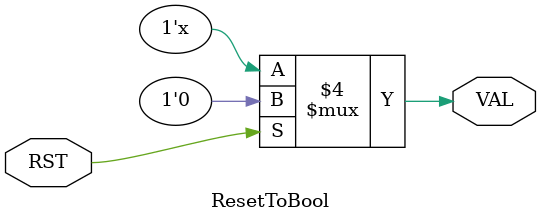
<source format=v>
`define  n 32
`define max_size 30


module mkSMAdapter4B(wciS0_Clk,
		     wciS0_MReset_n,

		     wciS0_MCmd,


		     wciS0_MAddrSpace,

		     wciS0_MByteEn,

		     wciS0_MAddr,

		     wciS0_MData,

		     wciS0_SResp,

		     wciS0_SData,

		     wciS0_SThreadBusy,

		     wciS0_SFlag,

		     wciS0_MFlag,

		     wmiM_MCmd,

		     wmiM_MReqLast,

		     wmiM_MReqInfo,

		     wmiM_MAddrSpace,

		     wmiM_MAddr,

		     wmiM_MBurstLength,

		     wmiM_MDataValid,

		     wmiM_MDataLast,

		     wmiM_MData,

		     wmiM_MDataByteEn,

		     wmiM_SResp,

		     wmiM_SData,

		     wmiM_SThreadBusy,

		     wmiM_SDataThreadBusy,

		     wmiM_SRespLast,

		     wmiM_SFlag,

		     wmiM_MFlag,

		     wmiM_MReset_n,

		     wmiM_SReset_n,

		     wsiM1_MCmd,

		     wsiM1_MReqLast,

		     wsiM1_MBurstPrecise,

		     wsiM1_MBurstLength,

		     wsiM1_MData,

		     wsiM1_MByteEn,

		     wsiM1_MReqInfo,

		     wsiM1_SThreadBusy,

		     wsiM1_MReset_n,

		     wsiM1_SReset_n,

		     wsiS1_MCmd,

		     wsiS1_MReqLast,

		     wsiS1_MBurstPrecise,

		     wsiS1_MBurstLength,

		     wsiS1_MData,

		     wsiS1_MByteEn,

		     wsiS1_MReqInfo,

		     wsiS1_SThreadBusy,

		     wsiS1_SReset_n,

		     wsiS1_MReset_n,
			 prevent_sweep_node);
  parameter [31 : 0] smaCtrlInit = 32'b0;
  input  wciS0_Clk;
  input  wciS0_MReset_n;
  output prevent_sweep_node;

  // action method wciS0_mCmd
  input  [2 : 0] wciS0_MCmd;

  // action method wciS0_mAddrSpace
  input  wciS0_MAddrSpace;

  // action method wciS0_mByteEn
  input  [3 : 0] wciS0_MByteEn;

  // action method wciS0_mAddr
  input  [19 : 0] wciS0_MAddr;

  // action method wciS0_mData
  input  [31 : 0] wciS0_MData;

  // value method wciS0_sResp
  output [1 : 0] wciS0_SResp;

  // value method wciS0_sData
  output [31 : 0] wciS0_SData;

  // value method wciS0_sThreadBusy
  output wciS0_SThreadBusy;

  // value method wciS0_sFlag
  output [1 : 0] wciS0_SFlag;

  // action method wciS0_mFlag
  input  [1 : 0] wciS0_MFlag;

  // value method wmiM_mCmd
  output [2 : 0] wmiM_MCmd;

  // value method wmiM_mReqLast
  output wmiM_MReqLast;

  // value method wmiM_mReqInfo
  output wmiM_MReqInfo;

  // value method wmiM_mAddrSpace
  output wmiM_MAddrSpace;

  // value method wmiM_mAddr
  output [13 : 0] wmiM_MAddr;

  // value method wmiM_mBurstLength
  output [11 : 0] wmiM_MBurstLength;

  // value method wmiM_mDataValid
  output wmiM_MDataValid;

  // value method wmiM_mDataLast
  output wmiM_MDataLast;

  // value method wmiM_mData
  output [31 : 0] wmiM_MData;

  // value method wmiM_mDataInfo

  // value method wmiM_mDataByteEn
  output [3 : 0] wmiM_MDataByteEn;

  // action method wmiM_sResp
  input  [1 : 0] wmiM_SResp;

  // action method wmiM_sData
  input  [31 : 0] wmiM_SData;

  // action method wmiM_sThreadBusy
  input  wmiM_SThreadBusy;

  // action method wmiM_sDataThreadBusy
  input  wmiM_SDataThreadBusy;

  // action method wmiM_sRespLast
  input  wmiM_SRespLast;

  // action method wmiM_sFlag
  input  [31 : 0] wmiM_SFlag;

  // value method wmiM_mFlag
  output [31 : 0] wmiM_MFlag;

  // value method wmiM_mReset_n
  output wmiM_MReset_n;

  // action method wmiM_sReset_n
  input  wmiM_SReset_n;

  // value method wsiM1_mCmd
  output [2 : 0] wsiM1_MCmd;

  // value method wsiM1_mReqLast
  output wsiM1_MReqLast;

  // value method wsiM1_mBurstPrecise
  output wsiM1_MBurstPrecise;

  // value method wsiM1_mBurstLength
  output [11 : 0] wsiM1_MBurstLength;

  // value method wsiM1_mData
  output [31 : 0] wsiM1_MData;

  // value method wsiM1_mByteEn
  output [3 : 0] wsiM1_MByteEn;

  // value method wsiM1_mReqInfo
  output [7 : 0] wsiM1_MReqInfo;

  // value method wsiM1_mDataInfo

  // action method wsiM1_sThreadBusy
  input  wsiM1_SThreadBusy;

  // value method wsiM1_mReset_n
  output wsiM1_MReset_n;

  // action method wsiM1_sReset_n
  input  wsiM1_SReset_n;

  // action method wsiS1_mCmd
  input  [2 : 0] wsiS1_MCmd;

  // action method wsiS1_mReqLast
  input  wsiS1_MReqLast;

  // action method wsiS1_mBurstPrecise
  input  wsiS1_MBurstPrecise;

  // action method wsiS1_mBurstLength
  input  [11 : 0] wsiS1_MBurstLength;

  // action method wsiS1_mData
  input  [31 : 0] wsiS1_MData;

  // action method wsiS1_mByteEn
  input  [3 : 0] wsiS1_MByteEn;

  // action method wsiS1_mReqInfo
  input  [7 : 0] wsiS1_MReqInfo;

  // action method wsiS1_mDataInfo

  // value method wsiS1_sThreadBusy
  output wsiS1_SThreadBusy;

  // value method wsiS1_sReset_n
  output wsiS1_SReset_n;

  // action method wsiS1_mReset_n
  input  wsiS1_MReset_n;

  // signals for module outputs
  wire [31 : 0] wciS0_SData, wmiM_MData, wmiM_MFlag, wsiM1_MData;
  wire [13 : 0] wmiM_MAddr;
  wire [11 : 0] wmiM_MBurstLength, wsiM1_MBurstLength;
  wire [7 : 0] wsiM1_MReqInfo;
  wire [3 : 0] wmiM_MDataByteEn, wsiM1_MByteEn;
  wire [2 : 0] wmiM_MCmd, wsiM1_MCmd;
  wire [1 : 0] wciS0_SFlag, wciS0_SResp;
  wire wciS0_SThreadBusy,
       wmiM_MAddrSpace,
       wmiM_MDataLast,
       wmiM_MDataValid,
       wmiM_MReqInfo,
       wmiM_MReqLast,
       wmiM_MReset_n,
       wsiM1_MBurstPrecise,
       wsiM1_MReqLast,
       wsiM1_MReset_n,
       wsiS1_SReset_n,
       wsiS1_SThreadBusy;

  // inlined wires
  wire [95 : 0] wsiM_extStatusW__wget, wsiS_extStatusW__wget;
  wire [60 : 0] wsiM_reqFifo_x_wire__wget, wsiS_wsiReq__wget;
  wire [59 : 0] wci_wciReq__wget;
  wire [37 : 0] wmi_dhF_x_wire__wget;
  wire [33 : 0] wci_respF_x_wire__wget, wmi_wmiResponse__wget;
  wire [31 : 0] wci_Es_mData_w__wget,
		wmi_Em_sData_w__wget,
		wmi_mFlagF_x_wire__wget,
		wmi_reqF_x_wire__wget,
		wsi_Es_mData_w__wget;
  wire [19 : 0] wci_Es_mAddr_w__wget;
  wire [11 : 0] wsi_Es_mBurstLength_w__wget;
  wire [7 : 0] wsi_Es_mReqInfo_w__wget;
  wire [3 : 0] fabRespCredit_acc_v1__wget,
	       fabRespCredit_acc_v2__wget,
	       wci_Es_mByteEn_w__wget,
	       wsi_Es_mByteEn_w__wget;
  wire [2 : 0] wci_Es_mCmd_w__wget, wci_wEdge__wget, wsi_Es_mCmd_w__wget;
  wire [1 : 0] wmi_Em_sResp_w__wget;
  wire fabRespCredit_acc_v1__whas,
       fabRespCredit_acc_v2__whas,
       mesgPreRequest_1__wget,
       mesgPreRequest_1__whas,
       wci_Es_mAddrSpace_w__wget,
       wci_Es_mAddrSpace_w__whas,
       wci_Es_mAddr_w__whas,
       wci_Es_mByteEn_w__whas,
       wci_Es_mCmd_w__whas,
       wci_Es_mData_w__whas,
       wci_ctlAckReg_1__wget,
       wci_ctlAckReg_1__whas,
       wci_reqF_r_clr__whas,
       wci_reqF_r_deq__whas,
       wci_reqF_r_enq__whas,
       wci_respF_dequeueing__whas,
       wci_respF_enqueueing__whas,
       wci_respF_x_wire__whas,
       wci_sFlagReg_1__wget,
       wci_sFlagReg_1__whas,
       wci_sThreadBusy_pw__whas,
       wci_wEdge__whas,
       wci_wciReq__whas,
       wci_wci_cfrd_pw__whas,
       wci_wci_cfwr_pw__whas,
       wci_wci_ctrl_pw__whas,
       wmi_Em_sData_w__whas,
       wmi_Em_sResp_w__whas,
       wmi_dhF_dequeueing__whas,
       wmi_dhF_enqueueing__whas,
       wmi_dhF_x_wire__whas,
       wmi_mFlagF_dequeueing__whas,
       wmi_mFlagF_enqueueing__whas,
       wmi_mFlagF_x_wire__whas,
       wmi_operateD_1__wget,
       wmi_operateD_1__whas,
       wmi_peerIsReady_1__wget,
       wmi_peerIsReady_1__whas,
       wmi_reqF_dequeueing__whas,
       wmi_reqF_enqueueing__whas,
       wmi_reqF_x_wire__whas,
       wmi_sDataThreadBusy_d_1__wget,
       wmi_sDataThreadBusy_d_1__whas,
       wmi_sThreadBusy_d_1__wget,
       wmi_sThreadBusy_d_1__whas,
       wmi_wmiResponse__whas,
       wsiM_operateD_1__wget,
       wsiM_operateD_1__whas,
       wsiM_peerIsReady_1__wget,
       wsiM_peerIsReady_1__whas,
       wsiM_reqFifo_dequeueing__whas,
       wsiM_reqFifo_enqueueing__whas,
       wsiM_reqFifo_x_wire__whas,
       wsiM_sThreadBusy_pw__whas,
       wsiS_operateD_1__wget,
       wsiS_operateD_1__whas,
       wsiS_peerIsReady_1__wget,
       wsiS_peerIsReady_1__whas,
       wsiS_reqFifo_r_clr__whas,
       wsiS_reqFifo_r_deq__whas,
       wsiS_reqFifo_r_enq__whas,
       wsiS_wsiReq__whas,
       wsi_Es_mBurstLength_w__whas,
       wsi_Es_mBurstPrecise_w__whas,
       wsi_Es_mByteEn_w__whas,
       wsi_Es_mCmd_w__whas,
       wsi_Es_mDataInfo_w__whas,
       wsi_Es_mData_w__whas,
       wsi_Es_mReqInfo_w__whas,
       wsi_Es_mReqLast_w__whas;

  // register abortCount
  reg [31 : 0] abortCount;
  wire [31 : 0] abortCount__D_IN;
  wire abortCount__EN;

  // register doAbort
  reg doAbort;
  wire doAbort__D_IN, doAbort__EN;

  // register endOfMessage
  reg endOfMessage;
  wire endOfMessage__D_IN, endOfMessage__EN;

  // register errCount
  reg [31 : 0] errCount;
  wire [31 : 0] errCount__D_IN;
  wire errCount__EN;

  // register fabRespCredit_value
  reg [3 : 0] fabRespCredit_value;
  wire [3 : 0] fabRespCredit_value__D_IN;
  wire fabRespCredit_value__EN;

  // register fabWordsCurReq
  reg [13 : 0] fabWordsCurReq;
  wire [13 : 0] fabWordsCurReq__D_IN;
  wire fabWordsCurReq__EN;

  // register fabWordsRemain
  reg [13 : 0] fabWordsRemain;
  wire [13 : 0] fabWordsRemain__D_IN;
  wire fabWordsRemain__EN;

  // register firstMsgReq
  reg firstMsgReq;
  wire firstMsgReq__D_IN, firstMsgReq__EN;

  // register impreciseBurst
  reg impreciseBurst;
  reg impreciseBurst__D_IN;
  wire impreciseBurst__EN;

  // register lastMesg
  reg [31 : 0] lastMesg;
  wire [31 : 0] lastMesg__D_IN;
  wire lastMesg__EN;

  // register mesgCount
  reg [31 : 0] mesgCount;
  reg [31 : 0] mesgCount__D_IN;
  wire mesgCount__EN;

  // register mesgLength
  reg [14 : 0] mesgLength;
  reg [14 : 0] mesgLength__D_IN;
  wire mesgLength__EN;

  // register mesgLengthSoFar
  reg [13 : 0] mesgLengthSoFar;
  wire [13 : 0] mesgLengthSoFar__D_IN;
  wire mesgLengthSoFar__EN;

  // register mesgPreRequest
  reg mesgPreRequest;
  wire mesgPreRequest__D_IN, mesgPreRequest__EN;

  // register mesgReqAddr
  reg [13 : 0] mesgReqAddr;
  wire [13 : 0] mesgReqAddr__D_IN;
  wire mesgReqAddr__EN;

  // register mesgReqOK
  reg mesgReqOK;
  wire mesgReqOK__D_IN, mesgReqOK__EN;

  // register mesgReqValid
  reg mesgReqValid;
  wire mesgReqValid__D_IN, mesgReqValid__EN;

  // register opcode
  reg [8 : 0] opcode;
  reg [8 : 0] opcode__D_IN;
  wire opcode__EN;

  // register preciseBurst
  reg preciseBurst;
  reg preciseBurst__D_IN;
  wire preciseBurst__EN;

  // register readyToPush
  reg readyToPush;
  reg readyToPush__D_IN;
  wire readyToPush__EN;

  // register readyToRequest
  reg readyToRequest;
  wire readyToRequest__D_IN, readyToRequest__EN;

  // register smaCtrl
  reg [31 : 0] smaCtrl;
  wire [31 : 0] smaCtrl__D_IN;
  wire smaCtrl__EN;

  // register thisMesg
  reg [31 : 0] thisMesg;
  reg [31 : 0] thisMesg__D_IN;
  wire thisMesg__EN;

  // register unrollCnt
  reg [15 : 0] unrollCnt;
  wire [15 : 0] unrollCnt__D_IN;
  wire unrollCnt__EN;

  // register valExpect
  reg [31 : 0] valExpect;
  wire [31 : 0] valExpect__D_IN;
  wire valExpect__EN;

  // register wci_cEdge
  reg [2 : 0] wci_cEdge;
  wire [2 : 0] wci_cEdge__D_IN;
  wire wci_cEdge__EN;

  // register wci_cState
  reg [2 : 0] wci_cState;
  wire [2 : 0] wci_cState__D_IN;
  wire wci_cState__EN;

  // register wci_ctlAckReg
  reg wci_ctlAckReg;
  wire wci_ctlAckReg__D_IN, wci_ctlAckReg__EN;

  // register wci_ctlOpActive
  reg wci_ctlOpActive;
  wire wci_ctlOpActive__D_IN, wci_ctlOpActive__EN;

  // register wci_illegalEdge
  reg wci_illegalEdge;
  wire wci_illegalEdge__D_IN, wci_illegalEdge__EN;

  // register wci_nState
  reg [2 : 0] wci_nState;
  reg [2 : 0] wci_nState__D_IN;
  wire wci_nState__EN;

  // register wci_reqF_countReg
  reg [1 : 0] wci_reqF_countReg;
  wire [1 : 0] wci_reqF_countReg__D_IN;
  wire wci_reqF_countReg__EN;

  // register wci_respF_c_r
  reg [1 : 0] wci_respF_c_r;
  wire [1 : 0] wci_respF_c_r__D_IN;
  wire wci_respF_c_r__EN;

  // register wci_respF_q_0
  reg [33 : 0] wci_respF_q_0;
  reg [33 : 0] wci_respF_q_0__D_IN;
  wire wci_respF_q_0__EN;

  // register wci_respF_q_1
  reg [33 : 0] wci_respF_q_1;
  reg [33 : 0] wci_respF_q_1__D_IN;
  wire wci_respF_q_1__EN;

  // register wci_sFlagReg
  reg wci_sFlagReg;
  wire wci_sFlagReg__D_IN, wci_sFlagReg__EN;

  // register wci_sThreadBusy_d
  reg wci_sThreadBusy_d;
  wire wci_sThreadBusy_d__D_IN, wci_sThreadBusy_d__EN;

  // register wmi_busyWithMessage
  reg wmi_busyWithMessage;
  wire wmi_busyWithMessage__D_IN, wmi_busyWithMessage__EN;

  // register wmi_dhF_c_r
  reg [1 : 0] wmi_dhF_c_r;
  wire [1 : 0] wmi_dhF_c_r__D_IN;
  wire wmi_dhF_c_r__EN;

  // register wmi_dhF_q_0
  reg [37 : 0] wmi_dhF_q_0;
  reg [37 : 0] wmi_dhF_q_0__D_IN;
  wire wmi_dhF_q_0__EN;

  // register wmi_dhF_q_1
  reg [37 : 0] wmi_dhF_q_1;
  reg [37 : 0] wmi_dhF_q_1__D_IN;
  wire wmi_dhF_q_1__EN;

  // register wmi_mFlagF_c_r
  reg [1 : 0] wmi_mFlagF_c_r;
  wire [1 : 0] wmi_mFlagF_c_r__D_IN;
  wire wmi_mFlagF_c_r__EN;

  // register wmi_mFlagF_q_0
  reg [31 : 0] wmi_mFlagF_q_0;
  reg [31 : 0] wmi_mFlagF_q_0__D_IN;
  wire wmi_mFlagF_q_0__EN;

  // register wmi_mFlagF_q_1
  reg [31 : 0] wmi_mFlagF_q_1;
  reg [31 : 0] wmi_mFlagF_q_1__D_IN;
  wire wmi_mFlagF_q_1__EN;

  // register wmi_operateD
  reg wmi_operateD;
  wire wmi_operateD__D_IN, wmi_operateD__EN;

  // register wmi_peerIsReady
  reg wmi_peerIsReady;
  wire wmi_peerIsReady__D_IN, wmi_peerIsReady__EN;

  // register wmi_reqF_c_r
  reg [1 : 0] wmi_reqF_c_r;
  wire [1 : 0] wmi_reqF_c_r__D_IN;
  wire wmi_reqF_c_r__EN;

  // register wmi_reqF_q_0
  reg [31 : 0] wmi_reqF_q_0;
  reg [31 : 0] wmi_reqF_q_0__D_IN;
  wire wmi_reqF_q_0__EN;

  // register wmi_reqF_q_1
  reg [31 : 0] wmi_reqF_q_1;
  reg [31 : 0] wmi_reqF_q_1__D_IN;
  wire wmi_reqF_q_1__EN;

  // register wmi_sDataThreadBusy_d
  reg wmi_sDataThreadBusy_d;
  wire wmi_sDataThreadBusy_d__D_IN, wmi_sDataThreadBusy_d__EN;

  // register wmi_sFlagReg
  reg [31 : 0] wmi_sFlagReg;
  wire [31 : 0] wmi_sFlagReg__D_IN;
  wire wmi_sFlagReg__EN;

  // register wmi_sThreadBusy_d
  reg wmi_sThreadBusy_d;
  wire wmi_sThreadBusy_d__D_IN, wmi_sThreadBusy_d__EN;

  // register wsiM_burstKind
  reg [1 : 0] wsiM_burstKind;
  wire [1 : 0] wsiM_burstKind__D_IN;
  wire wsiM_burstKind__EN;

  // register wsiM_errorSticky
  reg wsiM_errorSticky;
  wire wsiM_errorSticky__D_IN, wsiM_errorSticky__EN;

  // register wsiM_iMesgCount
  reg [31 : 0] wsiM_iMesgCount;
  wire [31 : 0] wsiM_iMesgCount__D_IN;
  wire wsiM_iMesgCount__EN;

  // register wsiM_operateD
  reg wsiM_operateD;
  wire wsiM_operateD__D_IN, wsiM_operateD__EN;

  // register wsiM_pMesgCount
  reg [31 : 0] wsiM_pMesgCount;
  wire [31 : 0] wsiM_pMesgCount__D_IN;
  wire wsiM_pMesgCount__EN;

  // register wsiM_peerIsReady
  reg wsiM_peerIsReady;
  wire wsiM_peerIsReady__D_IN, wsiM_peerIsReady__EN;

  // register wsiM_reqFifo_c_r
  reg [1 : 0] wsiM_reqFifo_c_r;
  wire [1 : 0] wsiM_reqFifo_c_r__D_IN;
  wire wsiM_reqFifo_c_r__EN;

  // register wsiM_reqFifo_q_0
  reg [60 : 0] wsiM_reqFifo_q_0;
  reg [60 : 0] wsiM_reqFifo_q_0__D_IN;
  wire wsiM_reqFifo_q_0__EN;

  // register wsiM_reqFifo_q_1
  reg [60 : 0] wsiM_reqFifo_q_1;
  reg [60 : 0] wsiM_reqFifo_q_1__D_IN;
  wire wsiM_reqFifo_q_1__EN;

  // register wsiM_sThreadBusy_d
  reg wsiM_sThreadBusy_d;
  wire wsiM_sThreadBusy_d__D_IN, wsiM_sThreadBusy_d__EN;

  // register wsiM_statusR
  reg [7 : 0] wsiM_statusR;
  wire [7 : 0] wsiM_statusR__D_IN;
  wire wsiM_statusR__EN;

  // register wsiM_tBusyCount
  reg [31 : 0] wsiM_tBusyCount;
  wire [31 : 0] wsiM_tBusyCount__D_IN;
  wire wsiM_tBusyCount__EN;

  // register wsiM_trafficSticky
  reg wsiM_trafficSticky;
  wire wsiM_trafficSticky__D_IN, wsiM_trafficSticky__EN;

  // register wsiS_burstKind
  reg [1 : 0] wsiS_burstKind;
  wire [1 : 0] wsiS_burstKind__D_IN;
  wire wsiS_burstKind__EN;

  // register wsiS_errorSticky
  reg wsiS_errorSticky;
  wire wsiS_errorSticky__D_IN, wsiS_errorSticky__EN;

  // register wsiS_iMesgCount
  reg [31 : 0] wsiS_iMesgCount;
  wire [31 : 0] wsiS_iMesgCount__D_IN;
  wire wsiS_iMesgCount__EN;

  // register wsiS_operateD
  reg wsiS_operateD;
  wire wsiS_operateD__D_IN, wsiS_operateD__EN;

  // register wsiS_pMesgCount
  reg [31 : 0] wsiS_pMesgCount;
  wire [31 : 0] wsiS_pMesgCount__D_IN;
  wire wsiS_pMesgCount__EN;

  // register wsiS_peerIsReady
  reg wsiS_peerIsReady;
  wire wsiS_peerIsReady__D_IN, wsiS_peerIsReady__EN;

  // register wsiS_reqFifo_countReg
  reg [1 : 0] wsiS_reqFifo_countReg;
  wire [1 : 0] wsiS_reqFifo_countReg__D_IN;
  wire wsiS_reqFifo_countReg__EN;

  // register wsiS_statusR
  reg [7 : 0] wsiS_statusR;
  wire [7 : 0] wsiS_statusR__D_IN;
  wire wsiS_statusR__EN;

  // register wsiS_tBusyCount
  reg [31 : 0] wsiS_tBusyCount;
  wire [31 : 0] wsiS_tBusyCount__D_IN;
  wire wsiS_tBusyCount__EN;

  // register wsiS_trafficSticky
  reg wsiS_trafficSticky;
  wire wsiS_trafficSticky__D_IN, wsiS_trafficSticky__EN;

  // register wsiWordsRemain
  reg [11 : 0] wsiWordsRemain;
  wire [11 : 0] wsiWordsRemain__D_IN;
  wire wsiWordsRemain__EN;

  // register zeroLengthMesg
  reg zeroLengthMesg;
  wire zeroLengthMesg__D_IN, zeroLengthMesg__EN;

  // ports of submodule wci_isReset
  wire wci_isReset__VAL;

  // ports of submodule wci_reqF
  wire [59 : 0] wci_reqF__D_IN, wci_reqF__D_OUT;
  wire wci_reqF__CLR, wci_reqF__DEQ, wci_reqF__EMPTY_N, wci_reqF__ENQ;

  // ports of submodule wmi_isReset
  wire wmi_isReset__VAL;

  // ports of submodule wmi_respF
  wire [31 : 0] wmi_respF__D_IN;
  wire [31:0]  wmi_respF__D_OUT;
  wire wmi_respF__CLR,
       wmi_respF__DEQ,
       wmi_respF__EMPTY_N,
       wmi_respF__ENQ,
       wmi_respF__FULL_N;

  // ports of submodule wsiM_isReset
  wire wsiM_isReset__VAL;

  // ports of submodule wsiS_isReset
  wire wsiS_isReset__VAL;

  // ports of submodule wsiS_reqFifo
  wire [60 : 0] wsiS_reqFifo__D_IN, wsiS_reqFifo__D_OUT;
  wire wsiS_reqFifo__CLR,
       wsiS_reqFifo__DEQ,
       wsiS_reqFifo__EMPTY_N,
       wsiS_reqFifo__ENQ,
       wsiS_reqFifo__FULL_N;

  // rule scheduling signals
  wire CAN_FIRE_RL_fabRespCredit_accumulate,
       CAN_FIRE_RL_mesgPreRequest__dreg_update,
       CAN_FIRE_RL_operating_actions,
       CAN_FIRE_RL_wci_Es_doAlways_Req,
       CAN_FIRE_RL_wci_cfrd,
       CAN_FIRE_RL_wci_cfwr,
       CAN_FIRE_RL_wci_ctlAckReg__dreg_update,
       CAN_FIRE_RL_wci_ctl_op_complete,
       CAN_FIRE_RL_wci_ctl_op_start,
       CAN_FIRE_RL_wci_ctrl_EiI,
       CAN_FIRE_RL_wci_ctrl_IsO,
       CAN_FIRE_RL_wci_ctrl_OrE,
       CAN_FIRE_RL_wci_reqF__updateLevelCounter,
       CAN_FIRE_RL_wci_reqF_enq,
       CAN_FIRE_RL_wci_request_decode,
       CAN_FIRE_RL_wci_respF_both,
       CAN_FIRE_RL_wci_respF_decCtr,
       CAN_FIRE_RL_wci_respF_deq,
       CAN_FIRE_RL_wci_respF_incCtr,
       CAN_FIRE_RL_wci_sFlagReg__dreg_update,
       CAN_FIRE_RL_wci_sThreadBusy_reg,
       CAN_FIRE_RL_wmi_Em_doAlways,
       CAN_FIRE_RL_wmi_dhF_both,
       CAN_FIRE_RL_wmi_dhF_decCtr,
       CAN_FIRE_RL_wmi_dhF_deq,
       CAN_FIRE_RL_wmi_dhF_incCtr,
       CAN_FIRE_RL_wmi_mFlagF_both,
       CAN_FIRE_RL_wmi_mFlagF_decCtr,
       CAN_FIRE_RL_wmi_mFlagF_incCtr,
       CAN_FIRE_RL_wmi_operateD__dreg_update,
       CAN_FIRE_RL_wmi_peerIsReady__dreg_update,
       CAN_FIRE_RL_wmi_reqF_both,
       CAN_FIRE_RL_wmi_reqF_decCtr,
       CAN_FIRE_RL_wmi_reqF_deq,
       CAN_FIRE_RL_wmi_reqF_incCtr,
       CAN_FIRE_RL_wmi_respAdvance,
       CAN_FIRE_RL_wmi_sDataThreadBusy_d__dreg_update,
       CAN_FIRE_RL_wmi_sThreadBusy_d__dreg_update,
       CAN_FIRE_RL_wmrd_mesgBegin,
       CAN_FIRE_RL_wmrd_mesgBodyPreRequest,
       CAN_FIRE_RL_wmrd_mesgBodyRequest,
       CAN_FIRE_RL_wmrd_mesgBodyResponse,
       CAN_FIRE_RL_wmwt_doAbort,
       CAN_FIRE_RL_wmwt_mesgBegin,
       CAN_FIRE_RL_wmwt_messageFinalize,
       CAN_FIRE_RL_wmwt_messagePushImprecise,
       CAN_FIRE_RL_wmwt_messagePushPrecise,
       CAN_FIRE_RL_wmwt_requestPrecise,
       CAN_FIRE_RL_wsiM_ext_status_assign,
       CAN_FIRE_RL_wsiM_inc_tBusyCount,
       CAN_FIRE_RL_wsiM_operateD__dreg_update,
       CAN_FIRE_RL_wsiM_peerIsReady__dreg_update,
       CAN_FIRE_RL_wsiM_reqFifo_both,
       CAN_FIRE_RL_wsiM_reqFifo_decCtr,
       CAN_FIRE_RL_wsiM_reqFifo_deq,
       CAN_FIRE_RL_wsiM_reqFifo_incCtr,
       CAN_FIRE_RL_wsiM_sThreadBusy_reg,
       CAN_FIRE_RL_wsiM_update_statusR,
       CAN_FIRE_RL_wsiS_ext_status_assign,
       CAN_FIRE_RL_wsiS_inc_tBusyCount,
       CAN_FIRE_RL_wsiS_operateD__dreg_update,
       CAN_FIRE_RL_wsiS_peerIsReady__dreg_update,
       CAN_FIRE_RL_wsiS_reqFifo__updateLevelCounter,
       CAN_FIRE_RL_wsiS_reqFifo_enq,
       CAN_FIRE_RL_wsiS_update_statusR,
       CAN_FIRE_RL_wsi_Es_doAlways,
       CAN_FIRE_RL_wsipass_doMessagePush,
       CAN_FIRE_wciS0_mAddr,
       CAN_FIRE_wciS0_mAddrSpace,
       CAN_FIRE_wciS0_mByteEn,
       CAN_FIRE_wciS0_mCmd,
       CAN_FIRE_wciS0_mData,
       CAN_FIRE_wciS0_mFlag,
       CAN_FIRE_wmiM_sData,
       CAN_FIRE_wmiM_sDataThreadBusy,
       CAN_FIRE_wmiM_sFlag,
       CAN_FIRE_wmiM_sReset_n,
       CAN_FIRE_wmiM_sResp,
       CAN_FIRE_wmiM_sRespLast,
       CAN_FIRE_wmiM_sThreadBusy,
       CAN_FIRE_wsiM1_sReset_n,
       CAN_FIRE_wsiM1_sThreadBusy,
       CAN_FIRE_wsiS1_mBurstLength,
       CAN_FIRE_wsiS1_mBurstPrecise,
       CAN_FIRE_wsiS1_mByteEn,
       CAN_FIRE_wsiS1_mCmd,
       CAN_FIRE_wsiS1_mData,
       CAN_FIRE_wsiS1_mDataInfo,
       CAN_FIRE_wsiS1_mReqInfo,
       CAN_FIRE_wsiS1_mReqLast,
       CAN_FIRE_wsiS1_mReset_n,
       WILL_FIRE_RL_fabRespCredit_accumulate,
       WILL_FIRE_RL_mesgPreRequest__dreg_update,
       WILL_FIRE_RL_operating_actions,
       WILL_FIRE_RL_wci_Es_doAlways_Req,
       WILL_FIRE_RL_wci_cfrd,
       WILL_FIRE_RL_wci_cfwr,
       WILL_FIRE_RL_wci_ctlAckReg__dreg_update,
       WILL_FIRE_RL_wci_ctl_op_complete,
       WILL_FIRE_RL_wci_ctl_op_start,
       WILL_FIRE_RL_wci_ctrl_EiI,
       WILL_FIRE_RL_wci_ctrl_IsO,
       WILL_FIRE_RL_wci_ctrl_OrE,
       WILL_FIRE_RL_wci_reqF__updateLevelCounter,
       WILL_FIRE_RL_wci_reqF_enq,
       WILL_FIRE_RL_wci_request_decode,
       WILL_FIRE_RL_wci_respF_both,
       WILL_FIRE_RL_wci_respF_decCtr,
       WILL_FIRE_RL_wci_respF_deq,
       WILL_FIRE_RL_wci_respF_incCtr,
       WILL_FIRE_RL_wci_sFlagReg__dreg_update,
       WILL_FIRE_RL_wci_sThreadBusy_reg,
       WILL_FIRE_RL_wmi_Em_doAlways,
       WILL_FIRE_RL_wmi_dhF_both,
       WILL_FIRE_RL_wmi_dhF_decCtr,
       WILL_FIRE_RL_wmi_dhF_deq,
       WILL_FIRE_RL_wmi_dhF_incCtr,
       WILL_FIRE_RL_wmi_mFlagF_both,
       WILL_FIRE_RL_wmi_mFlagF_decCtr,
       WILL_FIRE_RL_wmi_mFlagF_incCtr,
       WILL_FIRE_RL_wmi_operateD__dreg_update,
       WILL_FIRE_RL_wmi_peerIsReady__dreg_update,
       WILL_FIRE_RL_wmi_reqF_both,
       WILL_FIRE_RL_wmi_reqF_decCtr,
       WILL_FIRE_RL_wmi_reqF_deq,
       WILL_FIRE_RL_wmi_reqF_incCtr,
       WILL_FIRE_RL_wmi_respAdvance,
       WILL_FIRE_RL_wmi_sDataThreadBusy_d__dreg_update,
       WILL_FIRE_RL_wmi_sThreadBusy_d__dreg_update,
       WILL_FIRE_RL_wmrd_mesgBegin,
       WILL_FIRE_RL_wmrd_mesgBodyPreRequest,
       WILL_FIRE_RL_wmrd_mesgBodyRequest,
       WILL_FIRE_RL_wmrd_mesgBodyResponse,
       WILL_FIRE_RL_wmwt_doAbort,
       WILL_FIRE_RL_wmwt_mesgBegin,
       WILL_FIRE_RL_wmwt_messageFinalize,
       WILL_FIRE_RL_wmwt_messagePushImprecise,
       WILL_FIRE_RL_wmwt_messagePushPrecise,
       WILL_FIRE_RL_wmwt_requestPrecise,
       WILL_FIRE_RL_wsiM_ext_status_assign,
       WILL_FIRE_RL_wsiM_inc_tBusyCount,
       WILL_FIRE_RL_wsiM_operateD__dreg_update,
       WILL_FIRE_RL_wsiM_peerIsReady__dreg_update,
       WILL_FIRE_RL_wsiM_reqFifo_both,
       WILL_FIRE_RL_wsiM_reqFifo_decCtr,
       WILL_FIRE_RL_wsiM_reqFifo_deq,
       WILL_FIRE_RL_wsiM_reqFifo_incCtr,
       WILL_FIRE_RL_wsiM_sThreadBusy_reg,
       WILL_FIRE_RL_wsiM_update_statusR,
       WILL_FIRE_RL_wsiS_ext_status_assign,
       WILL_FIRE_RL_wsiS_inc_tBusyCount,
       WILL_FIRE_RL_wsiS_operateD__dreg_update,
       WILL_FIRE_RL_wsiS_peerIsReady__dreg_update,
       WILL_FIRE_RL_wsiS_reqFifo__updateLevelCounter,
       WILL_FIRE_RL_wsiS_reqFifo_enq,
       WILL_FIRE_RL_wsiS_update_statusR,
       WILL_FIRE_RL_wsi_Es_doAlways,
       WILL_FIRE_RL_wsipass_doMessagePush,
       WILL_FIRE_wciS0_mAddr,
       WILL_FIRE_wciS0_mAddrSpace,
       WILL_FIRE_wciS0_mByteEn,
       WILL_FIRE_wciS0_mCmd,
       WILL_FIRE_wciS0_mData,
       WILL_FIRE_wciS0_mFlag,
       WILL_FIRE_wmiM_sData,
       WILL_FIRE_wmiM_sDataThreadBusy,
       WILL_FIRE_wmiM_sFlag,
       WILL_FIRE_wmiM_sReset_n,
       WILL_FIRE_wmiM_sResp,
       WILL_FIRE_wmiM_sRespLast,
       WILL_FIRE_wmiM_sThreadBusy,
       WILL_FIRE_wsiM1_sReset_n,
       WILL_FIRE_wsiM1_sThreadBusy,
       WILL_FIRE_wsiS1_mBurstLength,
       WILL_FIRE_wsiS1_mBurstPrecise,
       WILL_FIRE_wsiS1_mByteEn,
       WILL_FIRE_wsiS1_mCmd,
       WILL_FIRE_wsiS1_mData,
       WILL_FIRE_wsiS1_mDataInfo,
       WILL_FIRE_wsiS1_mReqInfo,
       WILL_FIRE_wsiS1_mReqLast,
       WILL_FIRE_wsiS1_mReset_n;

  // inputs to muxes for submodule ports
  reg [33 : 0] MUX_wci_respF_q_0__write_1__VAL_1;
  reg [31 : 0] MUX_wmi_reqF_q_0__write_1__VAL_1;
  wire [60 : 0] MUX_wsiM_reqFifo_q_0__write_1__VAL_1,
		MUX_wsiM_reqFifo_q_0__write_1__VAL_2,
		MUX_wsiM_reqFifo_q_1__write_1__VAL_1,
		MUX_wsiM_reqFifo_x_wire__wset_1__VAL_1;
  wire [37 : 0] MUX_wmi_dhF_q_0__write_1__VAL_1,
		MUX_wmi_dhF_q_0__write_1__VAL_2,
		MUX_wmi_dhF_q_1__write_1__VAL_1,
		MUX_wmi_dhF_x_wire__wset_1__VAL_1,
		MUX_wmi_dhF_x_wire__wset_1__VAL_2;
  wire [33 : 0] MUX_wci_respF_q_0__write_1__VAL_2,
		MUX_wci_respF_q_1__write_1__VAL_2,
		MUX_wci_respF_x_wire__wset_1__VAL_1,
		MUX_wci_respF_x_wire__wset_1__VAL_2;
  wire [31 : 0] MUX_mesgCount__write_1__VAL_1,
		MUX_thisMesg__write_1__VAL_1,
		MUX_thisMesg__write_1__VAL_2,
		MUX_wmi_mFlagF_q_0__write_1__VAL_1,
		MUX_wmi_mFlagF_q_1__write_1__VAL_1,
		MUX_wmi_mFlagF_x_wire__wset_1__VAL_1,
		MUX_wmi_mFlagF_x_wire__wset_1__VAL_3,
		MUX_wmi_reqF_q_0__write_1__VAL_2,
		MUX_wmi_reqF_q_1__write_1__VAL_2,
		MUX_wmi_reqF_x_wire__wset_1__VAL_1,
		MUX_wmi_reqF_x_wire__wset_1__VAL_2,
		MUX_wmi_reqF_x_wire__wset_1__VAL_3;
  wire [15 : 0] MUX_unrollCnt__write_1__VAL_1, MUX_unrollCnt__write_1__VAL_2;
  wire [14 : 0] MUX_mesgLength__write_1__VAL_2, MUX_mesgLength__write_1__VAL_4;
  wire [13 : 0] MUX_fabWordsRemain__write_1__VAL_1,
		MUX_fabWordsRemain__write_1__VAL_2,
		MUX_mesgReqAddr__write_1__VAL_2;
  wire [11 : 0] MUX_wsiWordsRemain__write_1__VAL_2;
  wire [8 : 0] MUX_opcode__write_1__VAL_2;
  wire [3 : 0] MUX_fabRespCredit_value__write_1__VAL_2;
  wire [1 : 0] MUX_wci_respF_c_r__write_1__VAL_1,
	       MUX_wci_respF_c_r__write_1__VAL_2,
	       MUX_wmi_dhF_c_r__write_1__VAL_1,
	       MUX_wmi_dhF_c_r__write_1__VAL_2,
	       MUX_wmi_mFlagF_c_r__write_1__VAL_1,
	       MUX_wmi_mFlagF_c_r__write_1__VAL_2,
	       MUX_wmi_reqF_c_r__write_1__VAL_1,
	       MUX_wmi_reqF_c_r__write_1__VAL_2,
	       MUX_wsiM_reqFifo_c_r__write_1__VAL_1,
	       MUX_wsiM_reqFifo_c_r__write_1__VAL_2;
  wire MUX_endOfMessage__write_1__SEL_1,
       MUX_impreciseBurst__write_1__SEL_2,
       MUX_lastMesg__write_1__SEL_2,
       MUX_mesgCount__write_1__SEL_1,
       MUX_mesgLength__write_1__SEL_2,
       MUX_wci_illegalEdge__write_1__SEL_1,
       MUX_wci_illegalEdge__write_1__SEL_2,
       MUX_wci_illegalEdge__write_1__VAL_2,
       MUX_wci_respF_q_0__write_1__SEL_1,
       MUX_wci_respF_q_1__write_1__SEL_1,
       MUX_wmi_dhF_q_0__write_1__SEL_2,
       MUX_wmi_dhF_q_1__write_1__SEL_2,
       MUX_wmi_mFlagF_q_0__write_1__SEL_2,
       MUX_wmi_mFlagF_q_1__write_1__SEL_2,
       MUX_wmi_mFlagF_x_wire__wset_1__SEL_2,
       MUX_wmi_reqF_q_0__write_1__SEL_1,
       MUX_wmi_reqF_q_1__write_1__SEL_1,
       MUX_wsiM_reqFifo_q_0__write_1__SEL_2,
       MUX_wsiM_reqFifo_q_1__write_1__SEL_2,
       MUX_wsiM_reqFifo_x_wire__wset_1__SEL_1;

  // remaining internal signals
  reg [63 : 0] v__h15314,
	       v__h16237,
	       v__h16483,
	       v__h18176,
	       v__h18253,
	       v__h19470,
	       v__h2653,
	       v__h2800,
	       v__h3699;
  reg [31 : 0] value__h6065, x_data__h15447;
  wire [31 : 0] rdat__h15540;
  wire [23 : 0] mesgMetaF_length__h16810, mesgMetaF_length__h17723;
  wire [15 : 0] wsiBurstLength__h18454, x__h15543, x_length__h17087;
  wire [13 : 0] IF_mesgLength_22_BIT_14_23_THEN_mesgLength_22__ETC___d753,
		addr__h16647,
		b__h19084,
		mlp1B__h16631,
		mlp1__h16630;
  wire [11 : 0] bl__h17580, x_burstLength__h18559;
  wire [7 : 0] mesgMetaF_opcode__h16809;
  wire [3 : 0] b__h13937, x_byteEn__h18561;
  wire NOT_wmi_reqF_c_r_46_EQ_2_47_48_AND_wmi_operate_ETC___d290,
       NOT_wsiS_reqFifo_countReg_53_ULE_1_54___d355,
       wsiS_reqFifo_i_notEmpty__52_AND_wmi_operateD_5_ETC___d165,
       x__h16715,
       x__h18884;

  // action method wciS0_mCmd
  assign CAN_FIRE_wciS0_mCmd = 1'b1 ;
  assign WILL_FIRE_wciS0_mCmd = 1'b1 ;

  // action method wciS0_mAddrSpace
  assign CAN_FIRE_wciS0_mAddrSpace = 1'b1 ;
  assign WILL_FIRE_wciS0_mAddrSpace = 1'b1 ;

  // action method wciS0_mByteEn
  assign CAN_FIRE_wciS0_mByteEn = 1'b1 ;
  assign WILL_FIRE_wciS0_mByteEn = 1'b1 ;

  // action method wciS0_mAddr
  assign CAN_FIRE_wciS0_mAddr = 1'b1 ;
  assign WILL_FIRE_wciS0_mAddr = 1'b1 ;

  // action method wciS0_mData
  assign CAN_FIRE_wciS0_mData = 1'b1 ;
  assign WILL_FIRE_wciS0_mData = 1'b1 ;

  // value method wciS0_sResp
  assign wciS0_SResp = wci_respF_q_0[33:32] ;

  // value method wciS0_sData
  assign wciS0_SData = wci_respF_q_0[31:0] ;

  // value method wciS0_sThreadBusy
  assign wciS0_SThreadBusy = wci_reqF_countReg > 2'b01 || wci_isReset__VAL ;

  // value method wciS0_sFlag
  assign wciS0_SFlag = { 1'b1, wci_sFlagReg } ;

  // action method wciS0_mFlag
  assign CAN_FIRE_wciS0_mFlag = 1'b1 ;
  assign WILL_FIRE_wciS0_mFlag = 1'b1 ;

  // value method wmiM_mCmd
  assign wmiM_MCmd = wmi_sThreadBusy_d ? 3'b000 : wmi_reqF_q_0[31:29] ;

  // value method wmiM_mReqLast
  assign wmiM_MReqLast = wmi_reqF_q_0[28] ;

  // value method wmiM_mReqInfo
  assign wmiM_MReqInfo = wmi_reqF_q_0[27] ;

  // value method wmiM_mAddrSpace
  assign wmiM_MAddrSpace = wmi_reqF_q_0[26] ;

  // value method wmiM_mAddr
  assign wmiM_MAddr = wmi_reqF_q_0[25:12] ;

  // value method wmiM_mBurstLength
  assign wmiM_MBurstLength = wmi_reqF_q_0[11:0] ;

  // value method wmiM_mDataValid
  assign wmiM_MDataValid = !wmi_sDataThreadBusy_d && wmi_dhF_q_0[37] ;

  // value method wmiM_mDataLast
  assign wmiM_MDataLast = wmi_dhF_q_0[36] ;

  // value method wmiM_mData
  assign wmiM_MData = wmi_dhF_q_0[35:4] ;

  // value method wmiM_mDataByteEn
  assign wmiM_MDataByteEn = wmi_dhF_q_0[3:0] ;

  // action method wmiM_sResp
  assign CAN_FIRE_wmiM_sResp = 1'b1 ;
  assign WILL_FIRE_wmiM_sResp = 1'b1 ;

  // action method wmiM_sData
  assign CAN_FIRE_wmiM_sData = 1'b1 ;
  assign WILL_FIRE_wmiM_sData = 1'b1 ;

  // action method wmiM_sThreadBusy
  assign CAN_FIRE_wmiM_sThreadBusy = 1'b1 ;
  assign WILL_FIRE_wmiM_sThreadBusy = wmiM_SThreadBusy ;

  // action method wmiM_sDataThreadBusy
  assign CAN_FIRE_wmiM_sDataThreadBusy = 1'b1 ;
  assign WILL_FIRE_wmiM_sDataThreadBusy = wmiM_SDataThreadBusy ;

  // action method wmiM_sRespLast
  assign CAN_FIRE_wmiM_sRespLast = 1'b1 ;
  assign WILL_FIRE_wmiM_sRespLast = wmiM_SRespLast ;

  // action method wmiM_sFlag
  assign CAN_FIRE_wmiM_sFlag = 1'b1 ;
  assign WILL_FIRE_wmiM_sFlag = 1'b1 ;

  // value method wmiM_mFlag
  assign wmiM_MFlag = wmi_sThreadBusy_d ? 32'b00000000000000000000000000000000 : wmi_mFlagF_q_0 ;

  // value method wmiM_mReset_n
  assign wmiM_MReset_n = !wmi_isReset__VAL && wmi_operateD ;

  // action method wmiM_sReset_n
  assign CAN_FIRE_wmiM_sReset_n = 1'b1 ;
  assign WILL_FIRE_wmiM_sReset_n = wmiM_SReset_n ;

  // value method wsiM1_mCmd
  assign wsiM1_MCmd = wsiM_sThreadBusy_d ? 3'b000 : wsiM_reqFifo_q_0[60:58] ;

  // value method wsiM1_mReqLast
  assign wsiM1_MReqLast = !wsiM_sThreadBusy_d && wsiM_reqFifo_q_0[57] ;

  // value method wsiM1_mBurstPrecise
  assign wsiM1_MBurstPrecise = !wsiM_sThreadBusy_d && wsiM_reqFifo_q_0[56] ;

  // value method wsiM1_mBurstLength
  assign wsiM1_MBurstLength =
	     wsiM_sThreadBusy_d ? 12'b000000000000 : wsiM_reqFifo_q_0[55:44] ;

  // value method wsiM1_mData
  assign wsiM1_MData = wsiM_reqFifo_q_0[43:12] ;

  // value method wsiM1_mByteEn
  assign wsiM1_MByteEn = wsiM_reqFifo_q_0[11:8] ;

  // value method wsiM1_mReqInfo
  assign wsiM1_MReqInfo = wsiM_sThreadBusy_d ? 8'b00000000 : wsiM_reqFifo_q_0[7:0] ;

  // action method wsiM1_sThreadBusy
  assign CAN_FIRE_wsiM1_sThreadBusy = 1'b1 ;
  assign WILL_FIRE_wsiM1_sThreadBusy = wsiM1_SThreadBusy ;

  // value method wsiM1_mReset_n
  assign wsiM1_MReset_n = !wsiM_isReset__VAL && wsiM_operateD ;

  // action method wsiM1_sReset_n
  assign CAN_FIRE_wsiM1_sReset_n = 1'b1 ;
  assign WILL_FIRE_wsiM1_sReset_n = wsiM1_SReset_n ;

  // action method wsiS1_mCmd
  assign CAN_FIRE_wsiS1_mCmd = 1'b1 ;
  assign WILL_FIRE_wsiS1_mCmd = 1'b1 ;

  // action method wsiS1_mReqLast
  assign CAN_FIRE_wsiS1_mReqLast = 1'b1 ;
  assign WILL_FIRE_wsiS1_mReqLast = wsiS1_MReqLast ;

  // action method wsiS1_mBurstPrecise
  assign CAN_FIRE_wsiS1_mBurstPrecise = 1'b1 ;
  assign WILL_FIRE_wsiS1_mBurstPrecise = wsiS1_MBurstPrecise ;

  // action method wsiS1_mBurstLength
  assign CAN_FIRE_wsiS1_mBurstLength = 1'b1 ;
  assign WILL_FIRE_wsiS1_mBurstLength = 1'b1 ;

  // action method wsiS1_mData
  assign CAN_FIRE_wsiS1_mData = 1'b1 ;
  assign WILL_FIRE_wsiS1_mData = 1'b1 ;

  // action method wsiS1_mByteEn
  assign CAN_FIRE_wsiS1_mByteEn = 1'b1 ;
  assign WILL_FIRE_wsiS1_mByteEn = 1'b1 ;

  // action method wsiS1_mReqInfo
  assign CAN_FIRE_wsiS1_mReqInfo = 1'b1 ;
  assign WILL_FIRE_wsiS1_mReqInfo = 1'b1 ;

  // action method wsiS1_mDataInfo
  assign CAN_FIRE_wsiS1_mDataInfo = 1'b1 ;
  assign WILL_FIRE_wsiS1_mDataInfo = 1'b1 ;

  // value method wsiS1_sThreadBusy
  assign wsiS1_SThreadBusy =
	     NOT_wsiS_reqFifo_countReg_53_ULE_1_54___d355 ||
	     wsiS_isReset__VAL ||
	     !wsiS_operateD ||
	     !wsiS_peerIsReady ;

  // value method wsiS1_sReset_n
  assign wsiS1_SReset_n = !wsiS_isReset__VAL && wsiS_operateD ;

  // action method wsiS1_mReset_n
  assign CAN_FIRE_wsiS1_mReset_n = 1'b1 ;
  assign WILL_FIRE_wsiS1_mReset_n = wsiS1_MReset_n ;

  // submodule wci_isReset
  ResetToBool wci_isReset(.RST(wciS0_MReset_n), .VAL(wci_isReset__VAL));

  
wire full_not_used;
  // submodule wci_reqF
  SizedFIFO_a size_fifoA(

					.CLK(wciS0_Clk),
					.D_IN(wci_reqF__D_IN),
					.ENQ(wci_reqF__ENQ),
					.DEQ(wci_reqF__DEQ),
					.CLR(wci_reqF__CLR),
					.D_OUT(wci_reqF__D_OUT),
					.FULL_N(full_not_used),
					.EMPTY_N(wci_reqF__EMPTY_N)
					);
					
wire dummy1;
assign dummy1 = &wci_reqF__D_OUT;
assign prevent_sweep_node = dummy1 & dummy2 & dummy3;

  // submodule wmi_isReset
  ResetToBool wmi_isReset(.RST(wciS0_MReset_n), .VAL(wmi_isReset__VAL));

  // submodule wmi_respF
  //34 width
  SizedFIFO_b size_fifoB 	(
						     .CLK(wciS0_Clk),
						     .D_IN(wmi_respF__D_IN),
						     .ENQ(wmi_respF__ENQ),
						     .DEQ(wmi_respF__DEQ),
						     .CLR(wmi_respF__CLR),
						     .D_OUT(wmi_respF__D_OUT),
						     .FULL_N(wmi_respF__FULL_N),
						     .EMPTY_N(wmi_respF__EMPTY_N)
							 );
wire dummy2;
assign dummy2 = &wmi_respF__D_OUT;

  // submodule wsiM_isReset
  ResetToBool wsiM_isReset(.RST(wciS0_MReset_n), .VAL(wsiM_isReset__VAL));

  // submodule wsiS_isReset
  ResetToBool wsiS_isReset(.RST(wciS0_MReset_n), .VAL(wsiS_isReset__VAL));

  // submodule wsiS_reqFifo
 // SizedFIFO #(.p1width(32'd61),
//	      .p2depth(32'd3),
	//      .p3cntr_width(32'b00000000000000000000000000000001),
	//      .guarded(32'b00000000000000000000000000000001)) wsiS_reqFifo(.RST_N(wciS0_MReset_n),
		  
		  
				SizedFIFO_c size_fifoc(
		  
					    .CLK(wciS0_Clk),
					    .D_IN(wsiS_reqFifo__D_IN),
					    .ENQ(wsiS_reqFifo__ENQ),
					    .DEQ(wsiS_reqFifo__DEQ),
					    .CLR(wsiS_reqFifo__CLR),
					    .D_OUT(wsiS_reqFifo__D_OUT),
					    .FULL_N(wsiS_reqFifo__FULL_N),
					    .EMPTY_N(wsiS_reqFifo__EMPTY_N)
						);

wire dummy3;
assign dummy3 = &wsiS_reqFifo__D_OUT;


  // rule RL_wci_request_decode
  assign CAN_FIRE_RL_wci_request_decode = wci_reqF__EMPTY_N ;
  assign WILL_FIRE_RL_wci_request_decode = wci_reqF__EMPTY_N ;

  // rule RL_wsiS_ext_status_assign
  assign CAN_FIRE_RL_wsiS_ext_status_assign = 1'b1 ;
  assign WILL_FIRE_RL_wsiS_ext_status_assign = 1'b1 ;

  // rule RL_wsiM_ext_status_assign
  assign CAN_FIRE_RL_wsiM_ext_status_assign = 1'b1 ;
  assign WILL_FIRE_RL_wsiM_ext_status_assign = 1'b1 ;

  // rule RL_wci_cfrd
  assign CAN_FIRE_RL_wci_cfrd =
	     wci_respF_c_r != 2'b10 && wci_reqF__EMPTY_N &&
	     wci_wci_cfrd_pw__whas ;
  assign WILL_FIRE_RL_wci_cfrd =
	     CAN_FIRE_RL_wci_cfrd && !WILL_FIRE_RL_wci_ctl_op_start &&
	     !WILL_FIRE_RL_wci_ctl_op_complete ;

  // rule RL_wmrd_mesgBodyRequest
  assign CAN_FIRE_RL_wmrd_mesgBodyRequest =
	     NOT_wmi_reqF_c_r_46_EQ_2_47_48_AND_wmi_operate_ETC___d290 &&
	     wci_cState == 3'b010 &&
	     (smaCtrl[3:0] == 4'h1 || smaCtrl[3:0] == 4'h4 ||
	      smaCtrl[3:0] == 4'h9) &&
	     mesgPreRequest ;
  assign WILL_FIRE_RL_wmrd_mesgBodyRequest =
	     CAN_FIRE_RL_wmrd_mesgBodyRequest ;

  // rule RL_wmrd_mesgBodyPreRequest
  assign CAN_FIRE_RL_wmrd_mesgBodyPreRequest =
	     wci_cState == 3'b010 &&
	     (smaCtrl[3:0] == 4'h1 || smaCtrl[3:0] == 4'h4 ||
	      smaCtrl[3:0] == 4'h9) &&
	     fabWordsRemain != 14'b00000000000000 &&
	     (fabRespCredit_value ^ 4'h8) > 4'b1000 &&
	     mesgReqOK ;
  assign WILL_FIRE_RL_wmrd_mesgBodyPreRequest =
	     CAN_FIRE_RL_wmrd_mesgBodyPreRequest &&
	     !WILL_FIRE_RL_wmrd_mesgBodyRequest ;

  // rule RL_wmrd_mesgBegin
  assign CAN_FIRE_RL_wmrd_mesgBegin =
	     wci_cState == 3'b010 &&
	     (smaCtrl[3:0] == 4'h1 || smaCtrl[3:0] == 4'h4 ||
	      smaCtrl[3:0] == 4'h9) &&
	     !wmi_sThreadBusy_d &&
	     !wmi_sDataThreadBusy_d &&
	     unrollCnt == 16'b0000000000000000 ;
  assign WILL_FIRE_RL_wmrd_mesgBegin = CAN_FIRE_RL_wmrd_mesgBegin ;

  // rule RL_wci_ctl_op_start
  assign CAN_FIRE_RL_wci_ctl_op_start =
	     wci_reqF__EMPTY_N && wci_wci_ctrl_pw__whas ;
  assign WILL_FIRE_RL_wci_ctl_op_start =
	     CAN_FIRE_RL_wci_ctl_op_start &&
	     !WILL_FIRE_RL_wci_ctl_op_complete ;

  // rule RL_wci_ctrl_EiI
  assign CAN_FIRE_RL_wci_ctrl_EiI =
	     wci_wci_ctrl_pw__whas && WILL_FIRE_RL_wci_ctl_op_start &&
	     wci_cState == 3'b000 &&
	     wci_reqF__D_OUT[36:34] == 3'b000 ;
  assign WILL_FIRE_RL_wci_ctrl_EiI = CAN_FIRE_RL_wci_ctrl_EiI ;

  // rule RL_wci_ctrl_OrE
  assign CAN_FIRE_RL_wci_ctrl_OrE =
	     wci_wci_ctrl_pw__whas && WILL_FIRE_RL_wci_ctl_op_start &&
	     wci_cState == 3'b010 &&
	     wci_reqF__D_OUT[36:34] == 3'b011 ;
  assign WILL_FIRE_RL_wci_ctrl_OrE = CAN_FIRE_RL_wci_ctrl_OrE ;

  // rule RL_wci_respF_deq
  assign CAN_FIRE_RL_wci_respF_deq = 1'b1 ;
  assign WILL_FIRE_RL_wci_respF_deq = 1'b1 ;

  // rule RL_wci_sThreadBusy_reg
  assign CAN_FIRE_RL_wci_sThreadBusy_reg = 1'b1 ;
  assign WILL_FIRE_RL_wci_sThreadBusy_reg = 1'b1 ;

  // rule RL_wci_sFlagReg__dreg_update
  assign CAN_FIRE_RL_wci_sFlagReg__dreg_update = 1'b1 ;
  assign WILL_FIRE_RL_wci_sFlagReg__dreg_update = 1'b1 ;

  // rule RL_wsi_Es_doAlways
  assign CAN_FIRE_RL_wsi_Es_doAlways = 1'b1 ;
  assign WILL_FIRE_RL_wsi_Es_doAlways = 1'b1 ;

  // rule RL_wsiS_update_statusR
  assign CAN_FIRE_RL_wsiS_update_statusR = 1'b1 ;
  assign WILL_FIRE_RL_wsiS_update_statusR = 1'b1 ;

  // rule RL_wsiS_inc_tBusyCount
  assign CAN_FIRE_RL_wsiS_inc_tBusyCount =
	     wsiS_operateD && wsiS_peerIsReady &&
	     NOT_wsiS_reqFifo_countReg_53_ULE_1_54___d355 ;
  assign WILL_FIRE_RL_wsiS_inc_tBusyCount = CAN_FIRE_RL_wsiS_inc_tBusyCount ;

  // rule RL_wsiS_reqFifo_enq
  assign CAN_FIRE_RL_wsiS_reqFifo_enq =
	     wsiS_operateD && wsiS_peerIsReady &&
	     wsiS_wsiReq__wget[60:58] == 3'b001 ;
  assign WILL_FIRE_RL_wsiS_reqFifo_enq = CAN_FIRE_RL_wsiS_reqFifo_enq ;

  // rule RL_wsiS_peerIsReady__dreg_update
  assign CAN_FIRE_RL_wsiS_peerIsReady__dreg_update = 1'b1 ;
  assign WILL_FIRE_RL_wsiS_peerIsReady__dreg_update = 1'b1 ;

  // rule RL_wsiM_update_statusR
  assign CAN_FIRE_RL_wsiM_update_statusR = 1'b1 ;
  assign WILL_FIRE_RL_wsiM_update_statusR = 1'b1 ;

  // rule RL_wsiM_inc_tBusyCount
  assign CAN_FIRE_RL_wsiM_inc_tBusyCount =
	     wsiM_operateD && wsiM_peerIsReady && wsiM_sThreadBusy_d ;
  assign WILL_FIRE_RL_wsiM_inc_tBusyCount = CAN_FIRE_RL_wsiM_inc_tBusyCount ;

  // rule RL_wsiM_reqFifo_deq
  assign CAN_FIRE_RL_wsiM_reqFifo_deq =
	     wsiM_reqFifo_c_r != 2'b00 && !wsiM_sThreadBusy_d ;
  assign WILL_FIRE_RL_wsiM_reqFifo_deq = CAN_FIRE_RL_wsiM_reqFifo_deq ;

  // rule RL_wsiM_sThreadBusy_reg
  assign CAN_FIRE_RL_wsiM_sThreadBusy_reg = 1'b1 ;
  assign WILL_FIRE_RL_wsiM_sThreadBusy_reg = 1'b1 ;

  // rule RL_wsiM_peerIsReady__dreg_update
  assign CAN_FIRE_RL_wsiM_peerIsReady__dreg_update = 1'b1 ;
  assign WILL_FIRE_RL_wsiM_peerIsReady__dreg_update = 1'b1 ;

  // rule RL_operating_actions
  assign CAN_FIRE_RL_operating_actions = wci_cState == 3'b010 ;
  assign WILL_FIRE_RL_operating_actions = wci_cState == 3'b010 ;

  // rule RL_wsiS_operateD__dreg_update
  assign CAN_FIRE_RL_wsiS_operateD__dreg_update = 1'b1 ;
  assign WILL_FIRE_RL_wsiS_operateD__dreg_update = 1'b1 ;

  // rule RL_wsiM_operateD__dreg_update
  assign CAN_FIRE_RL_wsiM_operateD__dreg_update = 1'b1 ;
  assign WILL_FIRE_RL_wsiM_operateD__dreg_update = 1'b1 ;

  // rule RL_wmrd_mesgBodyResponse
  assign CAN_FIRE_RL_wmrd_mesgBodyResponse =
	     wmi_respF__EMPTY_N && (smaCtrl[4] || wsiM_reqFifo_c_r != 2'b10) &&
	     wci_cState == 3'b010 &&
	     (smaCtrl[3:0] == 4'h1 || smaCtrl[3:0] == 4'h4 ||
	      smaCtrl[3:0] == 4'h9) &&
	     unrollCnt != 16'b0000000000000000 ;
  assign WILL_FIRE_RL_wmrd_mesgBodyResponse =
	     CAN_FIRE_RL_wmrd_mesgBodyResponse ;

  // rule RL_wmwt_messagePushImprecise
  assign CAN_FIRE_RL_wmwt_messagePushImprecise =
	     wmi_reqF_c_r != 2'b10 && wmi_dhF_c_r != 2'b10 &&
	     wsiS_reqFifo_i_notEmpty__52_AND_wmi_operateD_5_ETC___d165 &&
	     wci_cState == 3'b010 &&
	     (smaCtrl[3:0] == 4'h2 || smaCtrl[3:0] == 4'h3) &&
	     readyToPush &&
	     impreciseBurst ;
  assign WILL_FIRE_RL_wmwt_messagePushImprecise =
	     CAN_FIRE_RL_wmwt_messagePushImprecise &&
	     !WILL_FIRE_RL_wmwt_messageFinalize ;

  // rule RL_wmwt_messagePushPrecise
  assign CAN_FIRE_RL_wmwt_messagePushPrecise =
	     wmi_dhF_c_r != 2'b10 && wsiS_reqFifo__EMPTY_N && wmi_operateD &&
	     wmi_peerIsReady &&
	     wci_cState == 3'b010 &&
	     (smaCtrl[3:0] == 4'h2 || smaCtrl[3:0] == 4'h3) &&
	     wsiWordsRemain != 12'b000000000000 &&
	     mesgReqValid &&
	     preciseBurst ;
  assign WILL_FIRE_RL_wmwt_messagePushPrecise =
	     CAN_FIRE_RL_wmwt_messagePushPrecise &&
	     !WILL_FIRE_RL_wmwt_messagePushImprecise &&
	     !WILL_FIRE_RL_wmwt_messageFinalize ;

  // rule RL_wmwt_requestPrecise
  assign CAN_FIRE_RL_wmwt_requestPrecise =
	     wmi_reqF_c_r != 2'b10 && wmi_mFlagF_c_r != 2'b10 && wmi_operateD &&
	     wmi_peerIsReady &&
	     wci_cState == 3'b010 &&
	     (smaCtrl[3:0] == 4'h2 || smaCtrl[3:0] == 4'h3) &&
	     readyToRequest &&
	     preciseBurst ;
  assign WILL_FIRE_RL_wmwt_requestPrecise =
	     CAN_FIRE_RL_wmwt_requestPrecise &&
	     !WILL_FIRE_RL_wmwt_messagePushImprecise ;

  // rule RL_wmwt_messageFinalize
  assign CAN_FIRE_RL_wmwt_messageFinalize =
	     wci_cState == 3'b010 &&
	     (smaCtrl[3:0] == 4'h2 || smaCtrl[3:0] == 4'h3) &&
	     mesgLength[14] &&
	     !doAbort &&
	     (preciseBurst && wsiWordsRemain == 12'b000000000000 ||
	      impreciseBurst && endOfMessage) ;
  assign WILL_FIRE_RL_wmwt_messageFinalize =
	     CAN_FIRE_RL_wmwt_messageFinalize ;

  // rule RL_wmwt_mesgBegin
  assign CAN_FIRE_RL_wmwt_mesgBegin =
	     wsiS_reqFifo__EMPTY_N && wci_cState == 3'b010 &&
	     (smaCtrl[3:0] == 4'h2 || smaCtrl[3:0] == 4'h3) &&
	     !wmi_sThreadBusy_d &&
	     !wmi_sDataThreadBusy_d &&
	     !opcode[8] ;
  assign WILL_FIRE_RL_wmwt_mesgBegin =
	     CAN_FIRE_RL_wmwt_mesgBegin &&
	     !WILL_FIRE_RL_wmwt_messagePushPrecise &&
	     !WILL_FIRE_RL_wmwt_messagePushImprecise &&
	     !WILL_FIRE_RL_wmwt_messageFinalize ;

  // rule RL_wmwt_doAbort
  assign CAN_FIRE_RL_wmwt_doAbort =
	     wci_cState == 3'b010 &&
	     (smaCtrl[3:0] == 4'h2 || smaCtrl[3:0] == 4'h3) &&
	     doAbort ;
  assign WILL_FIRE_RL_wmwt_doAbort = CAN_FIRE_RL_wmwt_doAbort ;

  // rule RL_wmi_Em_doAlways
  assign CAN_FIRE_RL_wmi_Em_doAlways = 1'b1 ;
  assign WILL_FIRE_RL_wmi_Em_doAlways = 1'b1 ;

  // rule RL_wci_Es_doAlways_Req
  assign CAN_FIRE_RL_wci_Es_doAlways_Req = 1'b1 ;
  assign WILL_FIRE_RL_wci_Es_doAlways_Req = 1'b1 ;

  // rule RL_wci_reqF_enq
  assign CAN_FIRE_RL_wci_reqF_enq = wci_wciReq__wget[59:57] != 3'b000 ;
  assign WILL_FIRE_RL_wci_reqF_enq = CAN_FIRE_RL_wci_reqF_enq ;

  // rule RL_wsipass_doMessagePush
  assign CAN_FIRE_RL_wsipass_doMessagePush =
	     wsiS_reqFifo__EMPTY_N &&
	     (smaCtrl[4] || wsiM_reqFifo_c_r != 2'b10) &&
	     wci_cState == 3'b010 &&
	     (smaCtrl[3:0] == 4'h0 || smaCtrl[3:0] == 4'h3) ;
  assign WILL_FIRE_RL_wsipass_doMessagePush =
	     CAN_FIRE_RL_wsipass_doMessagePush &&
	     !WILL_FIRE_RL_wmwt_messagePushPrecise &&
	     !WILL_FIRE_RL_wmwt_messagePushImprecise ;

  // rule RL_wci_cfwr
  assign CAN_FIRE_RL_wci_cfwr =
	     wci_respF_c_r != 2'b10 && wci_reqF__EMPTY_N &&
	     wci_wci_cfwr_pw__whas ;
  assign WILL_FIRE_RL_wci_cfwr =
	     CAN_FIRE_RL_wci_cfwr && !WILL_FIRE_RL_wci_ctl_op_start &&
	     !WILL_FIRE_RL_wci_ctl_op_complete ;

  // rule RL_wci_reqF__updateLevelCounter
  assign CAN_FIRE_RL_wci_reqF__updateLevelCounter =
	     (wci_wciReq__wget[59:57] != 3'b000) != wci_reqF_r_deq__whas ;
  assign WILL_FIRE_RL_wci_reqF__updateLevelCounter =
	     CAN_FIRE_RL_wci_reqF__updateLevelCounter ;

  // rule RL_wsiS_reqFifo__updateLevelCounter
  assign CAN_FIRE_RL_wsiS_reqFifo__updateLevelCounter =
	     CAN_FIRE_RL_wsiS_reqFifo_enq != wsiS_reqFifo_r_deq__whas ;
  assign WILL_FIRE_RL_wsiS_reqFifo__updateLevelCounter =
	     CAN_FIRE_RL_wsiS_reqFifo__updateLevelCounter ;

  // rule RL_wsiM_reqFifo_both
  assign CAN_FIRE_RL_wsiM_reqFifo_both =
	     ((wsiM_reqFifo_c_r == 2'b01) ?
		wsiM_reqFifo_x_wire__whas :
		wsiM_reqFifo_c_r != 2'b10 || wsiM_reqFifo_x_wire__whas) &&
	     CAN_FIRE_RL_wsiM_reqFifo_deq &&
	     wsiM_reqFifo_enqueueing__whas ;
  assign WILL_FIRE_RL_wsiM_reqFifo_both = CAN_FIRE_RL_wsiM_reqFifo_both ;

  // rule RL_wsiM_reqFifo_decCtr
  assign CAN_FIRE_RL_wsiM_reqFifo_decCtr =
	     CAN_FIRE_RL_wsiM_reqFifo_deq && !wsiM_reqFifo_enqueueing__whas ;
  assign WILL_FIRE_RL_wsiM_reqFifo_decCtr = CAN_FIRE_RL_wsiM_reqFifo_decCtr ;

  // rule RL_wsiM_reqFifo_incCtr
  assign CAN_FIRE_RL_wsiM_reqFifo_incCtr =
	     ((wsiM_reqFifo_c_r == 2'b00) ?
		wsiM_reqFifo_x_wire__whas :
		wsiM_reqFifo_c_r != 2'b01 || wsiM_reqFifo_x_wire__whas) &&
	     wsiM_reqFifo_enqueueing__whas &&
	     !CAN_FIRE_RL_wsiM_reqFifo_deq ;
  assign WILL_FIRE_RL_wsiM_reqFifo_incCtr = CAN_FIRE_RL_wsiM_reqFifo_incCtr ;

  // rule RL_mesgPreRequest__dreg_update
  assign CAN_FIRE_RL_mesgPreRequest__dreg_update = 1'b1 ;
  assign WILL_FIRE_RL_mesgPreRequest__dreg_update = 1'b1 ;

  // rule RL_fabRespCredit_accumulate
  assign CAN_FIRE_RL_fabRespCredit_accumulate = 1'b1 ;
  assign WILL_FIRE_RL_fabRespCredit_accumulate = 1'b1 ;

  // rule RL_wci_ctrl_IsO
  assign CAN_FIRE_RL_wci_ctrl_IsO =
	     wci_wci_ctrl_pw__whas && WILL_FIRE_RL_wci_ctl_op_start &&
	     wci_cState == 3'b001 &&
	     wci_reqF__D_OUT[36:34] == 3'b001 ;
  assign WILL_FIRE_RL_wci_ctrl_IsO = CAN_FIRE_RL_wci_ctrl_IsO ;

  // rule RL_wci_ctl_op_complete
  assign CAN_FIRE_RL_wci_ctl_op_complete =
	     wci_respF_c_r != 2'b10 && wci_ctlOpActive && wci_ctlAckReg ;
  assign WILL_FIRE_RL_wci_ctl_op_complete = CAN_FIRE_RL_wci_ctl_op_complete ;

  // rule RL_wci_ctlAckReg__dreg_update
  assign CAN_FIRE_RL_wci_ctlAckReg__dreg_update = 1'b1 ;
  assign WILL_FIRE_RL_wci_ctlAckReg__dreg_update = 1'b1 ;

  // rule RL_wci_respF_both
  assign CAN_FIRE_RL_wci_respF_both =
	     ((wci_respF_c_r == 2'b01) ?
		wci_respF_x_wire__whas :
		wci_respF_c_r != 2'b10 || wci_respF_x_wire__whas) &&
	     wci_respF_c_r != 2'b00 &&
	     wci_respF_enqueueing__whas ;
  assign WILL_FIRE_RL_wci_respF_both = CAN_FIRE_RL_wci_respF_both ;

  // rule RL_wci_respF_decCtr
  assign CAN_FIRE_RL_wci_respF_decCtr =
	     wci_respF_c_r != 2'b00 && !wci_respF_enqueueing__whas ;
  assign WILL_FIRE_RL_wci_respF_decCtr = CAN_FIRE_RL_wci_respF_decCtr ;

  // rule RL_wci_respF_incCtr
  assign CAN_FIRE_RL_wci_respF_incCtr =
	     ((wci_respF_c_r == 2'b00) ?
		wci_respF_x_wire__whas :
		wci_respF_c_r != 2'b01 || wci_respF_x_wire__whas) &&
	     wci_respF_enqueueing__whas &&
	     !(wci_respF_c_r != 2'b00) ;
  assign WILL_FIRE_RL_wci_respF_incCtr = CAN_FIRE_RL_wci_respF_incCtr ;

  // rule RL_wmi_dhF_deq
  assign CAN_FIRE_RL_wmi_dhF_deq = !wmi_sDataThreadBusy_d ;
  assign WILL_FIRE_RL_wmi_dhF_deq = CAN_FIRE_RL_wmi_dhF_deq ;

  // rule RL_wmi_respAdvance
  assign CAN_FIRE_RL_wmi_respAdvance =
	     wmi_respF__FULL_N && wmi_operateD && wmi_peerIsReady &&
	     wmi_wmiResponse__wget[33:32] != 2'b00 ;
  assign WILL_FIRE_RL_wmi_respAdvance = CAN_FIRE_RL_wmi_respAdvance ;

  // rule RL_wmi_reqF_deq
  assign CAN_FIRE_RL_wmi_reqF_deq = !wmi_sThreadBusy_d ;
  assign WILL_FIRE_RL_wmi_reqF_deq = CAN_FIRE_RL_wmi_reqF_deq ;

  // rule RL_wmi_peerIsReady__dreg_update
  assign CAN_FIRE_RL_wmi_peerIsReady__dreg_update = 1'b1 ;
  assign WILL_FIRE_RL_wmi_peerIsReady__dreg_update = 1'b1 ;

  // rule RL_wmi_operateD__dreg_update
  assign CAN_FIRE_RL_wmi_operateD__dreg_update = 1'b1 ;
  assign WILL_FIRE_RL_wmi_operateD__dreg_update = 1'b1 ;

  // rule RL_wmi_sDataThreadBusy_d__dreg_update
  assign CAN_FIRE_RL_wmi_sDataThreadBusy_d__dreg_update = 1'b1 ;
  assign WILL_FIRE_RL_wmi_sDataThreadBusy_d__dreg_update = 1'b1 ;

  // rule RL_wmi_sThreadBusy_d__dreg_update
  assign CAN_FIRE_RL_wmi_sThreadBusy_d__dreg_update = 1'b1 ;
  assign WILL_FIRE_RL_wmi_sThreadBusy_d__dreg_update = 1'b1 ;

  // rule RL_wmi_dhF_decCtr
  assign CAN_FIRE_RL_wmi_dhF_decCtr =
	     wmi_dhF_dequeueing__whas && !wmi_dhF_enqueueing__whas ;
  assign WILL_FIRE_RL_wmi_dhF_decCtr = CAN_FIRE_RL_wmi_dhF_decCtr ;

  // rule RL_wmi_dhF_both
  assign CAN_FIRE_RL_wmi_dhF_both =
	     ((wmi_dhF_c_r == 2'b01) ?
		wmi_dhF_enqueueing__whas :
		wmi_dhF_c_r != 2'b10 || wmi_dhF_enqueueing__whas) &&
	     wmi_dhF_dequeueing__whas &&
	     wmi_dhF_enqueueing__whas ;
  assign WILL_FIRE_RL_wmi_dhF_both = CAN_FIRE_RL_wmi_dhF_both ;

  // rule RL_wmi_dhF_incCtr
  assign CAN_FIRE_RL_wmi_dhF_incCtr =
	     ((wmi_dhF_c_r == 2'b00) ?
		wmi_dhF_enqueueing__whas :
		wmi_dhF_c_r != 2'b01 || wmi_dhF_enqueueing__whas) &&
	     wmi_dhF_enqueueing__whas &&
	     !wmi_dhF_dequeueing__whas ;
  assign WILL_FIRE_RL_wmi_dhF_incCtr = CAN_FIRE_RL_wmi_dhF_incCtr ;

  // rule RL_wmi_mFlagF_both
  assign CAN_FIRE_RL_wmi_mFlagF_both =
	     ((wmi_mFlagF_c_r == 2'b01) ?
		wmi_mFlagF_enqueueing__whas :
		wmi_mFlagF_c_r != 2'b10 || wmi_mFlagF_enqueueing__whas) &&
	     wmi_mFlagF_dequeueing__whas &&
	     wmi_mFlagF_enqueueing__whas ;
  assign WILL_FIRE_RL_wmi_mFlagF_both = CAN_FIRE_RL_wmi_mFlagF_both ;

  // rule RL_wmi_mFlagF_decCtr
  assign CAN_FIRE_RL_wmi_mFlagF_decCtr =
	     wmi_mFlagF_dequeueing__whas && !wmi_mFlagF_enqueueing__whas ;
  assign WILL_FIRE_RL_wmi_mFlagF_decCtr = CAN_FIRE_RL_wmi_mFlagF_decCtr ;

  // rule RL_wmi_mFlagF_incCtr
  assign CAN_FIRE_RL_wmi_mFlagF_incCtr =
	     ((wmi_mFlagF_c_r == 2'b00) ?
		wmi_mFlagF_enqueueing__whas :
		wmi_mFlagF_c_r != 2'b01 || wmi_mFlagF_enqueueing__whas) &&
	     wmi_mFlagF_enqueueing__whas &&
	     !wmi_mFlagF_dequeueing__whas ;
  assign WILL_FIRE_RL_wmi_mFlagF_incCtr = CAN_FIRE_RL_wmi_mFlagF_incCtr ;

  // rule RL_wmi_reqF_both
  assign CAN_FIRE_RL_wmi_reqF_both =
	     ((wmi_reqF_c_r == 2'b01) ?
		wmi_reqF_x_wire__whas :
		wmi_reqF_c_r != 2'b10 || wmi_reqF_x_wire__whas) &&
	     wmi_reqF_dequeueing__whas &&
	     wmi_reqF_enqueueing__whas ;
  assign WILL_FIRE_RL_wmi_reqF_both = CAN_FIRE_RL_wmi_reqF_both ;

  // rule RL_wmi_reqF_incCtr
  assign CAN_FIRE_RL_wmi_reqF_incCtr =
	     ((wmi_reqF_c_r == 2'b00) ?
		wmi_reqF_x_wire__whas :
		wmi_reqF_c_r != 2'b01 || wmi_reqF_x_wire__whas) &&
	     wmi_reqF_enqueueing__whas &&
	     !wmi_reqF_dequeueing__whas ;
  assign WILL_FIRE_RL_wmi_reqF_incCtr = CAN_FIRE_RL_wmi_reqF_incCtr ;

  // rule RL_wmi_reqF_decCtr
  assign CAN_FIRE_RL_wmi_reqF_decCtr =
	     wmi_reqF_dequeueing__whas && !wmi_reqF_enqueueing__whas ;
  assign WILL_FIRE_RL_wmi_reqF_decCtr = CAN_FIRE_RL_wmi_reqF_decCtr ;

  // inputs to muxes for submodule ports
  assign MUX_wci_illegalEdge__write_1__SEL_1 =
	     WILL_FIRE_RL_wci_ctl_op_complete && wci_illegalEdge ;
  assign MUX_wci_illegalEdge__write_1__VAL_2 =
	     wci_reqF__D_OUT[36:34] != 3'b100 && wci_reqF__D_OUT[36:34] != 3'b101 &&
	     wci_reqF__D_OUT[36:34] != 3'b110 ;
  assign MUX_wci_respF_c_r__write_1__VAL_1 = wci_respF_c_r - 2'b01 ;
  assign MUX_wci_respF_c_r__write_1__VAL_2 = wci_respF_c_r + 2'b01 ;
  assign MUX_wci_respF_x_wire__wset_1__VAL_1 =
	     wci_illegalEdge ? 34'h3C0DE4202 : 34'h1C0DE4201 ;
  assign MUX_wci_illegalEdge__write_1__SEL_2 =
	     WILL_FIRE_RL_wci_ctl_op_start &&
	     (wci_reqF__D_OUT[36:34] == 3'b000 && wci_cState != 3'b000 ||
	      wci_reqF__D_OUT[36:34] == 3'b001 && wci_cState != 3'b001 &&
	      wci_cState != 3'b011 ||
	      wci_reqF__D_OUT[36:34] == 3'b010 && wci_cState != 3'b010 ||
	      wci_reqF__D_OUT[36:34] == 3'b011 && wci_cState != 3'b011 &&
	      wci_cState != 3'b010 &&
	      wci_cState != 3'b001 ||
	      wci_reqF__D_OUT[36:34] == 3'b100 ||
	      wci_reqF__D_OUT[36:34] == 3'b101 ||
	      wci_reqF__D_OUT[36:34] == 3'b110 ||
	      wci_reqF__D_OUT[36:34] == 3'b111) ;
  assign MUX_wci_respF_q_0__write_1__SEL_1 =
	     WILL_FIRE_RL_wci_respF_incCtr && wci_respF_c_r == 2'b00 ;
  assign MUX_wci_respF_q_1__write_1__SEL_1 =
	     WILL_FIRE_RL_wci_respF_incCtr && wci_respF_c_r == 2'b01 ;
  assign MUX_wsiM_reqFifo_c_r__write_1__VAL_1 = wsiM_reqFifo_c_r - 2'b01 ;
  assign MUX_wsiM_reqFifo_c_r__write_1__VAL_2 = wsiM_reqFifo_c_r + 2'b01 ;
  assign MUX_wci_respF_x_wire__wset_1__VAL_2 = { 2'b01, x_data__h15447 } ;
  always@(WILL_FIRE_RL_wci_ctl_op_complete or
	  MUX_wci_respF_x_wire__wset_1__VAL_1 or
	  WILL_FIRE_RL_wci_cfrd or
	  MUX_wci_respF_x_wire__wset_1__VAL_2 or WILL_FIRE_RL_wci_cfwr)
  begin
    case (1'b1) // synopsys parallel_case
      WILL_FIRE_RL_wci_ctl_op_complete:
	  MUX_wci_respF_q_0__write_1__VAL_1 =
	      MUX_wci_respF_x_wire__wset_1__VAL_1;
      WILL_FIRE_RL_wci_cfrd:
	  MUX_wci_respF_q_0__write_1__VAL_1 =
	      MUX_wci_respF_x_wire__wset_1__VAL_2;
      WILL_FIRE_RL_wci_cfwr: MUX_wci_respF_q_0__write_1__VAL_1 = 34'h1C0DE4201;
      default: MUX_wci_respF_q_0__write_1__VAL_1 =
		   34'h2AAAAAAAA /* unspecified value */ ;
    endcase
  end
  assign MUX_wci_respF_q_0__write_1__VAL_2 =
	     (wci_respF_c_r == 2'b01) ?
	       MUX_wci_respF_q_0__write_1__VAL_1 :
	       wci_respF_q_1 ;
  assign MUX_wci_respF_q_1__write_1__VAL_2 =
	     (wci_respF_c_r == 2'b10) ?
	       MUX_wci_respF_q_0__write_1__VAL_1 :
	       34'h0AAAAAAAA ;
  assign MUX_wsiM_reqFifo_q_0__write_1__SEL_2 =
	     WILL_FIRE_RL_wsiM_reqFifo_incCtr && wsiM_reqFifo_c_r == 2'b00 ;
  assign MUX_wsiM_reqFifo_q_1__write_1__SEL_2 =
	     WILL_FIRE_RL_wsiM_reqFifo_incCtr && wsiM_reqFifo_c_r == 2'b01 ;
  assign MUX_endOfMessage__write_1__SEL_1 =
	     WILL_FIRE_RL_wmwt_messagePushImprecise && x__h16715 ;
  assign MUX_impreciseBurst__write_1__SEL_2 =
	     WILL_FIRE_RL_wmwt_mesgBegin && !wsiS_reqFifo__D_OUT[56] ;
  assign MUX_lastMesg__write_1__SEL_2 =
	     WILL_FIRE_RL_wmwt_requestPrecise || WILL_FIRE_RL_wmrd_mesgBegin ;
  assign MUX_mesgCount__write_1__SEL_1 =
	     WILL_FIRE_RL_wmrd_mesgBodyResponse && unrollCnt == 16'b0000000000000001 ;
  assign MUX_mesgLength__write_1__SEL_2 =
	     WILL_FIRE_RL_wmwt_mesgBegin && wsiS_reqFifo__D_OUT[56] ;
  assign MUX_wmi_mFlagF_x_wire__wset_1__SEL_2 =
	     WILL_FIRE_RL_wmrd_mesgBodyRequest && x__h18884 ;
  assign MUX_wsiM_reqFifo_x_wire__wset_1__SEL_1 =
	     WILL_FIRE_RL_wmrd_mesgBodyResponse && !smaCtrl[4] ;
  assign MUX_fabRespCredit_value__write_1__VAL_2 =
	     fabRespCredit_value +
	     (CAN_FIRE_RL_wmrd_mesgBodyRequest ? b__h13937 : 4'b0000) +
	     (CAN_FIRE_RL_wmrd_mesgBodyResponse ? 4'b0001 : 4'b0000) ;
  assign MUX_fabWordsRemain__write_1__VAL_1 =
	     (wmi_sFlagReg[23:0] == 24'b000000000000000000000000) ? 14'b00000000000001 : wmi_sFlagReg[15:2] ;
  assign MUX_fabWordsRemain__write_1__VAL_2 = fabWordsRemain - fabWordsCurReq ;
  assign MUX_mesgCount__write_1__VAL_1 = mesgCount + 32'b00000000000000000000000000000001 ;
  assign MUX_mesgLength__write_1__VAL_2 =
	     (wsiS_reqFifo__D_OUT[11:8] == 4'b0000) ?
	       15'b100000000000000 :
	       { 1'b1, wsiS_reqFifo__D_OUT[55:44], 2'b00 } ;
  assign MUX_mesgLength__write_1__VAL_4 = { 1'b1, mlp1B__h16631 } ;
  assign MUX_mesgReqAddr__write_1__VAL_2 =
	     mesgReqAddr + { fabWordsCurReq[11:0], 2'b00 } ;
  assign MUX_opcode__write_1__VAL_2 = { 1'b1, wsiS_reqFifo__D_OUT[7:0] } ;
  assign MUX_thisMesg__write_1__VAL_1 =
	     { mesgCount[7:0], mesgMetaF_opcode__h16809, x_length__h17087 } ;
  assign MUX_thisMesg__write_1__VAL_2 =
	     { mesgCount[7:0], wmi_sFlagReg[31:24], wmi_sFlagReg[15:0] } ;
  assign MUX_unrollCnt__write_1__VAL_2 = unrollCnt - 16'b0000000000000001 ;
  assign MUX_unrollCnt__write_1__VAL_1 =
	     (wmi_sFlagReg[23:0] == 24'b000000000000000000000000) ? 16'b0000000000000001 : wmi_sFlagReg[17:2] ;
  assign MUX_wmi_dhF_c_r__write_1__VAL_1 = wmi_dhF_c_r - 2'b01 ;
  assign MUX_wmi_dhF_c_r__write_1__VAL_2 = wmi_dhF_c_r + 2'b01 ;
  assign MUX_wmi_dhF_x_wire__wset_1__VAL_1 =
	     { 1'b1,
	       wsiWordsRemain == 12'b000000000001,
	       wsiS_reqFifo__D_OUT[43:12],
	       4'b1111 } ;
  assign MUX_wmi_dhF_x_wire__wset_1__VAL_2 =
	     { 1'b1, x__h16715, wsiS_reqFifo__D_OUT[43:12], 4'b1111 } ;
  assign MUX_wmi_dhF_q_0__write_1__VAL_2 =
	     WILL_FIRE_RL_wmwt_messagePushPrecise ?
	       MUX_wmi_dhF_x_wire__wset_1__VAL_1 :
	       MUX_wmi_dhF_x_wire__wset_1__VAL_2 ;
  assign MUX_wmi_dhF_q_0__write_1__VAL_1 =
	     (wmi_dhF_c_r == 2'b01) ?
	       MUX_wmi_dhF_q_0__write_1__VAL_2 :
	       wmi_dhF_q_1 ;
  assign MUX_wmi_dhF_q_1__write_1__VAL_1 =
	     (wmi_dhF_c_r == 2'b10) ?
	       MUX_wmi_dhF_q_0__write_1__VAL_2 :
	       38'h0AAAAAAAAA ;
  assign MUX_wmi_mFlagF_c_r__write_1__VAL_1 = wmi_mFlagF_c_r - 2'b01 ;
  assign MUX_wmi_mFlagF_c_r__write_1__VAL_2 = wmi_mFlagF_c_r + 2'b01 ;
  assign MUX_wmi_mFlagF_x_wire__wset_1__VAL_1 =
	     { mesgMetaF_opcode__h16809, mesgMetaF_length__h16810 } ;
  assign MUX_wmi_mFlagF_x_wire__wset_1__VAL_3 =
	     { mesgMetaF_opcode__h16809, mesgMetaF_length__h17723 } ;
  assign MUX_wmi_mFlagF_q_0__write_1__VAL_1 =
	     (wmi_mFlagF_c_r == 2'b01) ? value__h6065 : wmi_mFlagF_q_1 ;
  assign MUX_wmi_mFlagF_q_1__write_1__VAL_1 =
	     (wmi_mFlagF_c_r == 2'b10) ? value__h6065 : 32'b00000000000000000000000000000000 ;
  assign MUX_wmi_reqF_c_r__write_1__VAL_1 = wmi_reqF_c_r - 2'b01 ;
  assign MUX_wmi_reqF_c_r__write_1__VAL_2 = wmi_reqF_c_r + 2'b01 ;
  assign MUX_wmi_reqF_x_wire__wset_1__VAL_1 = { 20'b00111000000000000000, bl__h17580 } ;
  assign MUX_wmi_reqF_x_wire__wset_1__VAL_2 =
	     { 4'b0101, x__h18884, 1'b0, mesgReqAddr, fabWordsCurReq[11:0] } ;
  assign MUX_wmi_reqF_x_wire__wset_1__VAL_3 =
	     { 4'b0011, x__h16715, 1'b0, addr__h16647, 12'b000000000001 } ;
  always@(WILL_FIRE_RL_wmwt_requestPrecise or
	  MUX_wmi_reqF_x_wire__wset_1__VAL_1 or
	  WILL_FIRE_RL_wmrd_mesgBodyRequest or
	  MUX_wmi_reqF_x_wire__wset_1__VAL_2 or
	  WILL_FIRE_RL_wmwt_messagePushImprecise or
	  MUX_wmi_reqF_x_wire__wset_1__VAL_3)
  begin
    case (1'b1) // synopsys parallel_case
      WILL_FIRE_RL_wmwt_requestPrecise:
	  MUX_wmi_reqF_q_0__write_1__VAL_1 = MUX_wmi_reqF_x_wire__wset_1__VAL_1;
      WILL_FIRE_RL_wmrd_mesgBodyRequest:
	  MUX_wmi_reqF_q_0__write_1__VAL_1 = MUX_wmi_reqF_x_wire__wset_1__VAL_2;
      WILL_FIRE_RL_wmwt_messagePushImprecise:
	  MUX_wmi_reqF_q_0__write_1__VAL_1 = MUX_wmi_reqF_x_wire__wset_1__VAL_3;
      default: MUX_wmi_reqF_q_0__write_1__VAL_1 =
		   32'hAAAAAAAA /* unspecified value */ ;
    endcase
  end
  assign MUX_wmi_reqF_q_0__write_1__VAL_2 =
	     (wmi_reqF_c_r == 2'b01) ?
	       MUX_wmi_reqF_q_0__write_1__VAL_1 :
	       wmi_reqF_q_1 ;
  assign MUX_wmi_reqF_q_1__write_1__VAL_2 =
	     (wmi_reqF_c_r == 2'b10) ?
	       MUX_wmi_reqF_q_0__write_1__VAL_1 :
	       32'b00001010101010101010101010101010 ;
  assign MUX_wsiM_reqFifo_x_wire__wset_1__VAL_1 =
	     { 3'b001,
	       unrollCnt == 16'b0000000000000001,
	       !smaCtrl[5],
	       x_burstLength__h18559,
	       wmi_respF__D_OUT[31:0],
	       x_byteEn__h18561,
	       thisMesg[23:16] } ;
  assign MUX_wsiM_reqFifo_q_0__write_1__VAL_2 =
	     MUX_wsiM_reqFifo_x_wire__wset_1__SEL_1 ?
	       MUX_wsiM_reqFifo_x_wire__wset_1__VAL_1 :
	       wsiS_reqFifo__D_OUT ;
  assign MUX_wsiM_reqFifo_q_0__write_1__VAL_1 =
	     (wsiM_reqFifo_c_r == 2'b01) ?
	       MUX_wsiM_reqFifo_q_0__write_1__VAL_2 :
	       wsiM_reqFifo_q_1 ;
  assign MUX_wsiM_reqFifo_q_1__write_1__VAL_1 =
	     (wsiM_reqFifo_c_r == 2'b10) ?
	       MUX_wsiM_reqFifo_q_0__write_1__VAL_2 :
	       61'h00000AAAAAAAAA00 ;
  assign MUX_wsiWordsRemain__write_1__VAL_2 = wsiWordsRemain - 12'b000000000001 ;
  assign MUX_wmi_reqF_q_0__write_1__SEL_1 =
	     WILL_FIRE_RL_wmi_reqF_incCtr && wmi_reqF_c_r == 2'b00 ;
  assign MUX_wmi_reqF_q_1__write_1__SEL_1 =
	     WILL_FIRE_RL_wmi_reqF_incCtr && wmi_reqF_c_r == 2'b01 ;
  assign MUX_wmi_mFlagF_q_0__write_1__SEL_2 =
	     WILL_FIRE_RL_wmi_mFlagF_incCtr && wmi_mFlagF_c_r == 2'b00 ;
  assign MUX_wmi_mFlagF_q_1__write_1__SEL_2 =
	     WILL_FIRE_RL_wmi_mFlagF_incCtr && wmi_mFlagF_c_r == 2'b01 ;
  assign MUX_wmi_dhF_q_0__write_1__SEL_2 =
	     WILL_FIRE_RL_wmi_dhF_incCtr && wmi_dhF_c_r == 2'b00 ;
  assign MUX_wmi_dhF_q_1__write_1__SEL_2 =
	     WILL_FIRE_RL_wmi_dhF_incCtr && wmi_dhF_c_r == 2'b01 ;

  // inlined wires
  assign wci_wciReq__wget =
	     { wciS0_MCmd,
	       wciS0_MAddrSpace,
	       wciS0_MByteEn,
	       wciS0_MAddr,
	       wciS0_MData } ;
  assign wci_wciReq__whas = 1'b1 ;
  assign wci_reqF_r_enq__whas = CAN_FIRE_RL_wci_reqF_enq ;
  assign wci_reqF_r_clr__whas = 1'b0 ;
  assign wci_respF_dequeueing__whas = wci_respF_c_r != 2'b00 ;
  assign wci_wEdge__wget = wci_reqF__D_OUT[36:34] ;
  assign wci_sThreadBusy_pw__whas = 1'b0 ;
  assign wci_sFlagReg_1__wget = 1'b0 ;
  assign wci_sFlagReg_1__whas = 1'b0 ;
  assign wci_wci_cfwr_pw__whas =
	     wci_reqF__EMPTY_N && wci_reqF__D_OUT[56] &&
	     wci_reqF__D_OUT[59:57] == 3'b001 ;
  assign wci_wci_cfrd_pw__whas =
	     wci_reqF__EMPTY_N && wci_reqF__D_OUT[56] &&
	     wci_reqF__D_OUT[59:57] == 3'b010 ;
  assign wci_wci_ctrl_pw__whas =
	     wci_reqF__EMPTY_N && !wci_reqF__D_OUT[56] &&
	     wci_reqF__D_OUT[59:57] == 3'b010 ;
  assign wci_reqF_r_deq__whas =
	     WILL_FIRE_RL_wci_cfrd || WILL_FIRE_RL_wci_cfwr ||
	     WILL_FIRE_RL_wci_ctl_op_start ;
  assign wci_respF_enqueueing__whas =
	     WILL_FIRE_RL_wci_cfrd || WILL_FIRE_RL_wci_cfwr ||
	     WILL_FIRE_RL_wci_ctl_op_complete ;
  assign wci_respF_x_wire__whas =
	     WILL_FIRE_RL_wci_ctl_op_complete || WILL_FIRE_RL_wci_cfrd ||
	     WILL_FIRE_RL_wci_cfwr ;
  assign wci_ctlAckReg_1__wget = 1'b1 ;
  assign wci_wEdge__whas = WILL_FIRE_RL_wci_ctl_op_start ;
  assign wci_ctlAckReg_1__whas =
	     WILL_FIRE_RL_wci_ctrl_OrE || WILL_FIRE_RL_wci_ctrl_IsO ||
	     WILL_FIRE_RL_wci_ctrl_EiI ;
  assign wsiM_reqFifo_dequeueing__whas = CAN_FIRE_RL_wsiM_reqFifo_deq ;
  assign wsiM_sThreadBusy_pw__whas = wsiM1_SThreadBusy ;
  assign wsiM_operateD_1__wget = 1'b1 ;
  assign wsiM_operateD_1__whas = wci_cState == 3'b010 ;
  assign wsiM_peerIsReady_1__wget = 1'b1 ;
  assign wsiM_peerIsReady_1__whas = wsiM1_SReset_n ;
  assign wsiM_extStatusW__wget =
	     { wsiM_pMesgCount, wsiM_iMesgCount, wsiM_tBusyCount } ;
  assign wsiS_wsiReq__wget =
	     { wsiS1_MCmd,
	       wsiS1_MReqLast,
	       wsiS1_MBurstPrecise,
	       wsiS1_MBurstLength,
	       wsiS1_MData,
	       wsiS1_MByteEn,
	       wsiS1_MReqInfo } ;
  assign wsiS_wsiReq__whas = 1'b1 ;
  assign wsiS_reqFifo_r_enq__whas = CAN_FIRE_RL_wsiS_reqFifo_enq ;
  assign wsiS_reqFifo_r_clr__whas = 1'b0 ;
  assign wsiS_operateD_1__wget = 1'b1 ;
  assign wsiS_operateD_1__whas = wci_cState == 3'b010 ;
  assign wsiS_peerIsReady_1__wget = 1'b1 ;
  assign wsiS_extStatusW__wget =
	     { wsiS_pMesgCount, wsiS_iMesgCount, wsiS_tBusyCount } ;
  assign wsiS_peerIsReady_1__whas = wsiS1_MReset_n ;
  assign wsi_Es_mCmd_w__wget = wsiS1_MCmd ;
  assign wsi_Es_mReqLast_w__whas = wsiS1_MReqLast ;
  assign wsi_Es_mCmd_w__whas = 1'b1 ;
  assign wsi_Es_mBurstPrecise_w__whas = wsiS1_MBurstPrecise ;
  assign wsi_Es_mBurstLength_w__whas = 1'b1 ;
  assign wsi_Es_mBurstLength_w__wget = wsiS1_MBurstLength ;
  assign wsi_Es_mData_w__wget = wsiS1_MData ;
  assign wsi_Es_mData_w__whas = 1'b1 ;
  assign wsi_Es_mByteEn_w__wget = wsiS1_MByteEn ;
  assign wsi_Es_mByteEn_w__whas = 1'b1 ;
  assign wsi_Es_mReqInfo_w__whas = 1'b1 ;
  assign wsi_Es_mReqInfo_w__wget = wsiS1_MReqInfo ;
  assign wsi_Es_mDataInfo_w__whas = 1'b1 ;
  assign wci_respF_x_wire__wget = MUX_wci_respF_q_0__write_1__VAL_1 ;
  assign wsiM_reqFifo_enqueueing__whas =
	     (WILL_FIRE_RL_wsipass_doMessagePush ||
	      WILL_FIRE_RL_wmrd_mesgBodyResponse) &&
	     !smaCtrl[4] ;
  assign wsiM_reqFifo_x_wire__whas =
	     WILL_FIRE_RL_wmrd_mesgBodyResponse && !smaCtrl[4] ||
	     WILL_FIRE_RL_wsipass_doMessagePush && !smaCtrl[4] ;
  assign wsiS_reqFifo_r_deq__whas =
	     WILL_FIRE_RL_wsipass_doMessagePush ||
	     WILL_FIRE_RL_wmwt_messagePushPrecise ||
	     WILL_FIRE_RL_wmwt_messagePushImprecise ;
  assign wsiM_reqFifo_x_wire__wget = MUX_wsiM_reqFifo_q_0__write_1__VAL_2 ;
  assign wmi_reqF_enqueueing__whas =
	     WILL_FIRE_RL_wmwt_requestPrecise ||
	     WILL_FIRE_RL_wmwt_messagePushImprecise ||
	     WILL_FIRE_RL_wmrd_mesgBodyRequest ;
  assign wmi_reqF_x_wire__wget = MUX_wmi_reqF_q_0__write_1__VAL_1 ;
  assign wmi_reqF_x_wire__whas =
	     WILL_FIRE_RL_wmwt_requestPrecise ||
	     WILL_FIRE_RL_wmrd_mesgBodyRequest ||
	     WILL_FIRE_RL_wmwt_messagePushImprecise ;
  assign wmi_reqF_dequeueing__whas =
	     WILL_FIRE_RL_wmi_reqF_deq && wmi_reqF_c_r != 2'b00 ;
  assign wmi_mFlagF_x_wire__wget = value__h6065 ;
  assign wmi_mFlagF_enqueueing__whas =
	     WILL_FIRE_RL_wmwt_messagePushImprecise && x__h16715 ||
	     WILL_FIRE_RL_wmrd_mesgBodyRequest && x__h18884 ||
	     WILL_FIRE_RL_wmwt_requestPrecise ;
  assign wmi_mFlagF_x_wire__whas = wmi_mFlagF_enqueueing__whas ;
  assign wmi_mFlagF_dequeueing__whas =
	     WILL_FIRE_RL_wmi_reqF_deq && wmi_reqF_q_0[27] &&
	     wmi_mFlagF_c_r != 2'b00 ;
  assign wmi_dhF_enqueueing__whas =
	     WILL_FIRE_RL_wmwt_messagePushPrecise ||
	     WILL_FIRE_RL_wmwt_messagePushImprecise ;
  assign wmi_dhF_x_wire__wget = MUX_wmi_dhF_q_0__write_1__VAL_2 ;
  assign wmi_dhF_x_wire__whas = wmi_dhF_enqueueing__whas ;
  assign wmi_dhF_dequeueing__whas =
	     WILL_FIRE_RL_wmi_dhF_deq && wmi_dhF_c_r != 2'b00 ;
  assign wmi_wmiResponse__wget = { wmiM_SResp, wmiM_SData } ;
  assign wmi_wmiResponse__whas = 1'b1 ;
  assign wmi_sThreadBusy_d_1__wget = 1'b1 ;
  assign wmi_sThreadBusy_d_1__whas = wmiM_SThreadBusy ;
  assign wmi_sDataThreadBusy_d_1__wget = 1'b1 ;
  assign wmi_operateD_1__wget = 1'b1 ;
  assign wmi_sDataThreadBusy_d_1__whas = wmiM_SDataThreadBusy ;
  assign wmi_operateD_1__whas = wci_cState == 3'b010 ;
  assign wmi_peerIsReady_1__whas = wmiM_SReset_n ;
  assign wmi_peerIsReady_1__wget = 1'b1 ;
  assign fabRespCredit_acc_v1__wget = b__h13937 ;
  assign fabRespCredit_acc_v2__wget = 4'b0001 ;
  assign fabRespCredit_acc_v1__whas = CAN_FIRE_RL_wmrd_mesgBodyRequest ;
  assign fabRespCredit_acc_v2__whas = CAN_FIRE_RL_wmrd_mesgBodyResponse ;
  assign mesgPreRequest_1__wget = 1'b1 ;
  assign mesgPreRequest_1__whas = WILL_FIRE_RL_wmrd_mesgBodyPreRequest ;
  assign wci_Es_mCmd_w__wget = wciS0_MCmd ;
  assign wci_Es_mAddrSpace_w__wget = wciS0_MAddrSpace ;
  assign wci_Es_mCmd_w__whas = 1'b1 ;
  assign wci_Es_mAddrSpace_w__whas = 1'b1 ;
  assign wci_Es_mAddr_w__wget = wciS0_MAddr ;
  assign wci_Es_mAddr_w__whas = 1'b1 ;
  assign wci_Es_mData_w__wget = wciS0_MData ;
  assign wci_Es_mData_w__whas = 1'b1 ;
  assign wci_Es_mByteEn_w__whas = 1'b1 ;
  assign wci_Es_mByteEn_w__wget = wciS0_MByteEn ;
  assign wmi_Em_sResp_w__wget = wmiM_SResp ;
  assign wmi_Em_sResp_w__whas = 1'b1 ;
  assign wmi_Em_sData_w__wget = wmiM_SData ;
  assign wmi_Em_sData_w__whas = 1'b1 ;

  // register abortCount
  assign abortCount__D_IN = abortCount + 32'b00000000000000000000000000000001 ;
  assign abortCount__EN = CAN_FIRE_RL_wmwt_doAbort ;

  // register doAbort
  assign doAbort__D_IN = 1'b0 ;
  assign doAbort__EN = CAN_FIRE_RL_wmwt_doAbort ;

  // register endOfMessage
  assign endOfMessage__D_IN = MUX_endOfMessage__write_1__SEL_1 ;
  assign endOfMessage__EN =
	     WILL_FIRE_RL_wmwt_messagePushImprecise && x__h16715 ||
	     WILL_FIRE_RL_wmwt_messageFinalize ;

  // register errCount
  assign errCount__D_IN = errCount + 32'b00000000000000000000000000000001 ;
  assign errCount__EN =
	     WILL_FIRE_RL_wmwt_messagePushImprecise &&
	     wsiS_reqFifo__D_OUT[43:12] != valExpect &&
	     (!x__h16715 || wsiS_reqFifo__D_OUT[11:8] != 4'b0000) ;

  // register fabRespCredit_value
  assign fabRespCredit_value__D_IN =
	     WILL_FIRE_RL_wci_ctrl_IsO ?
	       4'b0010 :
	       MUX_fabRespCredit_value__write_1__VAL_2 ;
  assign fabRespCredit_value__EN = 1'b1 ;

  // register fabWordsCurReq
  assign fabWordsCurReq__D_IN =
	     (fabWordsRemain <= b__h19084) ? fabWordsRemain : b__h19084 ;
  assign fabWordsCurReq__EN = WILL_FIRE_RL_wmrd_mesgBodyPreRequest ;

  // register fabWordsRemain
  assign fabWordsRemain__D_IN =
	     WILL_FIRE_RL_wmrd_mesgBegin ?
	       MUX_fabWordsRemain__write_1__VAL_1 :
	       MUX_fabWordsRemain__write_1__VAL_2 ;
  assign fabWordsRemain__EN =
	     WILL_FIRE_RL_wmrd_mesgBegin ||
	     WILL_FIRE_RL_wmrd_mesgBodyRequest ;

  // register firstMsgReq
  assign firstMsgReq__EN = 1'b0 ;
  assign firstMsgReq__D_IN = 1'b0 ;

  // register impreciseBurst
  always@(WILL_FIRE_RL_wmwt_doAbort or
	  MUX_impreciseBurst__write_1__SEL_2 or
	  WILL_FIRE_RL_wmwt_messageFinalize)
  case (1'b1)
    WILL_FIRE_RL_wmwt_doAbort: impreciseBurst__D_IN = 1'b0;
    MUX_impreciseBurst__write_1__SEL_2: impreciseBurst__D_IN = 1'b1;
    WILL_FIRE_RL_wmwt_messageFinalize: impreciseBurst__D_IN = 1'b0;
    default: impreciseBurst__D_IN = 1'b0 /* unspecified value */ ;
  endcase
  assign impreciseBurst__EN =
	     WILL_FIRE_RL_wmwt_mesgBegin && !wsiS_reqFifo__D_OUT[56] ||
	     WILL_FIRE_RL_wmwt_messageFinalize ||
	     WILL_FIRE_RL_wmwt_doAbort ;

  // register lastMesg
  assign lastMesg__D_IN =
	     (MUX_endOfMessage__write_1__SEL_1 ||
	      MUX_lastMesg__write_1__SEL_2) ?
	       thisMesg :
	       32'hFEFEFFFE ;
  assign lastMesg__EN =
	     WILL_FIRE_RL_wmwt_messagePushImprecise && x__h16715 ||
	     WILL_FIRE_RL_wmwt_requestPrecise ||
	     WILL_FIRE_RL_wmrd_mesgBegin ||
	     WILL_FIRE_RL_wci_ctrl_IsO ;

  // register mesgCount
  always@(MUX_mesgCount__write_1__SEL_1 or
	  MUX_mesgCount__write_1__VAL_1 or
	  WILL_FIRE_RL_wmwt_messageFinalize or WILL_FIRE_RL_wci_ctrl_IsO)
  begin
    case (1'b1) // synopsys parallel_case
      MUX_mesgCount__write_1__SEL_1:
	  mesgCount__D_IN = MUX_mesgCount__write_1__VAL_1;
      WILL_FIRE_RL_wmwt_messageFinalize:
	  mesgCount__D_IN = MUX_mesgCount__write_1__VAL_1;
      WILL_FIRE_RL_wci_ctrl_IsO: mesgCount__D_IN = 32'b00000000000000000000000000000000;
      default: mesgCount__D_IN = 32'hAAAAAAAA /* unspecified value */ ;
    endcase
  end
  assign mesgCount__EN =
	     WILL_FIRE_RL_wmrd_mesgBodyResponse && unrollCnt == 16'b0000000000000001 ||
	     WILL_FIRE_RL_wmwt_messageFinalize ||
	     WILL_FIRE_RL_wci_ctrl_IsO ;

  // register mesgLength
  always@(WILL_FIRE_RL_wmwt_doAbort or
	  MUX_mesgLength__write_1__SEL_2 or
	  MUX_mesgLength__write_1__VAL_2 or
	  WILL_FIRE_RL_wmwt_messageFinalize or
	  MUX_endOfMessage__write_1__SEL_1 or MUX_mesgLength__write_1__VAL_4)
  case (1'b1)
    WILL_FIRE_RL_wmwt_doAbort: mesgLength__D_IN = 15'b010101010101010;
    MUX_mesgLength__write_1__SEL_2:
	mesgLength__D_IN = MUX_mesgLength__write_1__VAL_2;
    WILL_FIRE_RL_wmwt_messageFinalize: mesgLength__D_IN = 15'b010101010101010;
    MUX_endOfMessage__write_1__SEL_1:
	mesgLength__D_IN = MUX_mesgLength__write_1__VAL_4;
    default: mesgLength__D_IN = 15'b010101010101010 /* unspecified value */ ;
  endcase
  assign mesgLength__EN =
	     WILL_FIRE_RL_wmwt_messagePushImprecise && x__h16715 ||
	     WILL_FIRE_RL_wmwt_mesgBegin && wsiS_reqFifo__D_OUT[56] ||
	     WILL_FIRE_RL_wmwt_messageFinalize ||
	     WILL_FIRE_RL_wmwt_doAbort ;

  // register mesgLengthSoFar
  assign mesgLengthSoFar__D_IN =
	     MUX_impreciseBurst__write_1__SEL_2 ? 14'b00000000000000 : mlp1__h16630 ;
  assign mesgLengthSoFar__EN =
	     WILL_FIRE_RL_wmwt_mesgBegin && !wsiS_reqFifo__D_OUT[56] ||
	     WILL_FIRE_RL_wmwt_messagePushImprecise ;

  // register mesgPreRequest
  assign mesgPreRequest__D_IN = WILL_FIRE_RL_wmrd_mesgBodyPreRequest ;
  assign mesgPreRequest__EN = 1'b1 ;

  // register mesgReqAddr
  assign mesgReqAddr__D_IN =
	     WILL_FIRE_RL_wmrd_mesgBegin ?
	       14'b00000000000000 :
	       MUX_mesgReqAddr__write_1__VAL_2 ;
  assign mesgReqAddr__EN =
	     WILL_FIRE_RL_wmrd_mesgBodyRequest ||
	     WILL_FIRE_RL_wmrd_mesgBegin ;

  // register mesgReqOK
  assign mesgReqOK__D_IN =
	     WILL_FIRE_RL_wmrd_mesgBodyResponse ||
	     WILL_FIRE_RL_wmrd_mesgBegin ;
  assign mesgReqOK__EN =
	     WILL_FIRE_RL_wmrd_mesgBodyPreRequest ||
	     WILL_FIRE_RL_wmrd_mesgBegin ||
	     WILL_FIRE_RL_wmrd_mesgBodyResponse ;

  // register mesgReqValid
  assign mesgReqValid__D_IN = !WILL_FIRE_RL_wmwt_messageFinalize ;
  assign mesgReqValid__EN =
	     WILL_FIRE_RL_wmwt_messageFinalize ||
	     WILL_FIRE_RL_wmwt_requestPrecise ;

  // register opcode
  always@(WILL_FIRE_RL_wmwt_doAbort or
	  WILL_FIRE_RL_wmwt_mesgBegin or
	  MUX_opcode__write_1__VAL_2 or WILL_FIRE_RL_wmwt_messageFinalize)
  case (1'b1)
    WILL_FIRE_RL_wmwt_doAbort: opcode__D_IN = 9'b010101010;
    WILL_FIRE_RL_wmwt_mesgBegin: opcode__D_IN = MUX_opcode__write_1__VAL_2;
    WILL_FIRE_RL_wmwt_messageFinalize: opcode__D_IN = 9'b010101010;
    default: opcode__D_IN = 9'b010101010 /* unspecified value */ ;
  endcase
  assign opcode__EN =
	     WILL_FIRE_RL_wmwt_mesgBegin ||
	     WILL_FIRE_RL_wmwt_messageFinalize ||
	     WILL_FIRE_RL_wmwt_doAbort ;

  // register preciseBurst
  always@(WILL_FIRE_RL_wmwt_doAbort or
	  MUX_mesgLength__write_1__SEL_2 or WILL_FIRE_RL_wmwt_messageFinalize)
  case (1'b1)
    WILL_FIRE_RL_wmwt_doAbort: preciseBurst__D_IN = 1'b0;
    MUX_mesgLength__write_1__SEL_2: preciseBurst__D_IN = 1'b1;
    WILL_FIRE_RL_wmwt_messageFinalize: preciseBurst__D_IN = 1'b0;
    default: preciseBurst__D_IN = 1'b0 /* unspecified value */ ;
  endcase
  assign preciseBurst__EN =
	     WILL_FIRE_RL_wmwt_mesgBegin && wsiS_reqFifo__D_OUT[56] ||
	     WILL_FIRE_RL_wmwt_messageFinalize ||
	     WILL_FIRE_RL_wmwt_doAbort ;

  // register readyToPush
  always@(WILL_FIRE_RL_wmwt_doAbort or
	  MUX_impreciseBurst__write_1__SEL_2 or
	  MUX_endOfMessage__write_1__SEL_1)
  case (1'b1)
    WILL_FIRE_RL_wmwt_doAbort: readyToPush__D_IN = 1'b0;
    MUX_impreciseBurst__write_1__SEL_2: readyToPush__D_IN = 1'b1;
    MUX_endOfMessage__write_1__SEL_1: readyToPush__D_IN = 1'b0;
    default: readyToPush__D_IN = 1'b0 /* unspecified value */ ;
  endcase
  assign readyToPush__EN =
	     WILL_FIRE_RL_wmwt_messagePushImprecise && x__h16715 ||
	     WILL_FIRE_RL_wmwt_mesgBegin && !wsiS_reqFifo__D_OUT[56] ||
	     WILL_FIRE_RL_wmwt_doAbort ;

  // register readyToRequest
  assign readyToRequest__D_IN = MUX_mesgLength__write_1__SEL_2 ;
  assign readyToRequest__EN =
	     WILL_FIRE_RL_wmwt_mesgBegin && wsiS_reqFifo__D_OUT[56] ||
	     WILL_FIRE_RL_wmwt_requestPrecise ;

  // register smaCtrl
  assign smaCtrl__D_IN = wci_reqF__D_OUT[31:0] ;
  assign smaCtrl__EN = WILL_FIRE_RL_wci_cfwr && wci_reqF__D_OUT[39:32] == 8'h0 ;

  // register thisMesg
  always@(MUX_endOfMessage__write_1__SEL_1 or
	  MUX_thisMesg__write_1__VAL_1 or
	  WILL_FIRE_RL_wmrd_mesgBegin or
	  MUX_thisMesg__write_1__VAL_2 or
	  WILL_FIRE_RL_wmwt_requestPrecise or WILL_FIRE_RL_wci_ctrl_IsO)
  begin
    case (1'b1) // synopsys parallel_case
      MUX_endOfMessage__write_1__SEL_1:
	  thisMesg__D_IN = MUX_thisMesg__write_1__VAL_1;
      WILL_FIRE_RL_wmrd_mesgBegin:
	  thisMesg__D_IN = MUX_thisMesg__write_1__VAL_2;
      WILL_FIRE_RL_wmwt_requestPrecise:
	  thisMesg__D_IN = MUX_thisMesg__write_1__VAL_1;
      WILL_FIRE_RL_wci_ctrl_IsO: thisMesg__D_IN = 32'hFEFEFFFE;
      default: thisMesg__D_IN = 32'hAAAAAAAA /* unspecified value */ ;
    endcase
  end
  assign thisMesg__EN =
	     WILL_FIRE_RL_wmwt_messagePushImprecise && x__h16715 ||
	     WILL_FIRE_RL_wmrd_mesgBegin ||
	     WILL_FIRE_RL_wmwt_requestPrecise ||
	     WILL_FIRE_RL_wci_ctrl_IsO ;

  // register unrollCnt
  assign unrollCnt__D_IN =
	     WILL_FIRE_RL_wmrd_mesgBegin ?
	       MUX_unrollCnt__write_1__VAL_1 :
	       MUX_unrollCnt__write_1__VAL_2 ;
  assign unrollCnt__EN =
	     WILL_FIRE_RL_wmrd_mesgBegin ||
	     WILL_FIRE_RL_wmrd_mesgBodyResponse ;

  // register valExpect
  assign valExpect__D_IN = valExpect + 32'b00000000000000000000000000000001 ;
  assign valExpect__EN =
	     WILL_FIRE_RL_wmwt_messagePushImprecise &&
	     (!x__h16715 || wsiS_reqFifo__D_OUT[11:8] != 4'b0000) ;

  // register wci_cEdge
  assign wci_cEdge__D_IN = wci_reqF__D_OUT[36:34] ;
  assign wci_cEdge__EN = WILL_FIRE_RL_wci_ctl_op_start ;

  // register wci_cState
  assign wci_cState__D_IN = wci_nState ;
  assign wci_cState__EN =
	     WILL_FIRE_RL_wci_ctl_op_complete && !wci_illegalEdge ;

  // register wci_ctlAckReg
  assign wci_ctlAckReg__D_IN = wci_ctlAckReg_1__whas ;
  assign wci_ctlAckReg__EN = 1'b1 ;

  // register wci_ctlOpActive
  assign wci_ctlOpActive__D_IN = !WILL_FIRE_RL_wci_ctl_op_complete ;
  assign wci_ctlOpActive__EN =
	     WILL_FIRE_RL_wci_ctl_op_complete ||
	     WILL_FIRE_RL_wci_ctl_op_start ;

  // register wci_illegalEdge
  assign wci_illegalEdge__D_IN =
	     !MUX_wci_illegalEdge__write_1__SEL_1 &&
	     MUX_wci_illegalEdge__write_1__VAL_2 ;
  assign wci_illegalEdge__EN =
	     WILL_FIRE_RL_wci_ctl_op_complete && wci_illegalEdge ||
	     MUX_wci_illegalEdge__write_1__SEL_2 ;

  // register wci_nState
  always@(wci_reqF__D_OUT)
  begin
    case (wci_reqF__D_OUT[36:34])
      3'b000: wci_nState__D_IN = 3'b001;
      3'b001: wci_nState__D_IN = 3'b010;
      3'b010: wci_nState__D_IN = 3'b011;
      default: wci_nState__D_IN = 3'b000;
    endcase
  end
  assign wci_nState__EN =
	     WILL_FIRE_RL_wci_ctl_op_start &&
	     (wci_reqF__D_OUT[36:34] == 3'b000 && wci_cState == 3'b000 ||
	      wci_reqF__D_OUT[36:34] == 3'b001 &&
	      (wci_cState == 3'b001 || wci_cState == 3'b011) ||
	      wci_reqF__D_OUT[36:34] == 3'b010 && wci_cState == 3'b010 ||
	      wci_reqF__D_OUT[36:34] == 3'b011 &&
	      (wci_cState == 3'b011 || wci_cState == 3'b010 ||
	       wci_cState == 3'b001)) ;

  // register wci_reqF_countReg
  assign wci_reqF_countReg__D_IN =
	     (wci_wciReq__wget[59:57] != 3'b000) ?
	       wci_reqF_countReg + 2'b01 :
	       wci_reqF_countReg - 2'b01 ;
  assign wci_reqF_countReg__EN = CAN_FIRE_RL_wci_reqF__updateLevelCounter ;

  // register wci_respF_c_r
  assign wci_respF_c_r__D_IN =
	     WILL_FIRE_RL_wci_respF_decCtr ?
	       MUX_wci_respF_c_r__write_1__VAL_1 :
	       MUX_wci_respF_c_r__write_1__VAL_2 ;
  assign wci_respF_c_r__EN =
	     WILL_FIRE_RL_wci_respF_decCtr || WILL_FIRE_RL_wci_respF_incCtr ;

  // register wci_respF_q_0
  assign wci_respF_q_0__EN =
	     WILL_FIRE_RL_wci_respF_incCtr && wci_respF_c_r == 2'b00 ||
	     WILL_FIRE_RL_wci_respF_both ||
	     WILL_FIRE_RL_wci_respF_decCtr ;
  always@(MUX_wci_respF_q_0__write_1__SEL_1 or
	  MUX_wci_respF_q_0__write_1__VAL_1 or
	  WILL_FIRE_RL_wci_respF_both or
	  MUX_wci_respF_q_0__write_1__VAL_2 or
	  WILL_FIRE_RL_wci_respF_decCtr or wci_respF_q_1)
  begin
    case (1'b1) // synopsys parallel_case
      MUX_wci_respF_q_0__write_1__SEL_1:
	  wci_respF_q_0__D_IN = MUX_wci_respF_q_0__write_1__VAL_1;
      WILL_FIRE_RL_wci_respF_both:
	  wci_respF_q_0__D_IN = MUX_wci_respF_q_0__write_1__VAL_2;
      WILL_FIRE_RL_wci_respF_decCtr: wci_respF_q_0__D_IN = wci_respF_q_1;
      default: wci_respF_q_0__D_IN = 34'h2AAAAAAAA /* unspecified value */ ;
    endcase
  end

  // register wci_respF_q_1
  assign wci_respF_q_1__EN =
	     WILL_FIRE_RL_wci_respF_incCtr && wci_respF_c_r == 2'b01 ||
	     WILL_FIRE_RL_wci_respF_both ||
	     WILL_FIRE_RL_wci_respF_decCtr ;
  always@(MUX_wci_respF_q_1__write_1__SEL_1 or
	  MUX_wci_respF_q_0__write_1__VAL_1 or
	  WILL_FIRE_RL_wci_respF_both or
	  MUX_wci_respF_q_1__write_1__VAL_2 or WILL_FIRE_RL_wci_respF_decCtr)
  begin
    case (1'b1) // synopsys parallel_case
      MUX_wci_respF_q_1__write_1__SEL_1:
	  wci_respF_q_1__D_IN = MUX_wci_respF_q_0__write_1__VAL_1;
      WILL_FIRE_RL_wci_respF_both:
	  wci_respF_q_1__D_IN = MUX_wci_respF_q_1__write_1__VAL_2;
      WILL_FIRE_RL_wci_respF_decCtr: wci_respF_q_1__D_IN = 34'h0AAAAAAAA;
      default: wci_respF_q_1__D_IN = 34'h2AAAAAAAA /* unspecified value */ ;
    endcase
  end

  // register wci_sFlagReg
  assign wci_sFlagReg__D_IN = 1'b0 ;
  assign wci_sFlagReg__EN = 1'b1 ;

  // register wci_sThreadBusy_d
  assign wci_sThreadBusy_d__D_IN = 1'b0 ;
  assign wci_sThreadBusy_d__EN = 1'b1 ;

  // register wmi_busyWithMessage
  assign wmi_busyWithMessage__D_IN = 1'b0 ;
  assign wmi_busyWithMessage__EN = 1'b0 ;

  // register wmi_dhF_c_r
  assign wmi_dhF_c_r__D_IN =
	     WILL_FIRE_RL_wmi_dhF_decCtr ?
	       MUX_wmi_dhF_c_r__write_1__VAL_1 :
	       MUX_wmi_dhF_c_r__write_1__VAL_2 ;
  assign wmi_dhF_c_r__EN =
	     WILL_FIRE_RL_wmi_dhF_decCtr || WILL_FIRE_RL_wmi_dhF_incCtr ;

  // register wmi_dhF_q_0
  always@(WILL_FIRE_RL_wmi_dhF_both or
	  MUX_wmi_dhF_q_0__write_1__VAL_1 or
	  MUX_wmi_dhF_q_0__write_1__SEL_2 or
	  MUX_wmi_dhF_q_0__write_1__VAL_2 or
	  WILL_FIRE_RL_wmi_dhF_decCtr or wmi_dhF_q_1)
  begin
    case (1'b1) // synopsys parallel_case
      WILL_FIRE_RL_wmi_dhF_both:
	  wmi_dhF_q_0__D_IN = MUX_wmi_dhF_q_0__write_1__VAL_1;
      MUX_wmi_dhF_q_0__write_1__SEL_2:
	  wmi_dhF_q_0__D_IN = MUX_wmi_dhF_q_0__write_1__VAL_2;
      WILL_FIRE_RL_wmi_dhF_decCtr: wmi_dhF_q_0__D_IN = wmi_dhF_q_1;
      default: wmi_dhF_q_0__D_IN = 38'h2AAAAAAAAA /* unspecified value */ ;
    endcase
  end
  assign wmi_dhF_q_0__EN =
	     WILL_FIRE_RL_wmi_dhF_both ||
	     WILL_FIRE_RL_wmi_dhF_incCtr && wmi_dhF_c_r == 2'b00 ||
	     WILL_FIRE_RL_wmi_dhF_decCtr ;

  // register wmi_dhF_q_1
  always@(WILL_FIRE_RL_wmi_dhF_both or
	  MUX_wmi_dhF_q_1__write_1__VAL_1 or
	  MUX_wmi_dhF_q_1__write_1__SEL_2 or
	  MUX_wmi_dhF_q_0__write_1__VAL_2 or WILL_FIRE_RL_wmi_dhF_decCtr)
  begin
    case (1'b1) // synopsys parallel_case
      WILL_FIRE_RL_wmi_dhF_both:
	  wmi_dhF_q_1__D_IN = MUX_wmi_dhF_q_1__write_1__VAL_1;
      MUX_wmi_dhF_q_1__write_1__SEL_2:
	  wmi_dhF_q_1__D_IN = MUX_wmi_dhF_q_0__write_1__VAL_2;
      WILL_FIRE_RL_wmi_dhF_decCtr: wmi_dhF_q_1__D_IN = 38'h0AAAAAAAAA;
      default: wmi_dhF_q_1__D_IN = 38'h2AAAAAAAAA /* unspecified value */ ;
    endcase
  end
  assign wmi_dhF_q_1__EN =
	     WILL_FIRE_RL_wmi_dhF_both ||
	     WILL_FIRE_RL_wmi_dhF_incCtr && wmi_dhF_c_r == 2'b01 ||
	     WILL_FIRE_RL_wmi_dhF_decCtr ;

  // register wmi_mFlagF_c_r
  assign wmi_mFlagF_c_r__D_IN =
	     WILL_FIRE_RL_wmi_mFlagF_decCtr ?
	       MUX_wmi_mFlagF_c_r__write_1__VAL_1 :
	       MUX_wmi_mFlagF_c_r__write_1__VAL_2 ;
  assign wmi_mFlagF_c_r__EN =
	     WILL_FIRE_RL_wmi_mFlagF_decCtr ||
	     WILL_FIRE_RL_wmi_mFlagF_incCtr ;

  // register wmi_mFlagF_q_0
  always@(WILL_FIRE_RL_wmi_mFlagF_both or
	  MUX_wmi_mFlagF_q_0__write_1__VAL_1 or
	  MUX_wmi_mFlagF_q_0__write_1__SEL_2 or
	  value__h6065 or WILL_FIRE_RL_wmi_mFlagF_decCtr or wmi_mFlagF_q_1)
  begin
    case (1'b1) // synopsys parallel_case
      WILL_FIRE_RL_wmi_mFlagF_both:
	  wmi_mFlagF_q_0__D_IN = MUX_wmi_mFlagF_q_0__write_1__VAL_1;
      MUX_wmi_mFlagF_q_0__write_1__SEL_2: wmi_mFlagF_q_0__D_IN = value__h6065;
      WILL_FIRE_RL_wmi_mFlagF_decCtr: wmi_mFlagF_q_0__D_IN = wmi_mFlagF_q_1;
      default: wmi_mFlagF_q_0__D_IN = 32'hAAAAAAAA /* unspecified value */ ;
    endcase
  end
  assign wmi_mFlagF_q_0__EN =
	     WILL_FIRE_RL_wmi_mFlagF_both ||
	     WILL_FIRE_RL_wmi_mFlagF_incCtr && wmi_mFlagF_c_r == 2'b00 ||
	     WILL_FIRE_RL_wmi_mFlagF_decCtr ;

  // register wmi_mFlagF_q_1
  always@(WILL_FIRE_RL_wmi_mFlagF_both or
	  MUX_wmi_mFlagF_q_1__write_1__VAL_1 or
	  MUX_wmi_mFlagF_q_1__write_1__SEL_2 or
	  value__h6065 or WILL_FIRE_RL_wmi_mFlagF_decCtr)
  begin
    case (1'b1) // synopsys parallel_case
      WILL_FIRE_RL_wmi_mFlagF_both:
	  wmi_mFlagF_q_1__D_IN = MUX_wmi_mFlagF_q_1__write_1__VAL_1;
      MUX_wmi_mFlagF_q_1__write_1__SEL_2: wmi_mFlagF_q_1__D_IN = value__h6065;
      WILL_FIRE_RL_wmi_mFlagF_decCtr: wmi_mFlagF_q_1__D_IN = 32'b00000000000000000000000000000000;
      default: wmi_mFlagF_q_1__D_IN = 32'hAAAAAAAA /* unspecified value */ ;
    endcase
  end
  assign wmi_mFlagF_q_1__EN =
	     WILL_FIRE_RL_wmi_mFlagF_both ||
	     WILL_FIRE_RL_wmi_mFlagF_incCtr && wmi_mFlagF_c_r == 2'b01 ||
	     WILL_FIRE_RL_wmi_mFlagF_decCtr ;

  // register wmi_operateD
  assign wmi_operateD__D_IN = wci_cState == 3'b010 ;
  assign wmi_operateD__EN = 1'b1 ;

  // register wmi_peerIsReady
  assign wmi_peerIsReady__D_IN = wmiM_SReset_n ;
  assign wmi_peerIsReady__EN = 1'b1 ;

  // register wmi_reqF_c_r
  assign wmi_reqF_c_r__D_IN =
	     WILL_FIRE_RL_wmi_reqF_decCtr ?
	       MUX_wmi_reqF_c_r__write_1__VAL_1 :
	       MUX_wmi_reqF_c_r__write_1__VAL_2 ;
  assign wmi_reqF_c_r__EN =
	     WILL_FIRE_RL_wmi_reqF_decCtr || WILL_FIRE_RL_wmi_reqF_incCtr ;

  // register wmi_reqF_q_0
  always@(MUX_wmi_reqF_q_0__write_1__SEL_1 or
	  MUX_wmi_reqF_q_0__write_1__VAL_1 or
	  WILL_FIRE_RL_wmi_reqF_both or
	  MUX_wmi_reqF_q_0__write_1__VAL_2 or
	  WILL_FIRE_RL_wmi_reqF_decCtr or wmi_reqF_q_1)
  begin
    case (1'b1) // synopsys parallel_case
      MUX_wmi_reqF_q_0__write_1__SEL_1:
	  wmi_reqF_q_0__D_IN = MUX_wmi_reqF_q_0__write_1__VAL_1;
      WILL_FIRE_RL_wmi_reqF_both:
	  wmi_reqF_q_0__D_IN = MUX_wmi_reqF_q_0__write_1__VAL_2;
      WILL_FIRE_RL_wmi_reqF_decCtr: wmi_reqF_q_0__D_IN = wmi_reqF_q_1;
      default: wmi_reqF_q_0__D_IN = 32'hAAAAAAAA /* unspecified value */ ;
    endcase
  end
  assign wmi_reqF_q_0__EN =
	     WILL_FIRE_RL_wmi_reqF_incCtr && wmi_reqF_c_r == 2'b00 ||
	     WILL_FIRE_RL_wmi_reqF_both ||
	     WILL_FIRE_RL_wmi_reqF_decCtr ;

  // register wmi_reqF_q_1
  always@(MUX_wmi_reqF_q_1__write_1__SEL_1 or
	  MUX_wmi_reqF_q_0__write_1__VAL_1 or
	  WILL_FIRE_RL_wmi_reqF_both or
	  MUX_wmi_reqF_q_1__write_1__VAL_2 or WILL_FIRE_RL_wmi_reqF_decCtr)
  begin
    case (1'b1) // synopsys parallel_case
      MUX_wmi_reqF_q_1__write_1__SEL_1:
	  wmi_reqF_q_1__D_IN = MUX_wmi_reqF_q_0__write_1__VAL_1;
      WILL_FIRE_RL_wmi_reqF_both:
	  wmi_reqF_q_1__D_IN = MUX_wmi_reqF_q_1__write_1__VAL_2;
      WILL_FIRE_RL_wmi_reqF_decCtr: wmi_reqF_q_1__D_IN = 32'b00001010101010101010101010101010;
      default: wmi_reqF_q_1__D_IN = 32'hAAAAAAAA /* unspecified value */ ;
    endcase
  end
  assign wmi_reqF_q_1__EN =
	     WILL_FIRE_RL_wmi_reqF_incCtr && wmi_reqF_c_r == 2'b01 ||
	     WILL_FIRE_RL_wmi_reqF_both ||
	     WILL_FIRE_RL_wmi_reqF_decCtr ;

  // register wmi_sDataThreadBusy_d
  assign wmi_sDataThreadBusy_d__D_IN = wmiM_SDataThreadBusy ;
  assign wmi_sDataThreadBusy_d__EN = 1'b1 ;

  // register wmi_sFlagReg
  assign wmi_sFlagReg__D_IN = wmiM_SFlag ;
  assign wmi_sFlagReg__EN = 1'b1 ;

  // register wmi_sThreadBusy_d
  assign wmi_sThreadBusy_d__D_IN = wmiM_SThreadBusy ;
  assign wmi_sThreadBusy_d__EN = 1'b1 ;

  // register wsiM_burstKind
  assign wsiM_burstKind__D_IN =
	     (wsiM_burstKind == 2'b00) ?
	       (wsiM_reqFifo_q_0[56] ? 2'b01 : 2'b10) :
	       2'b00 ;
  assign wsiM_burstKind__EN =
	     WILL_FIRE_RL_wsiM_reqFifo_deq &&
	     wsiM_reqFifo_q_0[60:58] == 3'b001 &&
	     (wsiM_burstKind == 2'b00 ||
	      wsiM_burstKind == 2'b01 && wsiM_reqFifo_q_0[57] ||
	      wsiM_burstKind == 2'b10 && wsiM_reqFifo_q_0[55:44] == 12'b000000000001) ;

  // register wsiM_errorSticky
  assign wsiM_errorSticky__D_IN = 1'b0 ;
  assign wsiM_errorSticky__EN = 1'b0 ;

  // register wsiM_iMesgCount
  assign wsiM_iMesgCount__D_IN = wsiM_iMesgCount + 32'b00000000000000000000000000000001 ;
  assign wsiM_iMesgCount__EN =
	     WILL_FIRE_RL_wsiM_reqFifo_deq &&
	     wsiM_reqFifo_q_0[60:58] == 3'b001 &&
	     wsiM_burstKind == 2'b10 &&
	     wsiM_reqFifo_q_0[55:44] == 12'b000000000001 ;

  // register wsiM_operateD
  assign wsiM_operateD__D_IN = wci_cState == 3'b010 ;
  assign wsiM_operateD__EN = 1'b1 ;

  // register wsiM_pMesgCount
  assign wsiM_pMesgCount__D_IN = wsiM_pMesgCount + 32'b00000000000000000000000000000001 ;
  assign wsiM_pMesgCount__EN =
	     WILL_FIRE_RL_wsiM_reqFifo_deq &&
	     wsiM_reqFifo_q_0[60:58] == 3'b001 &&
	     wsiM_burstKind == 2'b01 &&
	     wsiM_reqFifo_q_0[57] ;

  // register wsiM_peerIsReady
  assign wsiM_peerIsReady__D_IN = wsiM1_SReset_n ;
  assign wsiM_peerIsReady__EN = 1'b1 ;

  // register wsiM_reqFifo_c_r
  assign wsiM_reqFifo_c_r__D_IN =
	     WILL_FIRE_RL_wsiM_reqFifo_decCtr ?
	       MUX_wsiM_reqFifo_c_r__write_1__VAL_1 :
	       MUX_wsiM_reqFifo_c_r__write_1__VAL_2 ;
  assign wsiM_reqFifo_c_r__EN =
	     WILL_FIRE_RL_wsiM_reqFifo_decCtr ||
	     WILL_FIRE_RL_wsiM_reqFifo_incCtr ;

  // register wsiM_reqFifo_q_0
  assign wsiM_reqFifo_q_0__EN =
	     WILL_FIRE_RL_wsiM_reqFifo_both ||
	     WILL_FIRE_RL_wsiM_reqFifo_incCtr && wsiM_reqFifo_c_r == 2'b00 ||
	     WILL_FIRE_RL_wsiM_reqFifo_decCtr ;
  always@(WILL_FIRE_RL_wsiM_reqFifo_both or
	  MUX_wsiM_reqFifo_q_0__write_1__VAL_1 or
	  MUX_wsiM_reqFifo_q_0__write_1__SEL_2 or
	  MUX_wsiM_reqFifo_q_0__write_1__VAL_2 or
	  WILL_FIRE_RL_wsiM_reqFifo_decCtr or wsiM_reqFifo_q_1)
  begin
    case (1'b1) // synopsys parallel_case
      WILL_FIRE_RL_wsiM_reqFifo_both:
	  wsiM_reqFifo_q_0__D_IN = MUX_wsiM_reqFifo_q_0__write_1__VAL_1;
      MUX_wsiM_reqFifo_q_0__write_1__SEL_2:
	  wsiM_reqFifo_q_0__D_IN = MUX_wsiM_reqFifo_q_0__write_1__VAL_2;
      WILL_FIRE_RL_wsiM_reqFifo_decCtr:
	  wsiM_reqFifo_q_0__D_IN = wsiM_reqFifo_q_1;
      default: wsiM_reqFifo_q_0__D_IN =
		   61'h0AAAAAAAAAAAAAAA /* unspecified value */ ;
    endcase
  end

  // register wsiM_reqFifo_q_1
  assign wsiM_reqFifo_q_1__EN =
	     WILL_FIRE_RL_wsiM_reqFifo_both ||
	     WILL_FIRE_RL_wsiM_reqFifo_incCtr && wsiM_reqFifo_c_r == 2'b01 ||
	     WILL_FIRE_RL_wsiM_reqFifo_decCtr ;
  always@(WILL_FIRE_RL_wsiM_reqFifo_both or
	  MUX_wsiM_reqFifo_q_1__write_1__VAL_1 or
	  MUX_wsiM_reqFifo_q_1__write_1__SEL_2 or
	  MUX_wsiM_reqFifo_q_0__write_1__VAL_2 or
	  WILL_FIRE_RL_wsiM_reqFifo_decCtr)
  begin
    case (1'b1) // synopsys parallel_case
      WILL_FIRE_RL_wsiM_reqFifo_both:
	  wsiM_reqFifo_q_1__D_IN = MUX_wsiM_reqFifo_q_1__write_1__VAL_1;
      MUX_wsiM_reqFifo_q_1__write_1__SEL_2:
	  wsiM_reqFifo_q_1__D_IN = MUX_wsiM_reqFifo_q_0__write_1__VAL_2;
      WILL_FIRE_RL_wsiM_reqFifo_decCtr:
	  wsiM_reqFifo_q_1__D_IN = 61'h00000AAAAAAAAA00;
      default: wsiM_reqFifo_q_1__D_IN =
		   61'h0AAAAAAAAAAAAAAA /* unspecified value */ ;
    endcase
  end

  // register wsiM_sThreadBusy_d
  assign wsiM_sThreadBusy_d__D_IN = wsiM1_SThreadBusy ;
  assign wsiM_sThreadBusy_d__EN = 1'b1 ;

  // register wsiM_statusR
  assign wsiM_statusR__D_IN =
	     { wsiM_isReset__VAL,
	       !wsiM_peerIsReady,
	       !wsiM_operateD,
	       wsiM_errorSticky,
	       wsiM_burstKind != 2'b00,
	       wsiM_sThreadBusy_d,
	       1'b0,
	       wsiM_trafficSticky } ;
  assign wsiM_statusR__EN = 1'b1 ;

  // register wsiM_tBusyCount
  assign wsiM_tBusyCount__D_IN = wsiM_tBusyCount + 32'b00000000000000000000000000000001 ;
  assign wsiM_tBusyCount__EN = CAN_FIRE_RL_wsiM_inc_tBusyCount ;

  // register wsiM_trafficSticky
  assign wsiM_trafficSticky__D_IN = 1'b1 ;
  assign wsiM_trafficSticky__EN =
	     WILL_FIRE_RL_wsiM_reqFifo_deq &&
	     wsiM_reqFifo_q_0[60:58] == 3'b001 ;

  // register wsiS_burstKind
  assign wsiS_burstKind__D_IN =
	     (wsiS_burstKind == 2'b00) ?
	       (wsiS_wsiReq__wget[56] ? 2'b01 : 2'b10) :
	       2'b00 ;
  assign wsiS_burstKind__EN =
	     WILL_FIRE_RL_wsiS_reqFifo_enq &&
	     (wsiS_burstKind == 2'b00 ||
	      wsiS_burstKind == 2'b01 && wsiS_wsiReq__wget[57] ||
	      wsiS_burstKind == 2'b10 && wsiS_wsiReq__wget[55:44] == 12'b000000000001) ;

  // register wsiS_errorSticky
  assign wsiS_errorSticky__D_IN = 1'b1 ;
  assign wsiS_errorSticky__EN =
	     WILL_FIRE_RL_wsiS_reqFifo_enq && !wsiS_reqFifo__FULL_N ;

  // register wsiS_iMesgCount
  assign wsiS_iMesgCount__D_IN = wsiS_iMesgCount + 32'b00000000000000000000000000000001 ;
  assign wsiS_iMesgCount__EN =
	     WILL_FIRE_RL_wsiS_reqFifo_enq && wsiS_burstKind == 2'b10 &&
	     wsiS_wsiReq__wget[55:44] == 12'b000000000001 ;

  // register wsiS_operateD
  assign wsiS_operateD__D_IN = wci_cState == 3'b010 ;
  assign wsiS_operateD__EN = 1'b1 ;

  // register wsiS_pMesgCount
  assign wsiS_pMesgCount__D_IN = wsiS_pMesgCount + 32'b00000000000000000000000000000001 ;
  assign wsiS_pMesgCount__EN =
	     WILL_FIRE_RL_wsiS_reqFifo_enq && wsiS_burstKind == 2'b01 &&
	     wsiS_wsiReq__wget[57] ;

  // register wsiS_peerIsReady
  assign wsiS_peerIsReady__D_IN = wsiS1_MReset_n ;
  assign wsiS_peerIsReady__EN = 1'b1 ;

  // register wsiS_reqFifo_countReg
  assign wsiS_reqFifo_countReg__D_IN =
	     CAN_FIRE_RL_wsiS_reqFifo_enq ?
	       wsiS_reqFifo_countReg + 2'b01 :
	       wsiS_reqFifo_countReg - 2'b01 ;
  assign wsiS_reqFifo_countReg__EN =
	     CAN_FIRE_RL_wsiS_reqFifo__updateLevelCounter ;

  // register wsiS_statusR
  assign wsiS_statusR__EN = 1'b1 ;
  assign wsiS_statusR__D_IN =
	     { wsiS_isReset__VAL,
	       !wsiS_peerIsReady,
	       !wsiS_operateD,
	       wsiS_errorSticky,
	       wsiS_burstKind != 2'b00,
	       NOT_wsiS_reqFifo_countReg_53_ULE_1_54___d355 ||
	       wsiS_isReset__VAL ||
	       !wsiS_operateD ||
	       !wsiS_peerIsReady,
	       1'b0,
	       wsiS_trafficSticky } ;

  // register wsiS_tBusyCount
  assign wsiS_tBusyCount__D_IN = wsiS_tBusyCount + 32'b00000000000000000000000000000001 ;
  assign wsiS_tBusyCount__EN = CAN_FIRE_RL_wsiS_inc_tBusyCount ;

  // register wsiS_trafficSticky
  assign wsiS_trafficSticky__D_IN = 1'b1 ;
  assign wsiS_trafficSticky__EN = CAN_FIRE_RL_wsiS_reqFifo_enq ;

  // register wsiWordsRemain
  assign wsiWordsRemain__D_IN =
	     MUX_mesgLength__write_1__SEL_2 ?
	       wsiS_reqFifo__D_OUT[55:44] :
	       MUX_wsiWordsRemain__write_1__VAL_2 ;
  assign wsiWordsRemain__EN =
	     WILL_FIRE_RL_wmwt_mesgBegin && wsiS_reqFifo__D_OUT[56] ||
	     WILL_FIRE_RL_wmwt_messagePushPrecise ;

  // register zeroLengthMesg
  assign zeroLengthMesg__D_IN = wsiS_reqFifo__D_OUT[11:8] == 4'b0000 ;
  assign zeroLengthMesg__EN = MUX_mesgLength__write_1__SEL_2 ;

  // submodule wci_reqF
  assign wci_reqF__D_IN = wci_wciReq__wget ;
  assign wci_reqF__DEQ = wci_reqF_r_deq__whas ;
  assign wci_reqF__ENQ = CAN_FIRE_RL_wci_reqF_enq ;
  assign wci_reqF__CLR = 1'b0 ;

  // submodule wmi_respF
  assign wmi_respF__D_IN = wmi_wmiResponse__wget ;
  assign wmi_respF__DEQ = CAN_FIRE_RL_wmrd_mesgBodyResponse ;
  assign wmi_respF__ENQ = CAN_FIRE_RL_wmi_respAdvance ;
  assign wmi_respF__CLR = 1'b0 ;

  // submodule wsiS_reqFifo
  assign wsiS_reqFifo__D_IN = wsiS_wsiReq__wget ;
  assign wsiS_reqFifo__ENQ = CAN_FIRE_RL_wsiS_reqFifo_enq ;
  assign wsiS_reqFifo__CLR = 1'b0 ;
  assign wsiS_reqFifo__DEQ = wsiS_reqFifo_r_deq__whas ;

  // remaining internal signals
  assign IF_mesgLength_22_BIT_14_23_THEN_mesgLength_22__ETC___d753 =
	     mesgLength[14] ? mesgLength[13:0] : 14'b00000000000000 ;
  assign NOT_wmi_reqF_c_r_46_EQ_2_47_48_AND_wmi_operate_ETC___d290 =
	     wmi_reqF_c_r != 2'b10 && wmi_operateD && wmi_peerIsReady &&
	     (!x__h18884 || wmi_mFlagF_c_r != 2'b10) ;
  assign NOT_wsiS_reqFifo_countReg_53_ULE_1_54___d355 =
	     wsiS_reqFifo_countReg > 2'b01 ;
  assign addr__h16647 = { mesgLengthSoFar[11:0], 2'b00 } ;
 // assign b__h13937 = -fabWordsCurReq[3:0] ;
   assign b__h13937 = fabWordsCurReq[3:0] ;
//  assign b__h19084 = { {10{fabRespCredit_value[3]}}, fabRespCredit_value } ;
assign b__h19084 = { {fabRespCredit_value[3],fabRespCredit_value[3],fabRespCredit_value[3],fabRespCredit_value[3],fabRespCredit_value[3],fabRespCredit_value[3],fabRespCredit_value[3],fabRespCredit_value[3],fabRespCredit_value[3],fabRespCredit_value[3]}, fabRespCredit_value } ;
  assign bl__h17580 =
	     zeroLengthMesg ?
	       12'b000000000001 :
	       IF_mesgLength_22_BIT_14_23_THEN_mesgLength_22__ETC___d753[13:2] ;
  assign mesgMetaF_length__h16810 = { 10'b0000000000, mlp1B__h16631 } ;
  assign mesgMetaF_length__h17723 =
	     { 10'b0000000000,
	       IF_mesgLength_22_BIT_14_23_THEN_mesgLength_22__ETC___d753 } ;
  assign mesgMetaF_opcode__h16809 = opcode[8] ? opcode[7:0] : 8'b00000000 ;
  assign mlp1B__h16631 = { mlp1__h16630[11:0], 2'b00 } ;
  assign mlp1__h16630 = mesgLengthSoFar + 14'b00000000000001 ;
  assign rdat__h15540 = { 16'b0000000000000000, x__h15543 } ;
  assign wsiBurstLength__h18454 =
	     smaCtrl[5] ? 16'b0000000000000010 : { 2'b00, thisMesg[15:2] } ;
  assign wsiS_reqFifo_i_notEmpty__52_AND_wmi_operateD_5_ETC___d165 =
	     wsiS_reqFifo__EMPTY_N && wmi_operateD && wmi_peerIsReady &&
	     (!x__h16715 || wmi_mFlagF_c_r != 2'b10) ;
  assign x__h15543 = { wsiS_statusR, wsiM_statusR } ;
  assign x__h16715 = wsiS_reqFifo__D_OUT[55:44] == 12'b000000000001 ;
  assign x__h18884 = fabWordsRemain == fabWordsCurReq ;
  assign x_burstLength__h18559 =
	     (thisMesg[15:0] == 16'b0000000000000000 || smaCtrl[5] && unrollCnt == 16'b0000000000000001) ?
	       12'b000000000001 :
	       (smaCtrl[5] ? 12'b111111111111 : wsiBurstLength__h18454[11:0]) ;
  assign x_byteEn__h18561 = (thisMesg[15:0] == 16'b0000000000000000) ? 4'b0000 : 4'b1111 ;
  assign x_length__h17087 =
	     { 2'b00,
	       IF_mesgLength_22_BIT_14_23_THEN_mesgLength_22__ETC___d753 } ;
  always@(wci_reqF__D_OUT or
	  smaCtrl or
	  mesgCount or
	  abortCount or
	  thisMesg or
	  lastMesg or
	  rdat__h15540 or wsiS_extStatusW__wget or wsiM_extStatusW__wget)
  begin
    case (wci_reqF__D_OUT[39:32])
      8'h0: x_data__h15447 = smaCtrl;
      8'h04: x_data__h15447 = mesgCount;
      8'h08: x_data__h15447 = abortCount;
      8'h10: x_data__h15447 = thisMesg;
      8'h14: x_data__h15447 = lastMesg;
      8'h18: x_data__h15447 = rdat__h15540;
      8'h20: x_data__h15447 = wsiS_extStatusW__wget[95:64];
      8'h24: x_data__h15447 = wsiS_extStatusW__wget[63:32];
      8'h28: x_data__h15447 = wsiS_extStatusW__wget[31:0];
      8'h2C: x_data__h15447 = wsiM_extStatusW__wget[95:64];
      8'h30: x_data__h15447 = wsiM_extStatusW__wget[63:32];
      8'h34: x_data__h15447 = wsiM_extStatusW__wget[31:0];
      default: x_data__h15447 = 32'b00000000000000000000000000000000;
    endcase
  end
  always@(MUX_endOfMessage__write_1__SEL_1 or
	  MUX_wmi_mFlagF_x_wire__wset_1__VAL_1 or
	  MUX_wmi_mFlagF_x_wire__wset_1__SEL_2 or
	  WILL_FIRE_RL_wmwt_requestPrecise or
	  MUX_wmi_mFlagF_x_wire__wset_1__VAL_3)
  begin
    case (1'b1) // synopsys parallel_case
      MUX_endOfMessage__write_1__SEL_1:
	  value__h6065 = MUX_wmi_mFlagF_x_wire__wset_1__VAL_1;
      MUX_wmi_mFlagF_x_wire__wset_1__SEL_2:
	  value__h6065 = 32'hAAAAAAAA /* unspecified value */ ;
      WILL_FIRE_RL_wmwt_requestPrecise:
	  value__h6065 = MUX_wmi_mFlagF_x_wire__wset_1__VAL_3;
      default: value__h6065 = 32'hAAAAAAAA /* unspecified value */ ;
    endcase
  end

  // handling of inlined registers

  always@(posedge wciS0_Clk)
  begin
    if (!wciS0_MReset_n)
      begin
        abortCount <=  32'b00000000000000000000000000000000;
	doAbort <=  1'b0;
	endOfMessage <=  1'b0;
	errCount <=  32'b00000000000000000000000000000000;
	fabRespCredit_value <=  4'b0000;
	fabWordsRemain <=  14'b00000000000000;
	firstMsgReq <=  1'b0;
	impreciseBurst <=  1'b0;
	lastMesg <=  32'hFEFEFFFE;
	mesgCount <=  32'b00000000000000000000000000000000;
	mesgLength <=  15'b010101010101010;
	mesgLengthSoFar <=  14'b00000000000000;
	mesgPreRequest <=  1'b0;
	mesgReqOK <=  1'b0;
	mesgReqValid <=  1'b0;
	opcode <=  9'b010101010;
	preciseBurst <=  1'b0;
	readyToPush <=  1'b0;
	readyToRequest <=  1'b0;
	smaCtrl <=  smaCtrlInit;
	thisMesg <=  32'hFEFEFFFE;
	unrollCnt <=  16'b0000000000000000;
	valExpect <=  32'b00000000000000000000000000000000;
	wci_cEdge <=  3'b111;
	wci_cState <=  3'b000;
	wci_ctlAckReg <=  1'b0;
	wci_ctlOpActive <=  1'b0;
	wci_illegalEdge <=  1'b0;
	wci_nState <=  3'b000;
	wci_reqF_countReg <=  2'b00;
	wci_respF_c_r <=  2'b00;
	wci_respF_q_0 <=  34'h0AAAAAAAA;
	wci_respF_q_1 <=  34'h0AAAAAAAA;
	wci_sFlagReg <=  1'b0;
	wci_sThreadBusy_d <=  1'b1;
	wmi_busyWithMessage <=  1'b0;
	wmi_dhF_c_r <=  2'b00;
	wmi_dhF_q_0 <=  38'h0AAAAAAAAA;
	wmi_dhF_q_1 <=  38'h0AAAAAAAAA;
	wmi_mFlagF_c_r <=  2'b00;
	wmi_mFlagF_q_0 <=  32'b00000000000000000000000000000000;
	wmi_mFlagF_q_1 <=  32'b00000000000000000000000000000000;
	wmi_operateD <=  1'b0;
	wmi_peerIsReady <=  1'b0;
	wmi_reqF_c_r <=  2'b00;
	wmi_reqF_q_0 <=  32'b00001010101010101010101010101010;
	wmi_reqF_q_1 <=  32'b00001010101010101010101010101010;
	wmi_sDataThreadBusy_d <=  1'b0;
	wmi_sFlagReg <=  32'b00000000000000000000000000000000;
	wmi_sThreadBusy_d <=  1'b0;
	wsiM_burstKind <=  2'b00;
	wsiM_errorSticky <=  1'b0;
	wsiM_iMesgCount <=  32'b00000000000000000000000000000000;
	wsiM_operateD <=  1'b0;
	wsiM_pMesgCount <=  32'b00000000000000000000000000000000;
	wsiM_peerIsReady <=  1'b0;
	wsiM_reqFifo_c_r <=  2'b00;
	wsiM_reqFifo_q_0 <=  61'h00000AAAAAAAAA00;
	wsiM_reqFifo_q_1 <=  61'h00000AAAAAAAAA00;
	wsiM_sThreadBusy_d <=  1'b1;
	wsiM_tBusyCount <=  32'b00000000000000000000000000000000;
	wsiM_trafficSticky <=  1'b0;
	wsiS_burstKind <=  2'b00;
	wsiS_errorSticky <=  1'b0;
	wsiS_iMesgCount <=  32'b00000000000000000000000000000000;
	wsiS_operateD <=  1'b0;
	wsiS_pMesgCount <=  32'b00000000000000000000000000000000;
	wsiS_peerIsReady <=  1'b0;
	wsiS_reqFifo_countReg <=  2'b00;
	wsiS_tBusyCount <=  32'b00000000000000000000000000000000;
	wsiS_trafficSticky <=  1'b0;
	wsiWordsRemain <=  12'b000000000000;
	zeroLengthMesg <=  1'b0;
      end
    else
      begin
        if (abortCount__EN)
	  abortCount <=  abortCount__D_IN;
	if (doAbort__EN) doAbort <=  doAbort__D_IN;
	if (endOfMessage__EN)
	  endOfMessage <=  endOfMessage__D_IN;
	if (errCount__EN) errCount <=  errCount__D_IN;
	if (fabRespCredit_value__EN)
	  fabRespCredit_value <= 
	      fabRespCredit_value__D_IN;
	if (fabWordsRemain__EN)
	  fabWordsRemain <=  fabWordsRemain__D_IN;
	if (firstMsgReq__EN)
	  firstMsgReq <=  firstMsgReq__D_IN;
	if (impreciseBurst__EN)
	  impreciseBurst <=  impreciseBurst__D_IN;
	if (lastMesg__EN) lastMesg <=  lastMesg__D_IN;
	if (mesgCount__EN) mesgCount <=  mesgCount__D_IN;
	if (mesgLength__EN)
	  mesgLength <=  mesgLength__D_IN;
	if (mesgLengthSoFar__EN)
	  mesgLengthSoFar <=  mesgLengthSoFar__D_IN;
	if (mesgPreRequest__EN)
	  mesgPreRequest <=  mesgPreRequest__D_IN;
	if (mesgReqOK__EN) mesgReqOK <=  mesgReqOK__D_IN;
	if (mesgReqValid__EN)
	  mesgReqValid <=  mesgReqValid__D_IN;
	if (opcode__EN) opcode <=  opcode__D_IN;
	if (preciseBurst__EN)
	  preciseBurst <=  preciseBurst__D_IN;
	if (readyToPush__EN)
	  readyToPush <=  readyToPush__D_IN;
	if (readyToRequest__EN)
	  readyToRequest <=  readyToRequest__D_IN;
	if (smaCtrl__EN) smaCtrl <=  smaCtrl__D_IN;
	if (thisMesg__EN) thisMesg <=  thisMesg__D_IN;
	if (unrollCnt__EN) unrollCnt <=  unrollCnt__D_IN;
	if (valExpect__EN) valExpect <=  valExpect__D_IN;
	if (wci_cEdge__EN) wci_cEdge <=  wci_cEdge__D_IN;
	if (wci_cState__EN)
	  wci_cState <=  wci_cState__D_IN;
	if (wci_ctlAckReg__EN)
	  wci_ctlAckReg <=  wci_ctlAckReg__D_IN;
	if (wci_ctlOpActive__EN)
	  wci_ctlOpActive <=  wci_ctlOpActive__D_IN;
	if (wci_illegalEdge__EN)
	  wci_illegalEdge <=  wci_illegalEdge__D_IN;
	if (wci_nState__EN)
	  wci_nState <=  wci_nState__D_IN;
	if (wci_reqF_countReg__EN)
	  wci_reqF_countReg <=  wci_reqF_countReg__D_IN;
	if (wci_respF_c_r__EN)
	  wci_respF_c_r <=  wci_respF_c_r__D_IN;
	if (wci_respF_q_0__EN)
	  wci_respF_q_0 <=  wci_respF_q_0__D_IN;
	if (wci_respF_q_1__EN)
	  wci_respF_q_1 <=  wci_respF_q_1__D_IN;
	if (wci_sFlagReg__EN)
	  wci_sFlagReg <=  wci_sFlagReg__D_IN;
	if (wci_sThreadBusy_d__EN)
	  wci_sThreadBusy_d <=  wci_sThreadBusy_d__D_IN;
	if (wmi_busyWithMessage__EN)
	  wmi_busyWithMessage <= 
	      wmi_busyWithMessage__D_IN;
	if (wmi_dhF_c_r__EN)
	  wmi_dhF_c_r <=  wmi_dhF_c_r__D_IN;
	if (wmi_dhF_q_0__EN)
	  wmi_dhF_q_0 <=  wmi_dhF_q_0__D_IN;
	if (wmi_dhF_q_1__EN)
	  wmi_dhF_q_1 <=  wmi_dhF_q_1__D_IN;
	if (wmi_mFlagF_c_r__EN)
	  wmi_mFlagF_c_r <=  wmi_mFlagF_c_r__D_IN;
	if (wmi_mFlagF_q_0__EN)
	  wmi_mFlagF_q_0 <=  wmi_mFlagF_q_0__D_IN;
	if (wmi_mFlagF_q_1__EN)
	  wmi_mFlagF_q_1 <=  wmi_mFlagF_q_1__D_IN;
	if (wmi_operateD__EN)
	  wmi_operateD <=  wmi_operateD__D_IN;
	if (wmi_peerIsReady__EN)
	  wmi_peerIsReady <=  wmi_peerIsReady__D_IN;
	if (wmi_reqF_c_r__EN)
	  wmi_reqF_c_r <=  wmi_reqF_c_r__D_IN;
	if (wmi_reqF_q_0__EN)
	  wmi_reqF_q_0 <=  wmi_reqF_q_0__D_IN;
	if (wmi_reqF_q_1__EN)
	  wmi_reqF_q_1 <=  wmi_reqF_q_1__D_IN;
	if (wmi_sDataThreadBusy_d__EN)
	  wmi_sDataThreadBusy_d <= 
	      wmi_sDataThreadBusy_d__D_IN;
	if (wmi_sFlagReg__EN)
	  wmi_sFlagReg <=  wmi_sFlagReg__D_IN;
	if (wmi_sThreadBusy_d__EN)
	  wmi_sThreadBusy_d <=  wmi_sThreadBusy_d__D_IN;
	if (wsiM_burstKind__EN)
	  wsiM_burstKind <=  wsiM_burstKind__D_IN;
	if (wsiM_errorSticky__EN)
	  wsiM_errorSticky <=  wsiM_errorSticky__D_IN;
	if (wsiM_iMesgCount__EN)
	  wsiM_iMesgCount <=  wsiM_iMesgCount__D_IN;
	if (wsiM_operateD__EN)
	  wsiM_operateD <=  wsiM_operateD__D_IN;
	if (wsiM_pMesgCount__EN)
	  wsiM_pMesgCount <=  wsiM_pMesgCount__D_IN;
	if (wsiM_peerIsReady__EN)
	  wsiM_peerIsReady <=  wsiM_peerIsReady__D_IN;
	if (wsiM_reqFifo_c_r__EN)
	  wsiM_reqFifo_c_r <=  wsiM_reqFifo_c_r__D_IN;
	if (wsiM_reqFifo_q_0__EN)
	  wsiM_reqFifo_q_0 <=  wsiM_reqFifo_q_0__D_IN;
	if (wsiM_reqFifo_q_1__EN)
	  wsiM_reqFifo_q_1 <=  wsiM_reqFifo_q_1__D_IN;
	if (wsiM_sThreadBusy_d__EN)
	  wsiM_sThreadBusy_d <=  wsiM_sThreadBusy_d__D_IN;
	if (wsiM_tBusyCount__EN)
	  wsiM_tBusyCount <=  wsiM_tBusyCount__D_IN;
	if (wsiM_trafficSticky__EN)
	  wsiM_trafficSticky <=  wsiM_trafficSticky__D_IN;
	if (wsiS_burstKind__EN)
	  wsiS_burstKind <=  wsiS_burstKind__D_IN;
	if (wsiS_errorSticky__EN)
	  wsiS_errorSticky <=  wsiS_errorSticky__D_IN;
	if (wsiS_iMesgCount__EN)
	  wsiS_iMesgCount <=  wsiS_iMesgCount__D_IN;
	if (wsiS_operateD__EN)
	  wsiS_operateD <=  wsiS_operateD__D_IN;
	if (wsiS_pMesgCount__EN)
	  wsiS_pMesgCount <=  wsiS_pMesgCount__D_IN;
	if (wsiS_peerIsReady__EN)
	  wsiS_peerIsReady <=  wsiS_peerIsReady__D_IN;
	if (wsiS_reqFifo_countReg__EN)
	  wsiS_reqFifo_countReg <= 
	      wsiS_reqFifo_countReg__D_IN;
	if (wsiS_tBusyCount__EN)
	  wsiS_tBusyCount <=  wsiS_tBusyCount__D_IN;
	if (wsiS_trafficSticky__EN)
	  wsiS_trafficSticky <=  wsiS_trafficSticky__D_IN;
	if (wsiWordsRemain__EN)
	  wsiWordsRemain <=  wsiWordsRemain__D_IN;
	if (zeroLengthMesg__EN)
	  zeroLengthMesg <=  zeroLengthMesg__D_IN;
      end
    if (fabWordsCurReq__EN)
      fabWordsCurReq <=  fabWordsCurReq__D_IN;
    if (mesgReqAddr__EN) mesgReqAddr <=  mesgReqAddr__D_IN;
    if (wsiM_statusR__EN)
      wsiM_statusR <=  wsiM_statusR__D_IN;
    if (wsiS_statusR__EN)
      wsiS_statusR <=  wsiS_statusR__D_IN;
  end


endmodule  // mkSMAdapter4B





module SizedFIFO_a  (CLK, D_IN,ENQ,DEQ,CLR,D_OUT,FULL_N,EMPTY_N);


input CLK;
input [59:0] D_IN;
input ENQ;
input DEQ;
input	CLR;
output [59:0]	D_OUT;
output	FULL_N;
output	EMPTY_N;
		


wire full;
wire empty;
wire full_n;
wire empty_n;
wire full_n_r;
wire empty_n_r;
wire [1:0] level;

wire always_one;
wire always_zero;

assign always_one = 1'b1;
assign always_zero = 1'b0;

generic_fifo_sc_a fifo_1
(.clk(CLK),
 .rst(CLR),
 .clr (CLR),
 .din (D_IN),
 .we (ENQ),
 .dout (D_OUT),
 .re (DEQ),
 .full(full),
 .empty(empty),
 .full_n(full_n),
 .empty_n(empty_n),
 .full_r (FULL_N),
 .empty_r(EMPTY_N),
 .full_n_r (full_n_r),
 .empty_n_r (empty_n_r),
 .level(level)
 );
 







endmodule








/////////////////////////////////////////////////////////////////////
////                                                             ////
////  Universal FIFO Single Clock                                ////
////                                                             ////
////                                                             ////
////  Author: Rudolf Usselmann                                   ////
////          rudi@asics.ws                                      ////
////                                                             ////
////                                                             ////
////  D/L from: http://www.opencores.org/cores/generic_fifos/    ////
////                                                             ////
/////////////////////////////////////////////////////////////////////
////                                                             ////
//// Copyright (C) 2000-2002 Rudolf Usselmann                    ////
////                         www.asics.ws                        ////
////                         rudi@asics.ws                       ////
////                                                             ////
//// This source file may be used and distributed without        ////
//// restriction provided that this copyright statement is not   ////
//// removed from the file and that any derivative work contains ////
//// the original copyright notice and the associated disclaimer.////
////                                                             ////
////     THIS SOFTWARE IS PROVIDED ``AS IS'' AND WITHOUT ANY     ////
//// EXPRESS OR IMPLIED WARRANTIES, INCLUDING, BUT NOT LIMITED   ////
//// TO, THE IMPLIED WARRANTIES OF MERCHANTABILITY AND FITNESS   ////
//// FOR A PARTICULAR PURPOSE. IN NO EVENT SHALL THE AUTHOR      ////
//// OR CONTRIBUTORS BE LIABLE FOR ANY DIRECT, INDIRECT,         ////
//// INCIDENTAL, SPECIAL, EXEMPLARY, OR CONSEQUENTIAL DAMAGES    ////
//// (INCLUDING, BUT NOT LIMITED TO, PROCUREMENT OF SUBSTITUTE   ////
//// GOODS OR SERVICES; LOSS OF USE, DATA, OR PROFITS; OR        ////
//// BUSINESS INTERRUPTION) HOWEVER CAUSED AND ON ANY THEORY OF  ////
//// LIABILITY, WHETHER IN  CONTRACT, STRICT LIABILITY, OR TORT  ////
//// (INCLUDING NEGLIGENCE OR OTHERWISE) ARISING IN ANY WAY OUT  ////
//// OF THE USE OF THIS SOFTWARE, EVEN IF ADVISED OF THE         ////
//// POSSIBILITY OF SUCH DAMAGE.                                 ////
////                                                             ////
/////////////////////////////////////////////////////////////////////
 
//  CVS Log
//
//  __Id: generic_fifo_sc_a.v,v 1.1.1.1 2002-09-25 05:42:06 rudi Exp __
//
//  __Date: 2002-09-25 05:42:06 __
//  __Revision: 1.1.1.1 __
//  __Author: rudi __
//  __Locker:  __
//  __State: Exp __
//
// Change History:
//               __Log: not supported by cvs2svn __
//
//
//
//
//
//
//
//
//
//
 
 
/*
 
Description
===========
 
I/Os
----
rst	low active, either sync. or async. master reset (see below how to select)
clr	synchronous clear (just like reset but always synchronous), high active
re	read enable, synchronous, high active
we	read enable, synchronous, high active
din	Data Input
dout	Data Output
 
full	Indicates the FIFO is full (combinatorial output)
full_r	same as above, but registered output (see note below)
empty	Indicates the FIFO is empty
empty_r	same as above, but registered output (see note below)
 
full_n		Indicates if the FIFO has space for N entries (combinatorial output)
full_n_r	same as above, but registered output (see note below)
empty_n		Indicates the FIFO has at least N entries (combinatorial output)
empty_n_r	same as above, but registered output (see note below)
 
level		indicates the FIFO level:
		2'b00	0-25%	 full
		2'b01	25-50%	 full
		2'b10	50-75%	 full
		2'b11	%75-100% full
 
combinatorial vs. registered status outputs
-------------------------------------------
Both the combinatorial and registered status outputs have exactly the same
synchronous timing. Meaning they are being asserted immediately at the clock
edge after the last read or write. The combinatorial outputs however, pass
through several levels of logic before they are output. The registered status
outputs are direct outputs of a flip-flop. The reason both are provided, is
that the registered outputs require quite a bit of additional logic inside
the FIFO. If you can meet timing of your device with the combinatorial
outputs, use them ! The FIFO will be smaller. If the status signals are
in the critical pass, use the registered outputs, they have a much smaller
output delay (actually only Tcq).
 
Parameters
----------
The FIFO takes 3 parameters:
dw	Data bus width
aw	Address bus width (Determines the FIFO size by evaluating 2^aw)
n	N is a second status threshold constant for full_n and empty_n
	If you have no need for the second status threshold, do not
	connect the outputs and the logic should be removed by your
	synthesis tool.
 
Synthesis Results
-----------------
In a Spartan 2e a 8 bit wide, 8 entries deep FIFO, takes 85 LUTs and runs
at about 116 MHz (IO insertion disabled). The registered status outputs
are valid after 2.1NS, the combinatorial once take out to 6.5 NS to be
available.
 
 
Misc
----
This design assumes you will do appropriate status checking externally.
 
IMPORTANT ! writing while the FIFO is full or reading while the FIFO is
empty will place the FIFO in an undefined state.
 
*/
 
 
// Selecting Sync. or Async Reset
// ------------------------------
// Uncomment one of the two lines below. The first line for
// synchronous reset, the second for asynchronous reset
 
//`define SC_FIFO_ASYNC_RESET				// Uncomment for Syncr. reset
//`define SC_FIFO_ASYNC_RESET	or negedge rst		// Uncomment for Async. reset

/*
parameter dw=8;
parameter aw=8;
parameter n=32;
parameter max_size = 1<<aw;
 */
 
 `define dwa  60
`define awa  6

module generic_fifo_sc_a(clk, rst, clr, din, we, dout, re,
			 full, empty,
             full_n, empty_n,
             full_r, empty_r,
			 full_n_r, empty_n_r,
             level);
 /*
parameter dw=8;
parameter aw=8;
parameter n=32;
parameter max_size = 1<<aw;
 */
input			clk, rst, clr;
input	[`dwa-1:0]	din;
input			we;
output	[`dwa-1:0]	dout;
input			re;
output			full, full_r;
output			empty, empty_r;
output			full_n, full_n_r;
output			empty_n, empty_n_r;
output	[1:0]		level;
 
////////////////////////////////////////////////////////////////////
//
// Local Wires
//
 
reg	[`awa-1:0]	wp;
wire	[`awa-1:0]	wp_pl1;
wire	[`awa-1:0]	wp_pl2;
reg	[`awa-1:0]	rp;
wire	[`awa-1:0]	rp_pl1;
reg			full_r;
reg			empty_r;
reg			gb;
reg			gb2;
reg	[`awa:0]		cnt;
wire			full_n, empty_n;
reg			full_n_r, empty_n_r;
 
////////////////////////////////////////////////////////////////////
//
// Memory Block
//
 wire always_zero;
 assign always_zero = 1'b0;
 wire [`dwa-1:0] junk_out;
 
 wire [`dwa-1:0] junk_in;
 
 // manually assign
 assign junk_in = 60'b000000000000000000000000000000000000000000000000000000000000;

defparam ram1.ADDR_WIDTH = `awa;
defparam ram1.DATA_WIDTH = `dwa;
dual_port_ram   ram1(
	.clk(		clk		),
	.addr1(		rp		),
	.addr2(		wp		),
	.we1(		we		),
	.we2(		always_zero		),
	.out1(		dout		),
	.out2(		junk_out		),
	.data1(		din		),
	.data2 (	junk_in)
	);
 
////////////////////////////////////////////////////////////////////
//
// Misc Logic
//
 
always @(posedge clk )
	if(!rst)	wp <=  {6'b000000};
	else
	if(clr)		wp <=  {6'b000000};
	else
	if(we)		wp <=  wp_pl1;
 
assign wp_pl1 = wp + { {5'b00000}, 1'b1};
assign wp_pl2 = wp + { {4'b0000}, 2'b10};
 
always @(posedge clk )
	if(!rst)	rp <=  {6'b000000};
	else
	if(clr)		rp <=  {6'b000000};
	else
	if(re)		rp <=  rp_pl1;
 
assign rp_pl1 = rp + { {5'b00000}, 1'b1};
 
////////////////////////////////////////////////////////////////////
//
// Combinatorial Full & Empty Flags
//
 
assign empty = ((wp == rp) & !gb);
assign full  = ((wp == rp) &  gb);
 
// Guard Bit ...
always @(posedge clk )
	if(!rst)			gb <=  1'b0;
	else
	if(clr)				gb <=  1'b0;
	else
	if((wp_pl1 == rp) & we)		gb <=  1'b1;
	else
	if(re)				gb <=  1'b0;
 
////////////////////////////////////////////////////////////////////
//
// Registered Full & Empty Flags
//
 
// Guard Bit ...
always @(posedge clk )
	if(!rst)			gb2 <=  1'b0;
	else
	if(clr)				gb2 <=  1'b0;
	else
	if((wp_pl2 == rp) & we)		gb2 <=  1'b1;
	else
	if((wp != rp) & re)		gb2 <=  1'b0;
 
always @(posedge clk )
	if(!rst)				full_r <=  1'b0;
	else
	if(clr)					full_r <=  1'b0;
	else
	if(we & ((wp_pl1 == rp) & gb2) & !re)	full_r <=  1'b1;
	else
	if(re & ((wp_pl1 != rp) | !gb2) & !we)	full_r <=  1'b0;
 
always @(posedge clk )
	if(!rst)				empty_r <=  1'b1;
	else
	if(clr)					empty_r <=  1'b1;
	else
	if(we & ((wp != rp_pl1) | gb2) & !re)	empty_r <=  1'b0;
	else
	if(re & ((wp == rp_pl1) & !gb2) & !we)	empty_r <=  1'b1;
 
////////////////////////////////////////////////////////////////////
//
// Combinatorial Full_n & Empty_n Flags
//
 
assign empty_n = cnt < `n;
assign full_n  = !(cnt < (`max_size-`n+1));
assign level = {{cnt[`awa]}, {cnt[`awa]}} | cnt[`awa-1:`awa-2];
 
// N entries status
always @(posedge clk )
	if(!rst)	cnt <=  {6'b000000};
	else
	if(clr)		cnt <=  {6'b000000};
	else
	if( re & !we)	cnt <=  cnt + { 7'b1111111};
	else
	if(!re &  we)	cnt <=  cnt + { {6'b0000}, 1'b1};
 
////////////////////////////////////////////////////////////////////
//
// Registered Full_n & Empty_n Flags
//
 
always @(posedge clk )
	if(!rst)				empty_n_r <=  1'b1;
	else
	if(clr)					empty_n_r <=  1'b1;
	else
	if(we & (cnt >= (`n-1) ) & !re)		empty_n_r <=  1'b0;
	else
	if(re & (cnt <= `n ) & !we)		empty_n_r <=  1'b1;
 
always @(posedge clk )
	if(!rst)				full_n_r <=  1'b0;
	else
	if(clr)					full_n_r <=  1'b0;
	else
	if(we & (cnt >= (`max_size-`n) ) & !re)	full_n_r <=  1'b1;
	else
	if(re & (cnt <= (`max_size-`n+1)) & !we)	full_n_r <=  1'b0;

endmodule
 
 
 
module SizedFIFO_b  (CLK, D_IN,ENQ,DEQ,CLR,D_OUT,FULL_N,EMPTY_N);


input CLK;
input [31:0] D_IN;
input ENQ;
input DEQ;
input	CLR;
output [31:0]	D_OUT;
output	FULL_N;
output	EMPTY_N;
		



wire full;
wire empty;
wire full_n;
wire empty_n;
wire full_n_r;
wire empty_n_r;
wire [1:0] level;

wire always_one;
wire always_zero;

assign always_one = 1'b1;
assign always_zero = 1'b0;

generic_fifo_sc_b fifo_1
(.clk(CLK),
 .rst(CLR),
 .clr (CLR),
 .din (D_IN),
 .we (ENQ),
 .dout (D_OUT),
 .re (DEQ),
 .full(full),
 .empty(empty),
 .full_n(full_n),
 .empty_n(empty_n),
 .full_r (FULL_N),
 .empty_r(EMPTY_N),
 .full_n_r (full_n_r),
 .empty_n_r (empty_n_r),
 .level(level)
 );
 







endmodule








/////////////////////////////////////////////////////////////////////
////                                                             ////
////  Universal FIFO Single Clock                                ////
////                                                             ////
////                                                             ////
////  Author: Rudolf Usselmann                                   ////
////          rudi@asics.ws                                      ////
////                                                             ////
////                                                             ////
////  D/L from: http://www.opencores.org/cores/generic_fifos/    ////
////                                                             ////
/////////////////////////////////////////////////////////////////////
////                                                             ////
//// Copyright (C) 2000-2002 Rudolf Usselmann                    ////
////                         www.asics.ws                        ////
////                         rudi@asics.ws                       ////
////                                                             ////
//// This source file may be used and distributed without        ////
//// restriction provided that this copyright statement is not   ////
//// removed from the file and that any derivative work contains ////
//// the original copyright notice and the associated disclaimer.////
////                                                             ////
////     THIS SOFTWARE IS PROVIDED ``AS IS'' AND WITHOUT ANY     ////
//// EXPRESS OR IMPLIED WARRANTIES, INCLUDING, BUT NOT LIMITED   ////
//// TO, THE IMPLIED WARRANTIES OF MERCHANTABILITY AND FITNESS   ////
//// FOR A PARTICULAR PURPOSE. IN NO EVENT SHALL THE AUTHOR      ////
//// OR CONTRIBUTORS BE LIABLE FOR ANY DIRECT, INDIRECT,         ////
//// INCIDENTAL, SPECIAL, EXEMPLARY, OR CONSEQUENTIAL DAMAGES    ////
//// (INCLUDING, BUT NOT LIMITED TO, PROCUREMENT OF SUBSTITUTE   ////
//// GOODS OR SERVICES; LOSS OF USE, DATA, OR PROFITS; OR        ////
//// BUSINESS INTERRUPTION) HOWEVER CAUSED AND ON ANY THEORY OF  ////
//// LIABILITY, WHETHER IN  CONTRACT, STRICT LIABILITY, OR TORT  ////
//// (INCLUDING NEGLIGENCE OR OTHERWISE) ARISING IN ANY WAY OUT  ////
//// OF THE USE OF THIS SOFTWARE, EVEN IF ADVISED OF THE         ////
//// POSSIBILITY OF SUCH DAMAGE.                                 ////
////                                                             ////
/////////////////////////////////////////////////////////////////////
 
//  CVS Log
//
//  __Id: generic_fifo_sc_a.v,v 1.1.1.1 2002-09-25 05:42:06 rudi Exp __
//
//  __Date: 2002-09-25 05:42:06 __
//  __Revision: 1.1.1.1 __
//  __Author: rudi __
//  __Locker:  __
//  __State: Exp __
//
// Change History:
//               __Log: not supported by cvs2svn __
//
//
//
//
//
//
//
//
//
//
 
 
/*
 
Description
===========
 
I/Os
----
rst	low active, either sync. or async. master reset (see below how to select)
clr	synchronous clear (just like reset but always synchronous), high active
re	read enable, synchronous, high active
we	read enable, synchronous, high active
din	Data Input
dout	Data Output
 
full	Indicates the FIFO is full (combinatorial output)
full_r	same as above, but registered output (see note below)
empty	Indicates the FIFO is empty
empty_r	same as above, but registered output (see note below)
 
full_n		Indicates if the FIFO has space for N entries (combinatorial output)
full_n_r	same as above, but registered output (see note below)
empty_n		Indicates the FIFO has at least N entries (combinatorial output)
empty_n_r	same as above, but registered output (see note below)
 
level		indicates the FIFO level:
		2'b00	0-25%	 full
		2'b01	25-50%	 full
		2'b10	50-75%	 full
		2'b11	%75-100% full
 
combinatorial vs. registered status outputs
-------------------------------------------
Both the combinatorial and registered status outputs have exactly the same
synchronous timing. Meaning they are being asserted immediately at the clock
edge after the last read or write. The combinatorial outputs however, pass
through several levels of logic before they are output. The registered status
outputs are direct outputs of a flip-flop. The reason both are provided, is
that the registered outputs require quite a bit of additional logic inside
the FIFO. If you can meet timing of your device with the combinatorial
outputs, use them ! The FIFO will be smaller. If the status signals are
in the critical pass, use the registered outputs, they have a much smaller
output delay (actually only Tcq).
 
Parameters
----------
The FIFO takes 3 parameters:
dw	Data bus width
aw	Address bus width (Determines the FIFO size by evaluating 2^aw)
n	N is a second status threshold constant for full_n and empty_n
	If you have no need for the second status threshold, do not
	connect the outputs and the logic should be removed by your
	synthesis tool.
 
Synthesis Results
-----------------
In a Spartan 2e a 8 bit wide, 8 entries deep FIFO, takes 85 LUTs and runs
at about 116 MHz (IO insertion disabled). The registered status outputs
are valid after 2.1NS, the combinatorial once take out to 6.5 NS to be
available.
 
 
Misc
----
This design assumes you will do appropriate status checking externally.
 
IMPORTANT ! writing while the FIFO is full or reading while the FIFO is
empty will place the FIFO in an undefined state.
 
*/
 
 
// Selecting Sync. or Async Reset
// ------------------------------
// Uncomment one of the two lines below. The first line for
// synchronous reset, the second for asynchronous reset
 
//`define SC_FIFO_ASYNC_RESET				// Uncomment for Syncr. reset
//`define SC_FIFO_ASYNC_RESET	or negedge rst		// Uncomment for Async. reset

/*
parameter dw=8;
parameter awb=8;
parameter n=32;
parameter max_size = 1<<aw;
 */
 
 `define dwb  32
`define awb  2

module generic_fifo_sc_b(clk, rst, clr, din, we, dout, re,
			 full, empty,
             full_n, empty_n,
             full_r, empty_r,
			 full_n_r, empty_n_r,
             level);
 /*
parameter dw=8;
parameter aw=8;
parameter n=32;
parameter max_size = 1<<aw;
 */
input			clk, rst, clr;
input	[`dwb-1:0]	din;
input			we;
output	[`dwb-1:0]	dout;
input			re;
output			full, full_r;
output			empty, empty_r;
output			full_n, full_n_r;
output			empty_n, empty_n_r;
output	[1:0]		level;
 
////////////////////////////////////////////////////////////////////
//
// Local Wires
//
 
reg	[`awb-1:0]	wp;
wire	[`awb-1:0]	wp_pl1;
wire	[`awb-1:0]	wp_pl2;
reg	[`awb-1:0]	rp;
wire	[`awb-1:0]	rp_pl1;
reg			full_r;
reg			empty_r;
reg			gb;
reg			gb2;
reg	[`awb:0]		cnt;
wire			full_n, empty_n;
reg			full_n_r, empty_n_r;
 
////////////////////////////////////////////////////////////////////
//
// Memory Block
//
 wire always_zero;
 assign always_zero = 1'b0;
 wire [`dwb-1:0] junk_out;
 
 wire [`dwb-1:0] junk_in;
 
 // manually assign
 assign junk_in = 34'b0000000000000000000000000000000000;

defparam ram1.ADDR_WIDTH = `awb;
defparam ram1.DATA_WIDTH = `dwb;
dual_port_ram   ram1(
	.clk(		clk		),
	.addr1(		rp		),
	.addr2(		wp		),
	.we1(		we		),
	.we2(		always_zero		),
	.out1(		dout		),
	.out2(		junk_out		),
	.data1(		din		),
	.data2 (	junk_in)
	);
 
////////////////////////////////////////////////////////////////////
//
// Misc Logic
//
 
always @(posedge clk )
	if(!rst)	wp <=  {2'b00};
	else
	if(clr)		wp <=  {2'b00};
	else
	if(we)		wp <=  wp_pl1;
 
assign wp_pl1 = wp + { {1'b0}, 1'b1};
assign wp_pl2 = wp + {  2'b10};
 
always @(posedge clk )
	if(!rst)	rp <=  {2'b00};
	else
	if(clr)		rp <=  {2'b00};
	else
	if(re)		rp <=  rp_pl1;
 
assign rp_pl1 = rp + { {1'b0}, 1'b1};
 
////////////////////////////////////////////////////////////////////
//
// Combinatorial Full & Empty Flags
//
 
assign empty = ((wp == rp) & !gb);
assign full  = ((wp == rp) &  gb);
 
// Guard Bit ...
always @(posedge clk )
	if(!rst)			gb <=  1'b0;
	else
	if(clr)				gb <=  1'b0;
	else
	if((wp_pl1 == rp) & we)		gb <=  1'b1;
	else
	if(re)				gb <=  1'b0;
 
////////////////////////////////////////////////////////////////////
//
// Registered Full & Empty Flags
//
 
// Guard Bit ...
always @(posedge clk )
	if(!rst)			gb2 <=  1'b0;
	else
	if(clr)				gb2 <=  1'b0;
	else
	if((wp_pl2 == rp) & we)		gb2 <=  1'b1;
	else
	if((wp != rp) & re)		gb2 <=  1'b0;
 
always @(posedge clk )
	if(!rst)				full_r <=  1'b0;
	else
	if(clr)					full_r <=  1'b0;
	else
	if(we & ((wp_pl1 == rp) & gb2) & !re)	full_r <=  1'b1;
	else
	if(re & ((wp_pl1 != rp) | !gb2) & !we)	full_r <=  1'b0;
 
always @(posedge clk )
	if(!rst)				empty_r <=  1'b1;
	else
	if(clr)					empty_r <=  1'b1;
	else
	if(we & ((wp != rp_pl1) | gb2) & !re)	empty_r <=  1'b0;
	else
	if(re & ((wp == rp_pl1) & !gb2) & !we)	empty_r <=  1'b1;
 
////////////////////////////////////////////////////////////////////
//
// Combinatorial Full_n & Empty_n Flags
//
 
assign empty_n = cnt < `n;
assign full_n  = !(cnt < (`max_size-`n+1));
assign level = {{cnt[`awb]}, {cnt[`awb]}} | cnt[`awb-1:`awb-2];
 
// N entries status
always @(posedge clk )
	if(!rst)	cnt <=  {2'b00};
	else
	if(clr)		cnt <=  {2'b00};
	else
	if( re & !we)	cnt <=  cnt + { 3'b111};
	else
	if(!re &  we)	cnt <=  cnt + { {2'b00}, 1'b1};
 
////////////////////////////////////////////////////////////////////
//
// Registered Full_n & Empty_n Flags
//
 
always @(posedge clk )
	if(!rst)				empty_n_r <=  1'b1;
	else
	if(clr)					empty_n_r <=  1'b1;
	else
	if(we & (cnt >= (`n-1) ) & !re)		empty_n_r <=  1'b0;
	else
	if(re & (cnt <= `n ) & !we)		empty_n_r <=  1'b1;
 
always @(posedge clk )
	if(!rst)				full_n_r <=  1'b0;
	else
	if(clr)					full_n_r <=  1'b0;
	else
	if(we & (cnt >= (`max_size-`n) ) & !re)	full_n_r <=  1'b1;
	else
	if(re & (cnt <= (`max_size-`n+1)) & !we)	full_n_r <=  1'b0;

endmodule
 


 
 
module SizedFIFO_c (CLK, D_IN,ENQ,DEQ,CLR,D_OUT,FULL_N,EMPTY_N);


input CLK;
input [60:0] D_IN;
input ENQ;
input DEQ;
input	CLR;
output [60:0]	D_OUT;
output	FULL_N;
output	EMPTY_N;
		


wire full;
wire empty;
wire full_n;
wire empty_n;
wire full_n_r;
wire empty_n_r;
wire [1:0] level;

wire always_one;
wire always_zero;

assign always_one = 1'b1;
assign always_zero = 1'b0;

generic_fifo_sc_c fifo_1
(.clk(CLK),
 .rst(always_one),
 .clr (CLR),
 .din (D_IN),
 .we (ENQ),
 .dout (D_OUT),
 .re (DEQ),
 .full(full),
 .empty(empty),
 .full_n(full_n),
 .empty_n(empty_n),
 .full_r (FULL_N),
 .empty_r(EMPTY_N),
 .full_n_r (full_n_r),
 .empty_n_r (empty_n_r),
 .level(level)
 );
 







endmodule








/////////////////////////////////////////////////////////////////////
////                                                             ////
////  Universal FIFO Single Clock                                ////
////                                                             ////
////                                                             ////
////  Author: Rudolf Usselmann                                   ////
////          rudi@asics.ws                                      ////
////                                                             ////
////                                                             ////
////  D/L from: http://www.opencores.org/cores/generic_fifos/    ////
////                                                             ////
/////////////////////////////////////////////////////////////////////
////                                                             ////
//// Copyright (C) 2000-2002 Rudolf Usselmann                    ////
////                         www.asics.ws                        ////
////                         rudi@asics.ws                       ////
////                                                             ////
//// This source file may be used and distributed without        ////
//// restriction provided that this copyright statement is not   ////
//// removed from the file and that any derivative work contains ////
//// the original copyright notice and the associated disclaimer.////
////                                                             ////
////     THIS SOFTWARE IS PROVIDED ``AS IS'' AND WITHOUT ANY     ////
//// EXPRESS OR IMPLIED WARRANTIES, INCLUDING, BUT NOT LIMITED   ////
//// TO, THE IMPLIED WARRANTIES OF MERCHANTABILITY AND FITNESS   ////
//// FOR A PARTICULAR PURPOSE. IN NO EVENT SHALL THE AUTHOR      ////
//// OR CONTRIBUTORS BE LIABLE FOR ANY DIRECT, INDIRECT,         ////
//// INCIDENTAL, SPECIAL, EXEMPLARY, OR CONSEQUENTIAL DAMAGES    ////
//// (INCLUDING, BUT NOT LIMITED TO, PROCUREMENT OF SUBSTITUTE   ////
//// GOODS OR SERVICES; LOSS OF USE, DATA, OR PROFITS; OR        ////
//// BUSINESS INTERRUPTION) HOWEVER CAUSED AND ON ANY THEORY OF  ////
//// LIABILITY, WHETHER IN  CONTRACT, STRICT LIABILITY, OR TORT  ////
//// (INCLUDING NEGLIGENCE OR OTHERWISE) ARISING IN ANY WAY OUT  ////
//// OF THE USE OF THIS SOFTWARE, EVEN IF ADVISED OF THE         ////
//// POSSIBILITY OF SUCH DAMAGE.                                 ////
////                                                             ////
/////////////////////////////////////////////////////////////////////
 
//  CVS Log
//
//  __Id: generic_fifo_sc_a.v,v 1.1.1.1 2002-09-25 05:42:06 rudi Exp __
//
//  __Date: 2002-09-25 05:42:06 __
//  __Revision: 1.1.1.1 __
//  __Author: rudi __
//  __Locker:  __
//  __State: Exp __
//
// Change History:
//               __Log: not supported by cvs2svn __
//
//
//
//
//
//
//
//
//
//
 
 
/*
 
Description
===========
 
I/Os
----
rst	low active, either sync. or async. master reset (see below how to select)
clr	synchronous clear (just like reset but always synchronous), high active
re	read enable, synchronous, high active
we	read enable, synchronous, high active
din	Data Input
dout	Data Output
 
full	Indicates the FIFO is full (combinatorial output)
full_r	same as above, but registered output (see note below)
empty	Indicates the FIFO is empty
empty_r	same as above, but registered output (see note below)
 
full_n		Indicates if the FIFO has space for N entries (combinatorial output)
full_n_r	same as above, but registered output (see note below)
empty_n		Indicates the FIFO has at least N entries (combinatorial output)
empty_n_r	same as above, but registered output (see note below)
 
level		indicates the FIFO level:
		2'b00	0-25%	 full
		2'b01	25-50%	 full
		2'b10	50-75%	 full
		2'b11	%75-100% full
 
combinatorial vs. registered status outputs
-------------------------------------------
Both the combinatorial and registered status outputs have exactly the same
synchronous timing. Meaning they are being asserted immediately at the clock
edge after the last read or write. The combinatorial outputs however, pass
through several levels of logic before they are output. The registered status
outputs are direct outputs of a flip-flop. The reason both are provided, is
that the registered outputs require quite a bit of additional logic inside
the FIFO. If you can meet timing of your device with the combinatorial
outputs, use them ! The FIFO will be smaller. If the status signals are
in the critical pass, use the registered outputs, they have a much smaller
output delay (actually only Tcq).
 
Parameters
----------
The FIFO takes 3 parameters:
dw	Data bus width
aw	Address bus width (Determines the FIFO size by evaluating 2^aw)
n	N is a second status threshold constant for full_n and empty_n
	If you have no need for the second status threshold, do not
	connect the outputs and the logic should be removed by your
	synthesis tool.
 
Synthesis Results
-----------------
In a Spartan 2e a 8 bit wide, 8 entries deep FIFO, takes 85 LUTs and runs
at about 116 MHz (IO insertion disabled). The registered status outputs
are valid after 2.1NS, the combinatorial once take out to 6.5 NS to be
available.
 
 
Misc
----
This design assumes you will do appropriate status checking externally.
 
IMPORTANT ! writing while the FIFO is full or reading while the FIFO is
empty will place the FIFO in an undefined state.
 
*/
 
 
// Selecting Sync. or Async Reset
// ------------------------------
// Uncomment one of the two lines below. The first line for
// synchronous reset, the second for asynchronous reset
 
//`define SC_FIFO_ASYNC_RESET				// Uncomment for Syncr. reset
//`define SC_FIFO_ASYNC_RESET	or negedge rst		// Uncomment for Async. reset

/*
parameter dw=8;
parameter aw=8;
parameter n=32;
parameter max_size = 1<<aw;
 */
 
 `define dwc  61
`define awc 3

module generic_fifo_sc_c(clk, rst, clr, din, we, dout, re,
			 full, empty,
             full_n, empty_n,
             full_r, empty_r,
			 full_n_r, empty_n_r,
             level);
 /*
parameter dw=8;
parameter aw=8;
parameter n=32;
parameter max_size = 1<<aw;
 */
input			clk, rst, clr;
input	[`dwc-1:0]	din;
input			we;
output	[`dwc-1:0]	dout;
input			re;
output			full, full_r;
output			empty, empty_r;
output			full_n, full_n_r;
output			empty_n, empty_n_r;
output	[1:0]		level;
 
////////////////////////////////////////////////////////////////////
//
// Local Wires
//
 
reg	[`awc-1:0]	wp;
wire	[`awc-1:0]	wp_pl1;
wire	[`awc-1:0]	wp_pl2;
reg	[`awc-1:0]	rp;
wire	[`awc-1:0]	rp_pl1;
reg			full_r;
reg			empty_r;
reg			gb;
reg			gb2;
reg	[`awc:0]		cnt;
wire			full_n, empty_n;
reg			full_n_r, empty_n_r;
 
////////////////////////////////////////////////////////////////////
//
// Memory Block
//
 wire always_zero;
 assign always_zero = 1'b0;
 wire [`dwc-1:0] junk_out;
 
 wire [`dwc-1:0] junk_in;
 
 // manually assign
 assign junk_in = 61'b0000000000000000000000000000000000000000000000000000000000000;

defparam ram1.ADDR_WIDTH = `awc;
defparam ram1.DATA_WIDTH = `dwc;
dual_port_ram   ram1(
	.clk(		clk		),
	.addr1(		rp		),
	.addr2(		wp		),
	.we1(		we		),
	.we2(		always_zero		),
	.out1(		dout		),
	.out2(		junk_out		),
	.data1(		din		),
	.data2 (	junk_in)
	);
 
////////////////////////////////////////////////////////////////////
//
// Misc Logic
//
 
always @(posedge clk )
	if(!rst)	wp <=  {3'b000};
	else
	if(clr)		wp <=  {3'b000};
	else
	if(we)		wp <=  wp_pl1;
 
assign wp_pl1 = wp + { {2'b00}, 1'b1};
assign wp_pl2 = wp +  { {1'b0}, 2'b10};
 
always @(posedge clk )
	if(!rst)	rp <=  {3'b000};
	else
	if(clr)		rp <=  {3'b000};
	else
	if(re)		rp <=  rp_pl1;
 
assign rp_pl1 = rp + { {2'b00}, 1'b1};
 
////////////////////////////////////////////////////////////////////
//
// Combinatorial Full & Empty Flags
//
 
assign empty = ((wp == rp) & !gb);
assign full  = ((wp == rp) &  gb);
 
// Guard Bit ...
always @(posedge clk )
	if(!rst)			gb <=  1'b0;
	else
	if(clr)				gb <=  1'b0;
	else
	if((wp_pl1 == rp) & we)		gb <=  1'b1;
	else
	if(re)				gb <=  1'b0;
 
////////////////////////////////////////////////////////////////////
//
// Registered Full & Empty Flags
//
 
// Guard Bit ...
always @(posedge clk )
	if(!rst)			gb2 <=  1'b0;
	else
	if(clr)				gb2 <=  1'b0;
	else
	if((wp_pl2 == rp) & we)		gb2 <=  1'b1;
	else
	if((wp != rp) & re)		gb2 <=  1'b0;
 
always @(posedge clk )
	if(!rst)				full_r <=  1'b0;
	else
	if(clr)					full_r <=  1'b0;
	else
	if(we & ((wp_pl1 == rp) & gb2) & !re)	full_r <=  1'b1;
	else
	if(re & ((wp_pl1 != rp) | !gb2) & !we)	full_r <=  1'b0;
 
always @(posedge clk )
	if(!rst)				empty_r <=  1'b1;
	else
	if(clr)					empty_r <=  1'b1;
	else
	if(we & ((wp != rp_pl1) | gb2) & !re)	empty_r <=  1'b0;
	else
	if(re & ((wp == rp_pl1) & !gb2) & !we)	empty_r <=  1'b1;
 
////////////////////////////////////////////////////////////////////
//
// Combinatorial Full_n & Empty_n Flags
//
 
assign empty_n = cnt < `n;
assign full_n  = !(cnt < (`max_size-`n+1));
assign level = {{cnt[`awc]}, {cnt[`awc]}} | cnt[`awc-1:`awc-2];
 
// N entries status
always @(posedge clk )
	if(!rst)	cnt <=  {3'b000};
	else
	if(clr)		cnt <=  {3'b000};
	else
	if( re & !we)	cnt <=  cnt + { 4'b1111};
	else
	if(!re &  we)	cnt <=  cnt + { {3'b000}, 1'b1};
 
////////////////////////////////////////////////////////////////////
//
// Registered Full_n & Empty_n Flags
//
 
always @(posedge clk )
	if(!rst)				empty_n_r <=  1'b1;
	else
	if(clr)					empty_n_r <=  1'b1;
	else
	if(we & (cnt >= (`n-1) ) & !re)		empty_n_r <=  1'b0;
	else
	if(re & (cnt <= `n ) & !we)		empty_n_r <=  1'b1;
 
always @(posedge clk )
	if(!rst)				full_n_r <=  1'b0;
	else
	if(clr)					full_n_r <=  1'b0;
	else
	if(we & (cnt >= (`max_size-`n) ) & !re)	full_n_r <=  1'b1;
	else
	if(re & (cnt <= (`max_size-`n+1)) & !we)	full_n_r <=  1'b0;

endmodule
 

module ResetToBool (RST, VAL);

input RST;
output VAL;
reg VAL;

always @ (RST or VAL)
begin

if (RST == 1)
VAL=1'b0;

end
endmodule


</source>
